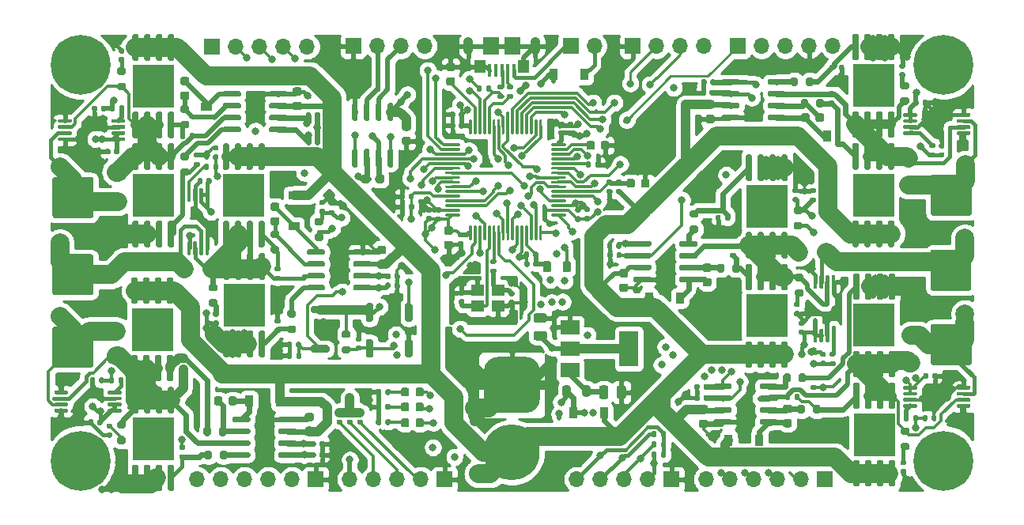
<source format=gbr>
%TF.GenerationSoftware,KiCad,Pcbnew,5.1.8-db9833491~88~ubuntu20.04.1*%
%TF.CreationDate,2020-12-06T21:40:21+00:00*%
%TF.ProjectId,driva-x2,64726976-612d-4783-922e-6b696361645f,rev?*%
%TF.SameCoordinates,Original*%
%TF.FileFunction,Copper,L1,Top*%
%TF.FilePolarity,Positive*%
%FSLAX46Y46*%
G04 Gerber Fmt 4.6, Leading zero omitted, Abs format (unit mm)*
G04 Created by KiCad (PCBNEW 5.1.8-db9833491~88~ubuntu20.04.1) date 2020-12-06 21:40:21*
%MOMM*%
%LPD*%
G01*
G04 APERTURE LIST*
%TA.AperFunction,SMDPad,CuDef*%
%ADD10R,0.900000X1.200000*%
%TD*%
%TA.AperFunction,ComponentPad*%
%ADD11O,1.700000X1.700000*%
%TD*%
%TA.AperFunction,ComponentPad*%
%ADD12R,1.700000X1.700000*%
%TD*%
%TA.AperFunction,ComponentPad*%
%ADD13C,0.800000*%
%TD*%
%TA.AperFunction,ComponentPad*%
%ADD14C,6.400000*%
%TD*%
%TA.AperFunction,ComponentPad*%
%ADD15C,6.000000*%
%TD*%
%TA.AperFunction,SMDPad,CuDef*%
%ADD16R,1.200000X0.900000*%
%TD*%
%TA.AperFunction,SMDPad,CuDef*%
%ADD17R,1.400000X1.200000*%
%TD*%
%TA.AperFunction,SMDPad,CuDef*%
%ADD18R,1.750000X1.900000*%
%TD*%
%TA.AperFunction,SMDPad,CuDef*%
%ADD19R,0.400000X1.400000*%
%TD*%
%TA.AperFunction,ComponentPad*%
%ADD20O,1.050000X1.900000*%
%TD*%
%TA.AperFunction,SMDPad,CuDef*%
%ADD21R,1.150000X1.450000*%
%TD*%
%TA.AperFunction,SMDPad,CuDef*%
%ADD22R,4.450000X4.570000*%
%TD*%
%TA.AperFunction,ComponentPad*%
%ADD23C,0.810000*%
%TD*%
%TA.AperFunction,SMDPad,CuDef*%
%ADD24R,2.000000X3.800000*%
%TD*%
%TA.AperFunction,SMDPad,CuDef*%
%ADD25R,2.000000X1.500000*%
%TD*%
%TA.AperFunction,ViaPad*%
%ADD26C,0.800000*%
%TD*%
%TA.AperFunction,ViaPad*%
%ADD27C,2.000000*%
%TD*%
%TA.AperFunction,Conductor*%
%ADD28C,0.600000*%
%TD*%
%TA.AperFunction,Conductor*%
%ADD29C,2.000000*%
%TD*%
%TA.AperFunction,Conductor*%
%ADD30C,0.400000*%
%TD*%
%TA.AperFunction,Conductor*%
%ADD31C,0.500000*%
%TD*%
%TA.AperFunction,Conductor*%
%ADD32C,0.300000*%
%TD*%
%TA.AperFunction,Conductor*%
%ADD33C,1.000000*%
%TD*%
%TA.AperFunction,Conductor*%
%ADD34C,0.250000*%
%TD*%
%TA.AperFunction,Conductor*%
%ADD35C,0.254000*%
%TD*%
%TA.AperFunction,Conductor*%
%ADD36C,0.100000*%
%TD*%
G04 APERTURE END LIST*
%TO.P,R58,2*%
%TO.N,Net-(D10-Pad1)*%
%TA.AperFunction,SMDPad,CuDef*%
G36*
G01*
X108455000Y-70655000D02*
X108455000Y-70285000D01*
G75*
G02*
X108590000Y-70150000I135000J0D01*
G01*
X108860000Y-70150000D01*
G75*
G02*
X108995000Y-70285000I0J-135000D01*
G01*
X108995000Y-70655000D01*
G75*
G02*
X108860000Y-70790000I-135000J0D01*
G01*
X108590000Y-70790000D01*
G75*
G02*
X108455000Y-70655000I0J135000D01*
G01*
G37*
%TD.AperFunction*%
%TO.P,R58,1*%
%TO.N,GND*%
%TA.AperFunction,SMDPad,CuDef*%
G36*
G01*
X107435000Y-70655000D02*
X107435000Y-70285000D01*
G75*
G02*
X107570000Y-70150000I135000J0D01*
G01*
X107840000Y-70150000D01*
G75*
G02*
X107975000Y-70285000I0J-135000D01*
G01*
X107975000Y-70655000D01*
G75*
G02*
X107840000Y-70790000I-135000J0D01*
G01*
X107570000Y-70790000D01*
G75*
G02*
X107435000Y-70655000I0J135000D01*
G01*
G37*
%TD.AperFunction*%
%TD*%
%TO.P,R57,2*%
%TO.N,Net-(D9-Pad1)*%
%TA.AperFunction,SMDPad,CuDef*%
G36*
G01*
X108459000Y-72281000D02*
X108459000Y-71911000D01*
G75*
G02*
X108594000Y-71776000I135000J0D01*
G01*
X108864000Y-71776000D01*
G75*
G02*
X108999000Y-71911000I0J-135000D01*
G01*
X108999000Y-72281000D01*
G75*
G02*
X108864000Y-72416000I-135000J0D01*
G01*
X108594000Y-72416000D01*
G75*
G02*
X108459000Y-72281000I0J135000D01*
G01*
G37*
%TD.AperFunction*%
%TO.P,R57,1*%
%TO.N,GND*%
%TA.AperFunction,SMDPad,CuDef*%
G36*
G01*
X107439000Y-72281000D02*
X107439000Y-71911000D01*
G75*
G02*
X107574000Y-71776000I135000J0D01*
G01*
X107844000Y-71776000D01*
G75*
G02*
X107979000Y-71911000I0J-135000D01*
G01*
X107979000Y-72281000D01*
G75*
G02*
X107844000Y-72416000I-135000J0D01*
G01*
X107574000Y-72416000D01*
G75*
G02*
X107439000Y-72281000I0J135000D01*
G01*
G37*
%TD.AperFunction*%
%TD*%
%TO.P,R56,2*%
%TO.N,Net-(D8-Pad1)*%
%TA.AperFunction,SMDPad,CuDef*%
G36*
G01*
X108455000Y-69055000D02*
X108455000Y-68685000D01*
G75*
G02*
X108590000Y-68550000I135000J0D01*
G01*
X108860000Y-68550000D01*
G75*
G02*
X108995000Y-68685000I0J-135000D01*
G01*
X108995000Y-69055000D01*
G75*
G02*
X108860000Y-69190000I-135000J0D01*
G01*
X108590000Y-69190000D01*
G75*
G02*
X108455000Y-69055000I0J135000D01*
G01*
G37*
%TD.AperFunction*%
%TO.P,R56,1*%
%TO.N,GND*%
%TA.AperFunction,SMDPad,CuDef*%
G36*
G01*
X107435000Y-69055000D02*
X107435000Y-68685000D01*
G75*
G02*
X107570000Y-68550000I135000J0D01*
G01*
X107840000Y-68550000D01*
G75*
G02*
X107975000Y-68685000I0J-135000D01*
G01*
X107975000Y-69055000D01*
G75*
G02*
X107840000Y-69190000I-135000J0D01*
G01*
X107570000Y-69190000D01*
G75*
G02*
X107435000Y-69055000I0J135000D01*
G01*
G37*
%TD.AperFunction*%
%TD*%
%TO.P,C47,2*%
%TO.N,+3V3*%
%TA.AperFunction,SMDPad,CuDef*%
G36*
G01*
X107425000Y-46300000D02*
X107425000Y-45800000D01*
G75*
G02*
X107650000Y-45575000I225000J0D01*
G01*
X108100000Y-45575000D01*
G75*
G02*
X108325000Y-45800000I0J-225000D01*
G01*
X108325000Y-46300000D01*
G75*
G02*
X108100000Y-46525000I-225000J0D01*
G01*
X107650000Y-46525000D01*
G75*
G02*
X107425000Y-46300000I0J225000D01*
G01*
G37*
%TD.AperFunction*%
%TO.P,C47,1*%
%TO.N,GND*%
%TA.AperFunction,SMDPad,CuDef*%
G36*
G01*
X105875000Y-46300000D02*
X105875000Y-45800000D01*
G75*
G02*
X106100000Y-45575000I225000J0D01*
G01*
X106550000Y-45575000D01*
G75*
G02*
X106775000Y-45800000I0J-225000D01*
G01*
X106775000Y-46300000D01*
G75*
G02*
X106550000Y-46525000I-225000J0D01*
G01*
X106100000Y-46525000D01*
G75*
G02*
X105875000Y-46300000I0J225000D01*
G01*
G37*
%TD.AperFunction*%
%TD*%
%TO.P,C42,2*%
%TO.N,+3V3*%
%TA.AperFunction,SMDPad,CuDef*%
G36*
G01*
X124555000Y-62340000D02*
X125505000Y-62340000D01*
G75*
G02*
X125755000Y-62590000I0J-250000D01*
G01*
X125755000Y-63090000D01*
G75*
G02*
X125505000Y-63340000I-250000J0D01*
G01*
X124555000Y-63340000D01*
G75*
G02*
X124305000Y-63090000I0J250000D01*
G01*
X124305000Y-62590000D01*
G75*
G02*
X124555000Y-62340000I250000J0D01*
G01*
G37*
%TD.AperFunction*%
%TO.P,C42,1*%
%TO.N,GND*%
%TA.AperFunction,SMDPad,CuDef*%
G36*
G01*
X124555000Y-60440000D02*
X125505000Y-60440000D01*
G75*
G02*
X125755000Y-60690000I0J-250000D01*
G01*
X125755000Y-61190000D01*
G75*
G02*
X125505000Y-61440000I-250000J0D01*
G01*
X124555000Y-61440000D01*
G75*
G02*
X124305000Y-61190000I0J250000D01*
G01*
X124305000Y-60690000D01*
G75*
G02*
X124555000Y-60440000I250000J0D01*
G01*
G37*
%TD.AperFunction*%
%TD*%
%TO.P,C30,1*%
%TO.N,Net-(C30-Pad1)*%
%TA.AperFunction,SMDPad,CuDef*%
G36*
G01*
X78730000Y-72230000D02*
X79070000Y-72230000D01*
G75*
G02*
X79210000Y-72370000I0J-140000D01*
G01*
X79210000Y-72650000D01*
G75*
G02*
X79070000Y-72790000I-140000J0D01*
G01*
X78730000Y-72790000D01*
G75*
G02*
X78590000Y-72650000I0J140000D01*
G01*
X78590000Y-72370000D01*
G75*
G02*
X78730000Y-72230000I140000J0D01*
G01*
G37*
%TD.AperFunction*%
%TO.P,C30,2*%
%TO.N,GND*%
%TA.AperFunction,SMDPad,CuDef*%
G36*
G01*
X78730000Y-73190000D02*
X79070000Y-73190000D01*
G75*
G02*
X79210000Y-73330000I0J-140000D01*
G01*
X79210000Y-73610000D01*
G75*
G02*
X79070000Y-73750000I-140000J0D01*
G01*
X78730000Y-73750000D01*
G75*
G02*
X78590000Y-73610000I0J140000D01*
G01*
X78590000Y-73330000D01*
G75*
G02*
X78730000Y-73190000I140000J0D01*
G01*
G37*
%TD.AperFunction*%
%TD*%
D10*
%TO.P,D11,2*%
%TO.N,ALT_POWER*%
X129750000Y-34885000D03*
%TO.P,D11,1*%
%TO.N,Net-(D11-Pad1)*%
X126450000Y-34885000D03*
%TD*%
D11*
%TO.P,J9,5*%
%TO.N,+3V3*%
X128940000Y-78210000D03*
%TO.P,J9,4*%
%TO.N,/mcu/HALL_W_2*%
X131480000Y-78210000D03*
%TO.P,J9,3*%
%TO.N,/mcu/HALL_V_I2C_2_SDA*%
X134020000Y-78210000D03*
%TO.P,J9,2*%
%TO.N,/mcu/HALL_U_I2C_2_SCL*%
X136560000Y-78210000D03*
D12*
%TO.P,J9,1*%
%TO.N,GND*%
X139100000Y-78210000D03*
%TD*%
D11*
%TO.P,J5,2*%
%TO.N,ALT_POWER*%
X130825000Y-31820000D03*
D12*
%TO.P,J5,1*%
%TO.N,Net-(J3-Pad1)*%
X128285000Y-31820000D03*
%TD*%
%TO.P,TH2,2*%
%TO.N,+3V3*%
%TA.AperFunction,SMDPad,CuDef*%
G36*
G01*
X152375000Y-50660000D02*
X152925000Y-50660000D01*
G75*
G02*
X153125000Y-50860000I0J-200000D01*
G01*
X153125000Y-51260000D01*
G75*
G02*
X152925000Y-51460000I-200000J0D01*
G01*
X152375000Y-51460000D01*
G75*
G02*
X152175000Y-51260000I0J200000D01*
G01*
X152175000Y-50860000D01*
G75*
G02*
X152375000Y-50660000I200000J0D01*
G01*
G37*
%TD.AperFunction*%
%TO.P,TH2,1*%
%TO.N,TEMP_2*%
%TA.AperFunction,SMDPad,CuDef*%
G36*
G01*
X152375000Y-49010000D02*
X152925000Y-49010000D01*
G75*
G02*
X153125000Y-49210000I0J-200000D01*
G01*
X153125000Y-49610000D01*
G75*
G02*
X152925000Y-49810000I-200000J0D01*
G01*
X152375000Y-49810000D01*
G75*
G02*
X152175000Y-49610000I0J200000D01*
G01*
X152175000Y-49210000D01*
G75*
G02*
X152375000Y-49010000I200000J0D01*
G01*
G37*
%TD.AperFunction*%
%TD*%
%TO.P,TH1,2*%
%TO.N,+3V3*%
%TA.AperFunction,SMDPad,CuDef*%
G36*
G01*
X101050000Y-51885000D02*
X101600000Y-51885000D01*
G75*
G02*
X101800000Y-52085000I0J-200000D01*
G01*
X101800000Y-52485000D01*
G75*
G02*
X101600000Y-52685000I-200000J0D01*
G01*
X101050000Y-52685000D01*
G75*
G02*
X100850000Y-52485000I0J200000D01*
G01*
X100850000Y-52085000D01*
G75*
G02*
X101050000Y-51885000I200000J0D01*
G01*
G37*
%TD.AperFunction*%
%TO.P,TH1,1*%
%TO.N,TEMP_1*%
%TA.AperFunction,SMDPad,CuDef*%
G36*
G01*
X101050000Y-50235000D02*
X101600000Y-50235000D01*
G75*
G02*
X101800000Y-50435000I0J-200000D01*
G01*
X101800000Y-50835000D01*
G75*
G02*
X101600000Y-51035000I-200000J0D01*
G01*
X101050000Y-51035000D01*
G75*
G02*
X100850000Y-50835000I0J200000D01*
G01*
X100850000Y-50435000D01*
G75*
G02*
X101050000Y-50235000I200000J0D01*
G01*
G37*
%TD.AperFunction*%
%TD*%
%TO.P,C33,2*%
%TO.N,+3V3*%
%TA.AperFunction,SMDPad,CuDef*%
G36*
G01*
X129240000Y-49650000D02*
X128900000Y-49650000D01*
G75*
G02*
X128760000Y-49510000I0J140000D01*
G01*
X128760000Y-49230000D01*
G75*
G02*
X128900000Y-49090000I140000J0D01*
G01*
X129240000Y-49090000D01*
G75*
G02*
X129380000Y-49230000I0J-140000D01*
G01*
X129380000Y-49510000D01*
G75*
G02*
X129240000Y-49650000I-140000J0D01*
G01*
G37*
%TD.AperFunction*%
%TO.P,C33,1*%
%TO.N,GND*%
%TA.AperFunction,SMDPad,CuDef*%
G36*
G01*
X129240000Y-50610000D02*
X128900000Y-50610000D01*
G75*
G02*
X128760000Y-50470000I0J140000D01*
G01*
X128760000Y-50190000D01*
G75*
G02*
X128900000Y-50050000I140000J0D01*
G01*
X129240000Y-50050000D01*
G75*
G02*
X129380000Y-50190000I0J-140000D01*
G01*
X129380000Y-50470000D01*
G75*
G02*
X129240000Y-50610000I-140000J0D01*
G01*
G37*
%TD.AperFunction*%
%TD*%
%TO.P,U15,1*%
%TO.N,+3V3*%
%TA.AperFunction,SMDPad,CuDef*%
G36*
G01*
X117650000Y-52600000D02*
X117500000Y-52600000D01*
G75*
G02*
X117425000Y-52525000I0J75000D01*
G01*
X117425000Y-51125000D01*
G75*
G02*
X117500000Y-51050000I75000J0D01*
G01*
X117650000Y-51050000D01*
G75*
G02*
X117725000Y-51125000I0J-75000D01*
G01*
X117725000Y-52525000D01*
G75*
G02*
X117650000Y-52600000I-75000J0D01*
G01*
G37*
%TD.AperFunction*%
%TO.P,U15,2*%
%TO.N,/mcu/SPI3_SS1*%
%TA.AperFunction,SMDPad,CuDef*%
G36*
G01*
X118150000Y-52600000D02*
X118000000Y-52600000D01*
G75*
G02*
X117925000Y-52525000I0J75000D01*
G01*
X117925000Y-51125000D01*
G75*
G02*
X118000000Y-51050000I75000J0D01*
G01*
X118150000Y-51050000D01*
G75*
G02*
X118225000Y-51125000I0J-75000D01*
G01*
X118225000Y-52525000D01*
G75*
G02*
X118150000Y-52600000I-75000J0D01*
G01*
G37*
%TD.AperFunction*%
%TO.P,U15,3*%
%TO.N,/mcu/SPI3_SS2*%
%TA.AperFunction,SMDPad,CuDef*%
G36*
G01*
X118650000Y-52600000D02*
X118500000Y-52600000D01*
G75*
G02*
X118425000Y-52525000I0J75000D01*
G01*
X118425000Y-51125000D01*
G75*
G02*
X118500000Y-51050000I75000J0D01*
G01*
X118650000Y-51050000D01*
G75*
G02*
X118725000Y-51125000I0J-75000D01*
G01*
X118725000Y-52525000D01*
G75*
G02*
X118650000Y-52600000I-75000J0D01*
G01*
G37*
%TD.AperFunction*%
%TO.P,U15,4*%
%TO.N,/mcu/SERVO*%
%TA.AperFunction,SMDPad,CuDef*%
G36*
G01*
X119150000Y-52600000D02*
X119000000Y-52600000D01*
G75*
G02*
X118925000Y-52525000I0J75000D01*
G01*
X118925000Y-51125000D01*
G75*
G02*
X119000000Y-51050000I75000J0D01*
G01*
X119150000Y-51050000D01*
G75*
G02*
X119225000Y-51125000I0J-75000D01*
G01*
X119225000Y-52525000D01*
G75*
G02*
X119150000Y-52600000I-75000J0D01*
G01*
G37*
%TD.AperFunction*%
%TO.P,U15,5*%
%TO.N,HSE_IN*%
%TA.AperFunction,SMDPad,CuDef*%
G36*
G01*
X119650000Y-52600000D02*
X119500000Y-52600000D01*
G75*
G02*
X119425000Y-52525000I0J75000D01*
G01*
X119425000Y-51125000D01*
G75*
G02*
X119500000Y-51050000I75000J0D01*
G01*
X119650000Y-51050000D01*
G75*
G02*
X119725000Y-51125000I0J-75000D01*
G01*
X119725000Y-52525000D01*
G75*
G02*
X119650000Y-52600000I-75000J0D01*
G01*
G37*
%TD.AperFunction*%
%TO.P,U15,6*%
%TO.N,HSE_OUT*%
%TA.AperFunction,SMDPad,CuDef*%
G36*
G01*
X120150000Y-52600000D02*
X120000000Y-52600000D01*
G75*
G02*
X119925000Y-52525000I0J75000D01*
G01*
X119925000Y-51125000D01*
G75*
G02*
X120000000Y-51050000I75000J0D01*
G01*
X120150000Y-51050000D01*
G75*
G02*
X120225000Y-51125000I0J-75000D01*
G01*
X120225000Y-52525000D01*
G75*
G02*
X120150000Y-52600000I-75000J0D01*
G01*
G37*
%TD.AperFunction*%
%TO.P,U15,7*%
%TO.N,NRST*%
%TA.AperFunction,SMDPad,CuDef*%
G36*
G01*
X120650000Y-52600000D02*
X120500000Y-52600000D01*
G75*
G02*
X120425000Y-52525000I0J75000D01*
G01*
X120425000Y-51125000D01*
G75*
G02*
X120500000Y-51050000I75000J0D01*
G01*
X120650000Y-51050000D01*
G75*
G02*
X120725000Y-51125000I0J-75000D01*
G01*
X120725000Y-52525000D01*
G75*
G02*
X120650000Y-52600000I-75000J0D01*
G01*
G37*
%TD.AperFunction*%
%TO.P,U15,8*%
%TO.N,/driver_2/SENSE_U*%
%TA.AperFunction,SMDPad,CuDef*%
G36*
G01*
X121150000Y-52600000D02*
X121000000Y-52600000D01*
G75*
G02*
X120925000Y-52525000I0J75000D01*
G01*
X120925000Y-51125000D01*
G75*
G02*
X121000000Y-51050000I75000J0D01*
G01*
X121150000Y-51050000D01*
G75*
G02*
X121225000Y-51125000I0J-75000D01*
G01*
X121225000Y-52525000D01*
G75*
G02*
X121150000Y-52600000I-75000J0D01*
G01*
G37*
%TD.AperFunction*%
%TO.P,U15,9*%
%TO.N,/driver_2/SENSE_V*%
%TA.AperFunction,SMDPad,CuDef*%
G36*
G01*
X121650000Y-52600000D02*
X121500000Y-52600000D01*
G75*
G02*
X121425000Y-52525000I0J75000D01*
G01*
X121425000Y-51125000D01*
G75*
G02*
X121500000Y-51050000I75000J0D01*
G01*
X121650000Y-51050000D01*
G75*
G02*
X121725000Y-51125000I0J-75000D01*
G01*
X121725000Y-52525000D01*
G75*
G02*
X121650000Y-52600000I-75000J0D01*
G01*
G37*
%TD.AperFunction*%
%TO.P,U15,10*%
%TO.N,/driver_2/SENSE_W*%
%TA.AperFunction,SMDPad,CuDef*%
G36*
G01*
X122150000Y-52600000D02*
X122000000Y-52600000D01*
G75*
G02*
X121925000Y-52525000I0J75000D01*
G01*
X121925000Y-51125000D01*
G75*
G02*
X122000000Y-51050000I75000J0D01*
G01*
X122150000Y-51050000D01*
G75*
G02*
X122225000Y-51125000I0J-75000D01*
G01*
X122225000Y-52525000D01*
G75*
G02*
X122150000Y-52600000I-75000J0D01*
G01*
G37*
%TD.AperFunction*%
%TO.P,U15,11*%
%TO.N,TEMP_1*%
%TA.AperFunction,SMDPad,CuDef*%
G36*
G01*
X122650000Y-52600000D02*
X122500000Y-52600000D01*
G75*
G02*
X122425000Y-52525000I0J75000D01*
G01*
X122425000Y-51125000D01*
G75*
G02*
X122500000Y-51050000I75000J0D01*
G01*
X122650000Y-51050000D01*
G75*
G02*
X122725000Y-51125000I0J-75000D01*
G01*
X122725000Y-52525000D01*
G75*
G02*
X122650000Y-52600000I-75000J0D01*
G01*
G37*
%TD.AperFunction*%
%TO.P,U15,12*%
%TO.N,GND*%
%TA.AperFunction,SMDPad,CuDef*%
G36*
G01*
X123150000Y-52600000D02*
X123000000Y-52600000D01*
G75*
G02*
X122925000Y-52525000I0J75000D01*
G01*
X122925000Y-51125000D01*
G75*
G02*
X123000000Y-51050000I75000J0D01*
G01*
X123150000Y-51050000D01*
G75*
G02*
X123225000Y-51125000I0J-75000D01*
G01*
X123225000Y-52525000D01*
G75*
G02*
X123150000Y-52600000I-75000J0D01*
G01*
G37*
%TD.AperFunction*%
%TO.P,U15,13*%
%TO.N,+3.3VA*%
%TA.AperFunction,SMDPad,CuDef*%
G36*
G01*
X123650000Y-52600000D02*
X123500000Y-52600000D01*
G75*
G02*
X123425000Y-52525000I0J75000D01*
G01*
X123425000Y-51125000D01*
G75*
G02*
X123500000Y-51050000I75000J0D01*
G01*
X123650000Y-51050000D01*
G75*
G02*
X123725000Y-51125000I0J-75000D01*
G01*
X123725000Y-52525000D01*
G75*
G02*
X123650000Y-52600000I-75000J0D01*
G01*
G37*
%TD.AperFunction*%
%TO.P,U15,14*%
%TO.N,/driver_1/SENSE_U*%
%TA.AperFunction,SMDPad,CuDef*%
G36*
G01*
X124150000Y-52600000D02*
X124000000Y-52600000D01*
G75*
G02*
X123925000Y-52525000I0J75000D01*
G01*
X123925000Y-51125000D01*
G75*
G02*
X124000000Y-51050000I75000J0D01*
G01*
X124150000Y-51050000D01*
G75*
G02*
X124225000Y-51125000I0J-75000D01*
G01*
X124225000Y-52525000D01*
G75*
G02*
X124150000Y-52600000I-75000J0D01*
G01*
G37*
%TD.AperFunction*%
%TO.P,U15,15*%
%TO.N,/driver_1/SENSE_V*%
%TA.AperFunction,SMDPad,CuDef*%
G36*
G01*
X124650000Y-52600000D02*
X124500000Y-52600000D01*
G75*
G02*
X124425000Y-52525000I0J75000D01*
G01*
X124425000Y-51125000D01*
G75*
G02*
X124500000Y-51050000I75000J0D01*
G01*
X124650000Y-51050000D01*
G75*
G02*
X124725000Y-51125000I0J-75000D01*
G01*
X124725000Y-52525000D01*
G75*
G02*
X124650000Y-52600000I-75000J0D01*
G01*
G37*
%TD.AperFunction*%
%TO.P,U15,16*%
%TO.N,/mcu/HALL_U_1*%
%TA.AperFunction,SMDPad,CuDef*%
G36*
G01*
X125150000Y-52600000D02*
X125000000Y-52600000D01*
G75*
G02*
X124925000Y-52525000I0J75000D01*
G01*
X124925000Y-51125000D01*
G75*
G02*
X125000000Y-51050000I75000J0D01*
G01*
X125150000Y-51050000D01*
G75*
G02*
X125225000Y-51125000I0J-75000D01*
G01*
X125225000Y-52525000D01*
G75*
G02*
X125150000Y-52600000I-75000J0D01*
G01*
G37*
%TD.AperFunction*%
%TO.P,U15,17*%
%TO.N,/mcu/HALL_V_1*%
%TA.AperFunction,SMDPad,CuDef*%
G36*
G01*
X127700000Y-50050000D02*
X126300000Y-50050000D01*
G75*
G02*
X126225000Y-49975000I0J75000D01*
G01*
X126225000Y-49825000D01*
G75*
G02*
X126300000Y-49750000I75000J0D01*
G01*
X127700000Y-49750000D01*
G75*
G02*
X127775000Y-49825000I0J-75000D01*
G01*
X127775000Y-49975000D01*
G75*
G02*
X127700000Y-50050000I-75000J0D01*
G01*
G37*
%TD.AperFunction*%
%TO.P,U15,18*%
%TO.N,GND*%
%TA.AperFunction,SMDPad,CuDef*%
G36*
G01*
X127700000Y-49550000D02*
X126300000Y-49550000D01*
G75*
G02*
X126225000Y-49475000I0J75000D01*
G01*
X126225000Y-49325000D01*
G75*
G02*
X126300000Y-49250000I75000J0D01*
G01*
X127700000Y-49250000D01*
G75*
G02*
X127775000Y-49325000I0J-75000D01*
G01*
X127775000Y-49475000D01*
G75*
G02*
X127700000Y-49550000I-75000J0D01*
G01*
G37*
%TD.AperFunction*%
%TO.P,U15,19*%
%TO.N,+3V3*%
%TA.AperFunction,SMDPad,CuDef*%
G36*
G01*
X127700000Y-49050000D02*
X126300000Y-49050000D01*
G75*
G02*
X126225000Y-48975000I0J75000D01*
G01*
X126225000Y-48825000D01*
G75*
G02*
X126300000Y-48750000I75000J0D01*
G01*
X127700000Y-48750000D01*
G75*
G02*
X127775000Y-48825000I0J-75000D01*
G01*
X127775000Y-48975000D01*
G75*
G02*
X127700000Y-49050000I-75000J0D01*
G01*
G37*
%TD.AperFunction*%
%TO.P,U15,20*%
%TO.N,/driver_1/SENSE_W*%
%TA.AperFunction,SMDPad,CuDef*%
G36*
G01*
X127700000Y-48550000D02*
X126300000Y-48550000D01*
G75*
G02*
X126225000Y-48475000I0J75000D01*
G01*
X126225000Y-48325000D01*
G75*
G02*
X126300000Y-48250000I75000J0D01*
G01*
X127700000Y-48250000D01*
G75*
G02*
X127775000Y-48325000I0J-75000D01*
G01*
X127775000Y-48475000D01*
G75*
G02*
X127700000Y-48550000I-75000J0D01*
G01*
G37*
%TD.AperFunction*%
%TO.P,U15,21*%
%TO.N,/mcu/LIN_U_2*%
%TA.AperFunction,SMDPad,CuDef*%
G36*
G01*
X127700000Y-48050000D02*
X126300000Y-48050000D01*
G75*
G02*
X126225000Y-47975000I0J75000D01*
G01*
X126225000Y-47825000D01*
G75*
G02*
X126300000Y-47750000I75000J0D01*
G01*
X127700000Y-47750000D01*
G75*
G02*
X127775000Y-47825000I0J-75000D01*
G01*
X127775000Y-47975000D01*
G75*
G02*
X127700000Y-48050000I-75000J0D01*
G01*
G37*
%TD.AperFunction*%
%TO.P,U15,22*%
%TO.N,BATTERY*%
%TA.AperFunction,SMDPad,CuDef*%
G36*
G01*
X127700000Y-47550000D02*
X126300000Y-47550000D01*
G75*
G02*
X126225000Y-47475000I0J75000D01*
G01*
X126225000Y-47325000D01*
G75*
G02*
X126300000Y-47250000I75000J0D01*
G01*
X127700000Y-47250000D01*
G75*
G02*
X127775000Y-47325000I0J-75000D01*
G01*
X127775000Y-47475000D01*
G75*
G02*
X127700000Y-47550000I-75000J0D01*
G01*
G37*
%TD.AperFunction*%
%TO.P,U15,23*%
%TO.N,/driver_1/LIN_U*%
%TA.AperFunction,SMDPad,CuDef*%
G36*
G01*
X127700000Y-47050000D02*
X126300000Y-47050000D01*
G75*
G02*
X126225000Y-46975000I0J75000D01*
G01*
X126225000Y-46825000D01*
G75*
G02*
X126300000Y-46750000I75000J0D01*
G01*
X127700000Y-46750000D01*
G75*
G02*
X127775000Y-46825000I0J-75000D01*
G01*
X127775000Y-46975000D01*
G75*
G02*
X127700000Y-47050000I-75000J0D01*
G01*
G37*
%TD.AperFunction*%
%TO.P,U15,24*%
%TO.N,TEMP_2*%
%TA.AperFunction,SMDPad,CuDef*%
G36*
G01*
X127700000Y-46550000D02*
X126300000Y-46550000D01*
G75*
G02*
X126225000Y-46475000I0J75000D01*
G01*
X126225000Y-46325000D01*
G75*
G02*
X126300000Y-46250000I75000J0D01*
G01*
X127700000Y-46250000D01*
G75*
G02*
X127775000Y-46325000I0J-75000D01*
G01*
X127775000Y-46475000D01*
G75*
G02*
X127700000Y-46550000I-75000J0D01*
G01*
G37*
%TD.AperFunction*%
%TO.P,U15,25*%
%TO.N,/mcu/HALL_W_1*%
%TA.AperFunction,SMDPad,CuDef*%
G36*
G01*
X127700000Y-46050000D02*
X126300000Y-46050000D01*
G75*
G02*
X126225000Y-45975000I0J75000D01*
G01*
X126225000Y-45825000D01*
G75*
G02*
X126300000Y-45750000I75000J0D01*
G01*
X127700000Y-45750000D01*
G75*
G02*
X127775000Y-45825000I0J-75000D01*
G01*
X127775000Y-45975000D01*
G75*
G02*
X127700000Y-46050000I-75000J0D01*
G01*
G37*
%TD.AperFunction*%
%TO.P,U15,26*%
%TO.N,/driver_1/LIN_V*%
%TA.AperFunction,SMDPad,CuDef*%
G36*
G01*
X127700000Y-45550000D02*
X126300000Y-45550000D01*
G75*
G02*
X126225000Y-45475000I0J75000D01*
G01*
X126225000Y-45325000D01*
G75*
G02*
X126300000Y-45250000I75000J0D01*
G01*
X127700000Y-45250000D01*
G75*
G02*
X127775000Y-45325000I0J-75000D01*
G01*
X127775000Y-45475000D01*
G75*
G02*
X127700000Y-45550000I-75000J0D01*
G01*
G37*
%TD.AperFunction*%
%TO.P,U15,27*%
%TO.N,/driver_1/LIN_W*%
%TA.AperFunction,SMDPad,CuDef*%
G36*
G01*
X127700000Y-45050000D02*
X126300000Y-45050000D01*
G75*
G02*
X126225000Y-44975000I0J75000D01*
G01*
X126225000Y-44825000D01*
G75*
G02*
X126300000Y-44750000I75000J0D01*
G01*
X127700000Y-44750000D01*
G75*
G02*
X127775000Y-44825000I0J-75000D01*
G01*
X127775000Y-44975000D01*
G75*
G02*
X127700000Y-45050000I-75000J0D01*
G01*
G37*
%TD.AperFunction*%
%TO.P,U15,28*%
%TO.N,BOOT1*%
%TA.AperFunction,SMDPad,CuDef*%
G36*
G01*
X127700000Y-44550000D02*
X126300000Y-44550000D01*
G75*
G02*
X126225000Y-44475000I0J75000D01*
G01*
X126225000Y-44325000D01*
G75*
G02*
X126300000Y-44250000I75000J0D01*
G01*
X127700000Y-44250000D01*
G75*
G02*
X127775000Y-44325000I0J-75000D01*
G01*
X127775000Y-44475000D01*
G75*
G02*
X127700000Y-44550000I-75000J0D01*
G01*
G37*
%TD.AperFunction*%
%TO.P,U15,29*%
%TO.N,/mcu/HALL_U_I2C_2_SCL*%
%TA.AperFunction,SMDPad,CuDef*%
G36*
G01*
X127700000Y-44050000D02*
X126300000Y-44050000D01*
G75*
G02*
X126225000Y-43975000I0J75000D01*
G01*
X126225000Y-43825000D01*
G75*
G02*
X126300000Y-43750000I75000J0D01*
G01*
X127700000Y-43750000D01*
G75*
G02*
X127775000Y-43825000I0J-75000D01*
G01*
X127775000Y-43975000D01*
G75*
G02*
X127700000Y-44050000I-75000J0D01*
G01*
G37*
%TD.AperFunction*%
%TO.P,U15,30*%
%TO.N,/mcu/HALL_V_I2C_2_SDA*%
%TA.AperFunction,SMDPad,CuDef*%
G36*
G01*
X127700000Y-43550000D02*
X126300000Y-43550000D01*
G75*
G02*
X126225000Y-43475000I0J75000D01*
G01*
X126225000Y-43325000D01*
G75*
G02*
X126300000Y-43250000I75000J0D01*
G01*
X127700000Y-43250000D01*
G75*
G02*
X127775000Y-43325000I0J-75000D01*
G01*
X127775000Y-43475000D01*
G75*
G02*
X127700000Y-43550000I-75000J0D01*
G01*
G37*
%TD.AperFunction*%
%TO.P,U15,31*%
%TO.N,Net-(C51-Pad1)*%
%TA.AperFunction,SMDPad,CuDef*%
G36*
G01*
X127700000Y-43050000D02*
X126300000Y-43050000D01*
G75*
G02*
X126225000Y-42975000I0J75000D01*
G01*
X126225000Y-42825000D01*
G75*
G02*
X126300000Y-42750000I75000J0D01*
G01*
X127700000Y-42750000D01*
G75*
G02*
X127775000Y-42825000I0J-75000D01*
G01*
X127775000Y-42975000D01*
G75*
G02*
X127700000Y-43050000I-75000J0D01*
G01*
G37*
%TD.AperFunction*%
%TO.P,U15,32*%
%TO.N,+3V3*%
%TA.AperFunction,SMDPad,CuDef*%
G36*
G01*
X127700000Y-42550000D02*
X126300000Y-42550000D01*
G75*
G02*
X126225000Y-42475000I0J75000D01*
G01*
X126225000Y-42325000D01*
G75*
G02*
X126300000Y-42250000I75000J0D01*
G01*
X127700000Y-42250000D01*
G75*
G02*
X127775000Y-42325000I0J-75000D01*
G01*
X127775000Y-42475000D01*
G75*
G02*
X127700000Y-42550000I-75000J0D01*
G01*
G37*
%TD.AperFunction*%
%TO.P,U15,33*%
%TO.N,CAN2_RX*%
%TA.AperFunction,SMDPad,CuDef*%
G36*
G01*
X125150000Y-41250000D02*
X125000000Y-41250000D01*
G75*
G02*
X124925000Y-41175000I0J75000D01*
G01*
X124925000Y-39775000D01*
G75*
G02*
X125000000Y-39700000I75000J0D01*
G01*
X125150000Y-39700000D01*
G75*
G02*
X125225000Y-39775000I0J-75000D01*
G01*
X125225000Y-41175000D01*
G75*
G02*
X125150000Y-41250000I-75000J0D01*
G01*
G37*
%TD.AperFunction*%
%TO.P,U15,34*%
%TO.N,CAN2_TX*%
%TA.AperFunction,SMDPad,CuDef*%
G36*
G01*
X124650000Y-41250000D02*
X124500000Y-41250000D01*
G75*
G02*
X124425000Y-41175000I0J75000D01*
G01*
X124425000Y-39775000D01*
G75*
G02*
X124500000Y-39700000I75000J0D01*
G01*
X124650000Y-39700000D01*
G75*
G02*
X124725000Y-39775000I0J-75000D01*
G01*
X124725000Y-41175000D01*
G75*
G02*
X124650000Y-41250000I-75000J0D01*
G01*
G37*
%TD.AperFunction*%
%TO.P,U15,35*%
%TO.N,/driver_2/LIN_U*%
%TA.AperFunction,SMDPad,CuDef*%
G36*
G01*
X124150000Y-41250000D02*
X124000000Y-41250000D01*
G75*
G02*
X123925000Y-41175000I0J75000D01*
G01*
X123925000Y-39775000D01*
G75*
G02*
X124000000Y-39700000I75000J0D01*
G01*
X124150000Y-39700000D01*
G75*
G02*
X124225000Y-39775000I0J-75000D01*
G01*
X124225000Y-41175000D01*
G75*
G02*
X124150000Y-41250000I-75000J0D01*
G01*
G37*
%TD.AperFunction*%
%TO.P,U15,36*%
%TO.N,/driver_2/LIN_W*%
%TA.AperFunction,SMDPad,CuDef*%
G36*
G01*
X123650000Y-41250000D02*
X123500000Y-41250000D01*
G75*
G02*
X123425000Y-41175000I0J75000D01*
G01*
X123425000Y-39775000D01*
G75*
G02*
X123500000Y-39700000I75000J0D01*
G01*
X123650000Y-39700000D01*
G75*
G02*
X123725000Y-39775000I0J-75000D01*
G01*
X123725000Y-41175000D01*
G75*
G02*
X123650000Y-41250000I-75000J0D01*
G01*
G37*
%TD.AperFunction*%
%TO.P,U15,37*%
%TO.N,/mcu/HIN_U_2*%
%TA.AperFunction,SMDPad,CuDef*%
G36*
G01*
X123150000Y-41250000D02*
X123000000Y-41250000D01*
G75*
G02*
X122925000Y-41175000I0J75000D01*
G01*
X122925000Y-39775000D01*
G75*
G02*
X123000000Y-39700000I75000J0D01*
G01*
X123150000Y-39700000D01*
G75*
G02*
X123225000Y-39775000I0J-75000D01*
G01*
X123225000Y-41175000D01*
G75*
G02*
X123150000Y-41250000I-75000J0D01*
G01*
G37*
%TD.AperFunction*%
%TO.P,U15,38*%
%TO.N,/driver_2/HIN_U*%
%TA.AperFunction,SMDPad,CuDef*%
G36*
G01*
X122650000Y-41250000D02*
X122500000Y-41250000D01*
G75*
G02*
X122425000Y-41175000I0J75000D01*
G01*
X122425000Y-39775000D01*
G75*
G02*
X122500000Y-39700000I75000J0D01*
G01*
X122650000Y-39700000D01*
G75*
G02*
X122725000Y-39775000I0J-75000D01*
G01*
X122725000Y-41175000D01*
G75*
G02*
X122650000Y-41250000I-75000J0D01*
G01*
G37*
%TD.AperFunction*%
%TO.P,U15,39*%
%TO.N,/driver_2/HIN_W*%
%TA.AperFunction,SMDPad,CuDef*%
G36*
G01*
X122150000Y-41250000D02*
X122000000Y-41250000D01*
G75*
G02*
X121925000Y-41175000I0J75000D01*
G01*
X121925000Y-39775000D01*
G75*
G02*
X122000000Y-39700000I75000J0D01*
G01*
X122150000Y-39700000D01*
G75*
G02*
X122225000Y-39775000I0J-75000D01*
G01*
X122225000Y-41175000D01*
G75*
G02*
X122150000Y-41250000I-75000J0D01*
G01*
G37*
%TD.AperFunction*%
%TO.P,U15,40*%
%TO.N,/mcu/HALL_W_2*%
%TA.AperFunction,SMDPad,CuDef*%
G36*
G01*
X121650000Y-41250000D02*
X121500000Y-41250000D01*
G75*
G02*
X121425000Y-41175000I0J75000D01*
G01*
X121425000Y-39775000D01*
G75*
G02*
X121500000Y-39700000I75000J0D01*
G01*
X121650000Y-39700000D01*
G75*
G02*
X121725000Y-39775000I0J-75000D01*
G01*
X121725000Y-41175000D01*
G75*
G02*
X121650000Y-41250000I-75000J0D01*
G01*
G37*
%TD.AperFunction*%
%TO.P,U15,41*%
%TO.N,/driver_1/HIN_U*%
%TA.AperFunction,SMDPad,CuDef*%
G36*
G01*
X121150000Y-41250000D02*
X121000000Y-41250000D01*
G75*
G02*
X120925000Y-41175000I0J75000D01*
G01*
X120925000Y-39775000D01*
G75*
G02*
X121000000Y-39700000I75000J0D01*
G01*
X121150000Y-39700000D01*
G75*
G02*
X121225000Y-39775000I0J-75000D01*
G01*
X121225000Y-41175000D01*
G75*
G02*
X121150000Y-41250000I-75000J0D01*
G01*
G37*
%TD.AperFunction*%
%TO.P,U15,42*%
%TO.N,/driver_1/HIN_V*%
%TA.AperFunction,SMDPad,CuDef*%
G36*
G01*
X120650000Y-41250000D02*
X120500000Y-41250000D01*
G75*
G02*
X120425000Y-41175000I0J75000D01*
G01*
X120425000Y-39775000D01*
G75*
G02*
X120500000Y-39700000I75000J0D01*
G01*
X120650000Y-39700000D01*
G75*
G02*
X120725000Y-39775000I0J-75000D01*
G01*
X120725000Y-41175000D01*
G75*
G02*
X120650000Y-41250000I-75000J0D01*
G01*
G37*
%TD.AperFunction*%
%TO.P,U15,43*%
%TO.N,/driver_1/HIN_W*%
%TA.AperFunction,SMDPad,CuDef*%
G36*
G01*
X120150000Y-41250000D02*
X120000000Y-41250000D01*
G75*
G02*
X119925000Y-41175000I0J75000D01*
G01*
X119925000Y-39775000D01*
G75*
G02*
X120000000Y-39700000I75000J0D01*
G01*
X120150000Y-39700000D01*
G75*
G02*
X120225000Y-39775000I0J-75000D01*
G01*
X120225000Y-41175000D01*
G75*
G02*
X120150000Y-41250000I-75000J0D01*
G01*
G37*
%TD.AperFunction*%
%TO.P,U15,44*%
%TO.N,/mcu/USB_OTG_FS_DM*%
%TA.AperFunction,SMDPad,CuDef*%
G36*
G01*
X119650000Y-41250000D02*
X119500000Y-41250000D01*
G75*
G02*
X119425000Y-41175000I0J75000D01*
G01*
X119425000Y-39775000D01*
G75*
G02*
X119500000Y-39700000I75000J0D01*
G01*
X119650000Y-39700000D01*
G75*
G02*
X119725000Y-39775000I0J-75000D01*
G01*
X119725000Y-41175000D01*
G75*
G02*
X119650000Y-41250000I-75000J0D01*
G01*
G37*
%TD.AperFunction*%
%TO.P,U15,45*%
%TO.N,/mcu/USB_OTG_FS_DL*%
%TA.AperFunction,SMDPad,CuDef*%
G36*
G01*
X119150000Y-41250000D02*
X119000000Y-41250000D01*
G75*
G02*
X118925000Y-41175000I0J75000D01*
G01*
X118925000Y-39775000D01*
G75*
G02*
X119000000Y-39700000I75000J0D01*
G01*
X119150000Y-39700000D01*
G75*
G02*
X119225000Y-39775000I0J-75000D01*
G01*
X119225000Y-41175000D01*
G75*
G02*
X119150000Y-41250000I-75000J0D01*
G01*
G37*
%TD.AperFunction*%
%TO.P,U15,46*%
%TO.N,/mcu/SWDIO*%
%TA.AperFunction,SMDPad,CuDef*%
G36*
G01*
X118650000Y-41250000D02*
X118500000Y-41250000D01*
G75*
G02*
X118425000Y-41175000I0J75000D01*
G01*
X118425000Y-39775000D01*
G75*
G02*
X118500000Y-39700000I75000J0D01*
G01*
X118650000Y-39700000D01*
G75*
G02*
X118725000Y-39775000I0J-75000D01*
G01*
X118725000Y-41175000D01*
G75*
G02*
X118650000Y-41250000I-75000J0D01*
G01*
G37*
%TD.AperFunction*%
%TO.P,U15,47*%
%TO.N,Net-(C52-Pad1)*%
%TA.AperFunction,SMDPad,CuDef*%
G36*
G01*
X118150000Y-41250000D02*
X118000000Y-41250000D01*
G75*
G02*
X117925000Y-41175000I0J75000D01*
G01*
X117925000Y-39775000D01*
G75*
G02*
X118000000Y-39700000I75000J0D01*
G01*
X118150000Y-39700000D01*
G75*
G02*
X118225000Y-39775000I0J-75000D01*
G01*
X118225000Y-41175000D01*
G75*
G02*
X118150000Y-41250000I-75000J0D01*
G01*
G37*
%TD.AperFunction*%
%TO.P,U15,48*%
%TO.N,+3V3*%
%TA.AperFunction,SMDPad,CuDef*%
G36*
G01*
X117650000Y-41250000D02*
X117500000Y-41250000D01*
G75*
G02*
X117425000Y-41175000I0J75000D01*
G01*
X117425000Y-39775000D01*
G75*
G02*
X117500000Y-39700000I75000J0D01*
G01*
X117650000Y-39700000D01*
G75*
G02*
X117725000Y-39775000I0J-75000D01*
G01*
X117725000Y-41175000D01*
G75*
G02*
X117650000Y-41250000I-75000J0D01*
G01*
G37*
%TD.AperFunction*%
%TO.P,U15,49*%
%TO.N,/mcu/SWCLK*%
%TA.AperFunction,SMDPad,CuDef*%
G36*
G01*
X116350000Y-42550000D02*
X114950000Y-42550000D01*
G75*
G02*
X114875000Y-42475000I0J75000D01*
G01*
X114875000Y-42325000D01*
G75*
G02*
X114950000Y-42250000I75000J0D01*
G01*
X116350000Y-42250000D01*
G75*
G02*
X116425000Y-42325000I0J-75000D01*
G01*
X116425000Y-42475000D01*
G75*
G02*
X116350000Y-42550000I-75000J0D01*
G01*
G37*
%TD.AperFunction*%
%TO.P,U15,50*%
%TO.N,/mcu/JTAG_DI*%
%TA.AperFunction,SMDPad,CuDef*%
G36*
G01*
X116350000Y-43050000D02*
X114950000Y-43050000D01*
G75*
G02*
X114875000Y-42975000I0J75000D01*
G01*
X114875000Y-42825000D01*
G75*
G02*
X114950000Y-42750000I75000J0D01*
G01*
X116350000Y-42750000D01*
G75*
G02*
X116425000Y-42825000I0J-75000D01*
G01*
X116425000Y-42975000D01*
G75*
G02*
X116350000Y-43050000I-75000J0D01*
G01*
G37*
%TD.AperFunction*%
%TO.P,U15,51*%
%TO.N,/mcu/SPI3_SCLK*%
%TA.AperFunction,SMDPad,CuDef*%
G36*
G01*
X116350000Y-43550000D02*
X114950000Y-43550000D01*
G75*
G02*
X114875000Y-43475000I0J75000D01*
G01*
X114875000Y-43325000D01*
G75*
G02*
X114950000Y-43250000I75000J0D01*
G01*
X116350000Y-43250000D01*
G75*
G02*
X116425000Y-43325000I0J-75000D01*
G01*
X116425000Y-43475000D01*
G75*
G02*
X116350000Y-43550000I-75000J0D01*
G01*
G37*
%TD.AperFunction*%
%TO.P,U15,52*%
%TO.N,/mcu/SPI3_MISO*%
%TA.AperFunction,SMDPad,CuDef*%
G36*
G01*
X116350000Y-44050000D02*
X114950000Y-44050000D01*
G75*
G02*
X114875000Y-43975000I0J75000D01*
G01*
X114875000Y-43825000D01*
G75*
G02*
X114950000Y-43750000I75000J0D01*
G01*
X116350000Y-43750000D01*
G75*
G02*
X116425000Y-43825000I0J-75000D01*
G01*
X116425000Y-43975000D01*
G75*
G02*
X116350000Y-44050000I-75000J0D01*
G01*
G37*
%TD.AperFunction*%
%TO.P,U15,53*%
%TO.N,/mcu/SPI3_MOSI*%
%TA.AperFunction,SMDPad,CuDef*%
G36*
G01*
X116350000Y-44550000D02*
X114950000Y-44550000D01*
G75*
G02*
X114875000Y-44475000I0J75000D01*
G01*
X114875000Y-44325000D01*
G75*
G02*
X114950000Y-44250000I75000J0D01*
G01*
X116350000Y-44250000D01*
G75*
G02*
X116425000Y-44325000I0J-75000D01*
G01*
X116425000Y-44475000D01*
G75*
G02*
X116350000Y-44550000I-75000J0D01*
G01*
G37*
%TD.AperFunction*%
%TO.P,U15,54*%
%TO.N,USER_BUTTON*%
%TA.AperFunction,SMDPad,CuDef*%
G36*
G01*
X116350000Y-45050000D02*
X114950000Y-45050000D01*
G75*
G02*
X114875000Y-44975000I0J75000D01*
G01*
X114875000Y-44825000D01*
G75*
G02*
X114950000Y-44750000I75000J0D01*
G01*
X116350000Y-44750000D01*
G75*
G02*
X116425000Y-44825000I0J-75000D01*
G01*
X116425000Y-44975000D01*
G75*
G02*
X116350000Y-45050000I-75000J0D01*
G01*
G37*
%TD.AperFunction*%
%TO.P,U15,55*%
%TO.N,/mcu/JTAG_DO*%
%TA.AperFunction,SMDPad,CuDef*%
G36*
G01*
X116350000Y-45550000D02*
X114950000Y-45550000D01*
G75*
G02*
X114875000Y-45475000I0J75000D01*
G01*
X114875000Y-45325000D01*
G75*
G02*
X114950000Y-45250000I75000J0D01*
G01*
X116350000Y-45250000D01*
G75*
G02*
X116425000Y-45325000I0J-75000D01*
G01*
X116425000Y-45475000D01*
G75*
G02*
X116350000Y-45550000I-75000J0D01*
G01*
G37*
%TD.AperFunction*%
%TO.P,U15,56*%
%TO.N,LED_BLUE*%
%TA.AperFunction,SMDPad,CuDef*%
G36*
G01*
X116350000Y-46050000D02*
X114950000Y-46050000D01*
G75*
G02*
X114875000Y-45975000I0J75000D01*
G01*
X114875000Y-45825000D01*
G75*
G02*
X114950000Y-45750000I75000J0D01*
G01*
X116350000Y-45750000D01*
G75*
G02*
X116425000Y-45825000I0J-75000D01*
G01*
X116425000Y-45975000D01*
G75*
G02*
X116350000Y-46050000I-75000J0D01*
G01*
G37*
%TD.AperFunction*%
%TO.P,U15,57*%
%TO.N,LED_GREEN*%
%TA.AperFunction,SMDPad,CuDef*%
G36*
G01*
X116350000Y-46550000D02*
X114950000Y-46550000D01*
G75*
G02*
X114875000Y-46475000I0J75000D01*
G01*
X114875000Y-46325000D01*
G75*
G02*
X114950000Y-46250000I75000J0D01*
G01*
X116350000Y-46250000D01*
G75*
G02*
X116425000Y-46325000I0J-75000D01*
G01*
X116425000Y-46475000D01*
G75*
G02*
X116350000Y-46550000I-75000J0D01*
G01*
G37*
%TD.AperFunction*%
%TO.P,U15,58*%
%TO.N,/mcu/USART1_TX*%
%TA.AperFunction,SMDPad,CuDef*%
G36*
G01*
X116350000Y-47050000D02*
X114950000Y-47050000D01*
G75*
G02*
X114875000Y-46975000I0J75000D01*
G01*
X114875000Y-46825000D01*
G75*
G02*
X114950000Y-46750000I75000J0D01*
G01*
X116350000Y-46750000D01*
G75*
G02*
X116425000Y-46825000I0J-75000D01*
G01*
X116425000Y-46975000D01*
G75*
G02*
X116350000Y-47050000I-75000J0D01*
G01*
G37*
%TD.AperFunction*%
%TO.P,U15,59*%
%TO.N,/mcu/USART1_RX*%
%TA.AperFunction,SMDPad,CuDef*%
G36*
G01*
X116350000Y-47550000D02*
X114950000Y-47550000D01*
G75*
G02*
X114875000Y-47475000I0J75000D01*
G01*
X114875000Y-47325000D01*
G75*
G02*
X114950000Y-47250000I75000J0D01*
G01*
X116350000Y-47250000D01*
G75*
G02*
X116425000Y-47325000I0J-75000D01*
G01*
X116425000Y-47475000D01*
G75*
G02*
X116350000Y-47550000I-75000J0D01*
G01*
G37*
%TD.AperFunction*%
%TO.P,U15,60*%
%TO.N,BOOT0*%
%TA.AperFunction,SMDPad,CuDef*%
G36*
G01*
X116350000Y-48050000D02*
X114950000Y-48050000D01*
G75*
G02*
X114875000Y-47975000I0J75000D01*
G01*
X114875000Y-47825000D01*
G75*
G02*
X114950000Y-47750000I75000J0D01*
G01*
X116350000Y-47750000D01*
G75*
G02*
X116425000Y-47825000I0J-75000D01*
G01*
X116425000Y-47975000D01*
G75*
G02*
X116350000Y-48050000I-75000J0D01*
G01*
G37*
%TD.AperFunction*%
%TO.P,U15,61*%
%TO.N,/mcu/I2C_1_SCL*%
%TA.AperFunction,SMDPad,CuDef*%
G36*
G01*
X116350000Y-48550000D02*
X114950000Y-48550000D01*
G75*
G02*
X114875000Y-48475000I0J75000D01*
G01*
X114875000Y-48325000D01*
G75*
G02*
X114950000Y-48250000I75000J0D01*
G01*
X116350000Y-48250000D01*
G75*
G02*
X116425000Y-48325000I0J-75000D01*
G01*
X116425000Y-48475000D01*
G75*
G02*
X116350000Y-48550000I-75000J0D01*
G01*
G37*
%TD.AperFunction*%
%TO.P,U15,62*%
%TO.N,/mcu/I2C_1_SDA*%
%TA.AperFunction,SMDPad,CuDef*%
G36*
G01*
X116350000Y-49050000D02*
X114950000Y-49050000D01*
G75*
G02*
X114875000Y-48975000I0J75000D01*
G01*
X114875000Y-48825000D01*
G75*
G02*
X114950000Y-48750000I75000J0D01*
G01*
X116350000Y-48750000D01*
G75*
G02*
X116425000Y-48825000I0J-75000D01*
G01*
X116425000Y-48975000D01*
G75*
G02*
X116350000Y-49050000I-75000J0D01*
G01*
G37*
%TD.AperFunction*%
%TO.P,U15,63*%
%TO.N,GND*%
%TA.AperFunction,SMDPad,CuDef*%
G36*
G01*
X116350000Y-49550000D02*
X114950000Y-49550000D01*
G75*
G02*
X114875000Y-49475000I0J75000D01*
G01*
X114875000Y-49325000D01*
G75*
G02*
X114950000Y-49250000I75000J0D01*
G01*
X116350000Y-49250000D01*
G75*
G02*
X116425000Y-49325000I0J-75000D01*
G01*
X116425000Y-49475000D01*
G75*
G02*
X116350000Y-49550000I-75000J0D01*
G01*
G37*
%TD.AperFunction*%
%TO.P,U15,64*%
%TO.N,+3V3*%
%TA.AperFunction,SMDPad,CuDef*%
G36*
G01*
X116350000Y-50050000D02*
X114950000Y-50050000D01*
G75*
G02*
X114875000Y-49975000I0J75000D01*
G01*
X114875000Y-49825000D01*
G75*
G02*
X114950000Y-49750000I75000J0D01*
G01*
X116350000Y-49750000D01*
G75*
G02*
X116425000Y-49825000I0J-75000D01*
G01*
X116425000Y-49975000D01*
G75*
G02*
X116350000Y-50050000I-75000J0D01*
G01*
G37*
%TD.AperFunction*%
%TD*%
D13*
%TO.P,H3,1*%
%TO.N,N/C*%
X77522056Y-32112944D03*
X75825000Y-31410000D03*
X74127944Y-32112944D03*
X73425000Y-33810000D03*
X74127944Y-35507056D03*
X75825000Y-36210000D03*
X77522056Y-35507056D03*
X78225000Y-33810000D03*
D14*
X75825000Y-33810000D03*
%TD*%
%TO.P,U7,1*%
%TO.N,GND*%
%TA.AperFunction,SMDPad,CuDef*%
G36*
G01*
X73400000Y-39935000D02*
X73400000Y-39735000D01*
G75*
G02*
X73500000Y-39635000I100000J0D01*
G01*
X74775000Y-39635000D01*
G75*
G02*
X74875000Y-39735000I0J-100000D01*
G01*
X74875000Y-39935000D01*
G75*
G02*
X74775000Y-40035000I-100000J0D01*
G01*
X73500000Y-40035000D01*
G75*
G02*
X73400000Y-39935000I0J100000D01*
G01*
G37*
%TD.AperFunction*%
%TO.P,U7,2*%
%TO.N,Net-(Q7-Pad1)*%
%TA.AperFunction,SMDPad,CuDef*%
G36*
G01*
X73400000Y-40585000D02*
X73400000Y-40385000D01*
G75*
G02*
X73500000Y-40285000I100000J0D01*
G01*
X74775000Y-40285000D01*
G75*
G02*
X74875000Y-40385000I0J-100000D01*
G01*
X74875000Y-40585000D01*
G75*
G02*
X74775000Y-40685000I-100000J0D01*
G01*
X73500000Y-40685000D01*
G75*
G02*
X73400000Y-40585000I0J100000D01*
G01*
G37*
%TD.AperFunction*%
%TO.P,U7,3*%
%TO.N,/driver_1/OUT_U*%
%TA.AperFunction,SMDPad,CuDef*%
G36*
G01*
X73400000Y-41235000D02*
X73400000Y-41035000D01*
G75*
G02*
X73500000Y-40935000I100000J0D01*
G01*
X74775000Y-40935000D01*
G75*
G02*
X74875000Y-41035000I0J-100000D01*
G01*
X74875000Y-41235000D01*
G75*
G02*
X74775000Y-41335000I-100000J0D01*
G01*
X73500000Y-41335000D01*
G75*
G02*
X73400000Y-41235000I0J100000D01*
G01*
G37*
%TD.AperFunction*%
%TO.P,U7,4*%
%TO.N,GND*%
%TA.AperFunction,SMDPad,CuDef*%
G36*
G01*
X73400000Y-41885000D02*
X73400000Y-41685000D01*
G75*
G02*
X73500000Y-41585000I100000J0D01*
G01*
X74775000Y-41585000D01*
G75*
G02*
X74875000Y-41685000I0J-100000D01*
G01*
X74875000Y-41885000D01*
G75*
G02*
X74775000Y-41985000I-100000J0D01*
G01*
X73500000Y-41985000D01*
G75*
G02*
X73400000Y-41885000I0J100000D01*
G01*
G37*
%TD.AperFunction*%
%TO.P,U7,5*%
%TO.N,+3V3*%
%TA.AperFunction,SMDPad,CuDef*%
G36*
G01*
X79125000Y-41885000D02*
X79125000Y-41685000D01*
G75*
G02*
X79225000Y-41585000I100000J0D01*
G01*
X80500000Y-41585000D01*
G75*
G02*
X80600000Y-41685000I0J-100000D01*
G01*
X80600000Y-41885000D01*
G75*
G02*
X80500000Y-41985000I-100000J0D01*
G01*
X79225000Y-41985000D01*
G75*
G02*
X79125000Y-41885000I0J100000D01*
G01*
G37*
%TD.AperFunction*%
%TO.P,U7,6*%
%TA.AperFunction,SMDPad,CuDef*%
G36*
G01*
X79125000Y-41235000D02*
X79125000Y-41035000D01*
G75*
G02*
X79225000Y-40935000I100000J0D01*
G01*
X80500000Y-40935000D01*
G75*
G02*
X80600000Y-41035000I0J-100000D01*
G01*
X80600000Y-41235000D01*
G75*
G02*
X80500000Y-41335000I-100000J0D01*
G01*
X79225000Y-41335000D01*
G75*
G02*
X79125000Y-41235000I0J100000D01*
G01*
G37*
%TD.AperFunction*%
%TO.P,U7,7*%
%TO.N,GND*%
%TA.AperFunction,SMDPad,CuDef*%
G36*
G01*
X79125000Y-40585000D02*
X79125000Y-40385000D01*
G75*
G02*
X79225000Y-40285000I100000J0D01*
G01*
X80500000Y-40285000D01*
G75*
G02*
X80600000Y-40385000I0J-100000D01*
G01*
X80600000Y-40585000D01*
G75*
G02*
X80500000Y-40685000I-100000J0D01*
G01*
X79225000Y-40685000D01*
G75*
G02*
X79125000Y-40585000I0J100000D01*
G01*
G37*
%TD.AperFunction*%
%TO.P,U7,8*%
%TO.N,Net-(R62-Pad2)*%
%TA.AperFunction,SMDPad,CuDef*%
G36*
G01*
X79125000Y-39935000D02*
X79125000Y-39735000D01*
G75*
G02*
X79225000Y-39635000I100000J0D01*
G01*
X80500000Y-39635000D01*
G75*
G02*
X80600000Y-39735000I0J-100000D01*
G01*
X80600000Y-39935000D01*
G75*
G02*
X80500000Y-40035000I-100000J0D01*
G01*
X79225000Y-40035000D01*
G75*
G02*
X79125000Y-39935000I0J100000D01*
G01*
G37*
%TD.AperFunction*%
%TD*%
%TO.P,R64,2*%
%TO.N,Net-(R64-Pad2)*%
%TA.AperFunction,SMDPad,CuDef*%
G36*
G01*
X79860000Y-67787000D02*
X79860000Y-67417000D01*
G75*
G02*
X79995000Y-67282000I135000J0D01*
G01*
X80265000Y-67282000D01*
G75*
G02*
X80400000Y-67417000I0J-135000D01*
G01*
X80400000Y-67787000D01*
G75*
G02*
X80265000Y-67922000I-135000J0D01*
G01*
X79995000Y-67922000D01*
G75*
G02*
X79860000Y-67787000I0J135000D01*
G01*
G37*
%TD.AperFunction*%
%TO.P,R64,1*%
%TO.N,/driver_1/SENSE_W*%
%TA.AperFunction,SMDPad,CuDef*%
G36*
G01*
X78840000Y-67787000D02*
X78840000Y-67417000D01*
G75*
G02*
X78975000Y-67282000I135000J0D01*
G01*
X79245000Y-67282000D01*
G75*
G02*
X79380000Y-67417000I0J-135000D01*
G01*
X79380000Y-67787000D01*
G75*
G02*
X79245000Y-67922000I-135000J0D01*
G01*
X78975000Y-67922000D01*
G75*
G02*
X78840000Y-67787000I0J135000D01*
G01*
G37*
%TD.AperFunction*%
%TD*%
%TO.P,R63,2*%
%TO.N,Net-(R63-Pad2)*%
%TA.AperFunction,SMDPad,CuDef*%
G36*
G01*
X89540000Y-44557000D02*
X89540000Y-44927000D01*
G75*
G02*
X89405000Y-45062000I-135000J0D01*
G01*
X89135000Y-45062000D01*
G75*
G02*
X89000000Y-44927000I0J135000D01*
G01*
X89000000Y-44557000D01*
G75*
G02*
X89135000Y-44422000I135000J0D01*
G01*
X89405000Y-44422000D01*
G75*
G02*
X89540000Y-44557000I0J-135000D01*
G01*
G37*
%TD.AperFunction*%
%TO.P,R63,1*%
%TO.N,/driver_1/SENSE_V*%
%TA.AperFunction,SMDPad,CuDef*%
G36*
G01*
X90560000Y-44557000D02*
X90560000Y-44927000D01*
G75*
G02*
X90425000Y-45062000I-135000J0D01*
G01*
X90155000Y-45062000D01*
G75*
G02*
X90020000Y-44927000I0J135000D01*
G01*
X90020000Y-44557000D01*
G75*
G02*
X90155000Y-44422000I135000J0D01*
G01*
X90425000Y-44422000D01*
G75*
G02*
X90560000Y-44557000I0J-135000D01*
G01*
G37*
%TD.AperFunction*%
%TD*%
%TO.P,R62,2*%
%TO.N,Net-(R62-Pad2)*%
%TA.AperFunction,SMDPad,CuDef*%
G36*
G01*
X79950000Y-38695000D02*
X79950000Y-38325000D01*
G75*
G02*
X80085000Y-38190000I135000J0D01*
G01*
X80355000Y-38190000D01*
G75*
G02*
X80490000Y-38325000I0J-135000D01*
G01*
X80490000Y-38695000D01*
G75*
G02*
X80355000Y-38830000I-135000J0D01*
G01*
X80085000Y-38830000D01*
G75*
G02*
X79950000Y-38695000I0J135000D01*
G01*
G37*
%TD.AperFunction*%
%TO.P,R62,1*%
%TO.N,/driver_1/SENSE_U*%
%TA.AperFunction,SMDPad,CuDef*%
G36*
G01*
X78930000Y-38695000D02*
X78930000Y-38325000D01*
G75*
G02*
X79065000Y-38190000I135000J0D01*
G01*
X79335000Y-38190000D01*
G75*
G02*
X79470000Y-38325000I0J-135000D01*
G01*
X79470000Y-38695000D01*
G75*
G02*
X79335000Y-38830000I-135000J0D01*
G01*
X79065000Y-38830000D01*
G75*
G02*
X78930000Y-38695000I0J135000D01*
G01*
G37*
%TD.AperFunction*%
%TD*%
%TO.P,R61,2*%
%TO.N,Net-(R61-Pad2)*%
%TA.AperFunction,SMDPad,CuDef*%
G36*
G01*
X164470000Y-71481000D02*
X164470000Y-71851000D01*
G75*
G02*
X164335000Y-71986000I-135000J0D01*
G01*
X164065000Y-71986000D01*
G75*
G02*
X163930000Y-71851000I0J135000D01*
G01*
X163930000Y-71481000D01*
G75*
G02*
X164065000Y-71346000I135000J0D01*
G01*
X164335000Y-71346000D01*
G75*
G02*
X164470000Y-71481000I0J-135000D01*
G01*
G37*
%TD.AperFunction*%
%TO.P,R61,1*%
%TO.N,/driver_2/SENSE_W*%
%TA.AperFunction,SMDPad,CuDef*%
G36*
G01*
X165490000Y-71481000D02*
X165490000Y-71851000D01*
G75*
G02*
X165355000Y-71986000I-135000J0D01*
G01*
X165085000Y-71986000D01*
G75*
G02*
X164950000Y-71851000I0J135000D01*
G01*
X164950000Y-71481000D01*
G75*
G02*
X165085000Y-71346000I135000J0D01*
G01*
X165355000Y-71346000D01*
G75*
G02*
X165490000Y-71481000I0J-135000D01*
G01*
G37*
%TD.AperFunction*%
%TD*%
%TO.P,R60,2*%
%TO.N,Net-(R60-Pad2)*%
%TA.AperFunction,SMDPad,CuDef*%
G36*
G01*
X156513000Y-65074000D02*
X156143000Y-65074000D01*
G75*
G02*
X156008000Y-64939000I0J135000D01*
G01*
X156008000Y-64669000D01*
G75*
G02*
X156143000Y-64534000I135000J0D01*
G01*
X156513000Y-64534000D01*
G75*
G02*
X156648000Y-64669000I0J-135000D01*
G01*
X156648000Y-64939000D01*
G75*
G02*
X156513000Y-65074000I-135000J0D01*
G01*
G37*
%TD.AperFunction*%
%TO.P,R60,1*%
%TO.N,/driver_2/SENSE_V*%
%TA.AperFunction,SMDPad,CuDef*%
G36*
G01*
X156513000Y-66094000D02*
X156143000Y-66094000D01*
G75*
G02*
X156008000Y-65959000I0J135000D01*
G01*
X156008000Y-65689000D01*
G75*
G02*
X156143000Y-65554000I135000J0D01*
G01*
X156513000Y-65554000D01*
G75*
G02*
X156648000Y-65689000I0J-135000D01*
G01*
X156648000Y-65959000D01*
G75*
G02*
X156513000Y-66094000I-135000J0D01*
G01*
G37*
%TD.AperFunction*%
%TD*%
%TO.P,R59,2*%
%TO.N,Net-(R59-Pad2)*%
%TA.AperFunction,SMDPad,CuDef*%
G36*
G01*
X167181000Y-42726000D02*
X166811000Y-42726000D01*
G75*
G02*
X166676000Y-42591000I0J135000D01*
G01*
X166676000Y-42321000D01*
G75*
G02*
X166811000Y-42186000I135000J0D01*
G01*
X167181000Y-42186000D01*
G75*
G02*
X167316000Y-42321000I0J-135000D01*
G01*
X167316000Y-42591000D01*
G75*
G02*
X167181000Y-42726000I-135000J0D01*
G01*
G37*
%TD.AperFunction*%
%TO.P,R59,1*%
%TO.N,/driver_2/SENSE_U*%
%TA.AperFunction,SMDPad,CuDef*%
G36*
G01*
X167181000Y-43746000D02*
X166811000Y-43746000D01*
G75*
G02*
X166676000Y-43611000I0J135000D01*
G01*
X166676000Y-43341000D01*
G75*
G02*
X166811000Y-43206000I135000J0D01*
G01*
X167181000Y-43206000D01*
G75*
G02*
X167316000Y-43341000I0J-135000D01*
G01*
X167316000Y-43611000D01*
G75*
G02*
X167181000Y-43746000I-135000J0D01*
G01*
G37*
%TD.AperFunction*%
%TD*%
%TO.P,C68,2*%
%TO.N,GND*%
%TA.AperFunction,SMDPad,CuDef*%
G36*
G01*
X77200000Y-71940000D02*
X77200000Y-72280000D01*
G75*
G02*
X77060000Y-72420000I-140000J0D01*
G01*
X76780000Y-72420000D01*
G75*
G02*
X76640000Y-72280000I0J140000D01*
G01*
X76640000Y-71940000D01*
G75*
G02*
X76780000Y-71800000I140000J0D01*
G01*
X77060000Y-71800000D01*
G75*
G02*
X77200000Y-71940000I0J-140000D01*
G01*
G37*
%TD.AperFunction*%
%TO.P,C68,1*%
%TO.N,+3V3*%
%TA.AperFunction,SMDPad,CuDef*%
G36*
G01*
X78160000Y-71940000D02*
X78160000Y-72280000D01*
G75*
G02*
X78020000Y-72420000I-140000J0D01*
G01*
X77740000Y-72420000D01*
G75*
G02*
X77600000Y-72280000I0J140000D01*
G01*
X77600000Y-71940000D01*
G75*
G02*
X77740000Y-71800000I140000J0D01*
G01*
X78020000Y-71800000D01*
G75*
G02*
X78160000Y-71940000I0J-140000D01*
G01*
G37*
%TD.AperFunction*%
%TD*%
%TO.P,C67,2*%
%TO.N,GND*%
%TA.AperFunction,SMDPad,CuDef*%
G36*
G01*
X77388000Y-67432000D02*
X77388000Y-67772000D01*
G75*
G02*
X77248000Y-67912000I-140000J0D01*
G01*
X76968000Y-67912000D01*
G75*
G02*
X76828000Y-67772000I0J140000D01*
G01*
X76828000Y-67432000D01*
G75*
G02*
X76968000Y-67292000I140000J0D01*
G01*
X77248000Y-67292000D01*
G75*
G02*
X77388000Y-67432000I0J-140000D01*
G01*
G37*
%TD.AperFunction*%
%TO.P,C67,1*%
%TO.N,/driver_1/SENSE_W*%
%TA.AperFunction,SMDPad,CuDef*%
G36*
G01*
X78348000Y-67432000D02*
X78348000Y-67772000D01*
G75*
G02*
X78208000Y-67912000I-140000J0D01*
G01*
X77928000Y-67912000D01*
G75*
G02*
X77788000Y-67772000I0J140000D01*
G01*
X77788000Y-67432000D01*
G75*
G02*
X77928000Y-67292000I140000J0D01*
G01*
X78208000Y-67292000D01*
G75*
G02*
X78348000Y-67432000I0J-140000D01*
G01*
G37*
%TD.AperFunction*%
%TD*%
%TO.P,C66,2*%
%TO.N,GND*%
%TA.AperFunction,SMDPad,CuDef*%
G36*
G01*
X79000000Y-42940000D02*
X79000000Y-43280000D01*
G75*
G02*
X78860000Y-43420000I-140000J0D01*
G01*
X78580000Y-43420000D01*
G75*
G02*
X78440000Y-43280000I0J140000D01*
G01*
X78440000Y-42940000D01*
G75*
G02*
X78580000Y-42800000I140000J0D01*
G01*
X78860000Y-42800000D01*
G75*
G02*
X79000000Y-42940000I0J-140000D01*
G01*
G37*
%TD.AperFunction*%
%TO.P,C66,1*%
%TO.N,+3V3*%
%TA.AperFunction,SMDPad,CuDef*%
G36*
G01*
X79960000Y-42940000D02*
X79960000Y-43280000D01*
G75*
G02*
X79820000Y-43420000I-140000J0D01*
G01*
X79540000Y-43420000D01*
G75*
G02*
X79400000Y-43280000I0J140000D01*
G01*
X79400000Y-42940000D01*
G75*
G02*
X79540000Y-42800000I140000J0D01*
G01*
X79820000Y-42800000D01*
G75*
G02*
X79960000Y-42940000I0J-140000D01*
G01*
G37*
%TD.AperFunction*%
%TD*%
%TO.P,C65,2*%
%TO.N,GND*%
%TA.AperFunction,SMDPad,CuDef*%
G36*
G01*
X90458000Y-43018000D02*
X90118000Y-43018000D01*
G75*
G02*
X89978000Y-42878000I0J140000D01*
G01*
X89978000Y-42598000D01*
G75*
G02*
X90118000Y-42458000I140000J0D01*
G01*
X90458000Y-42458000D01*
G75*
G02*
X90598000Y-42598000I0J-140000D01*
G01*
X90598000Y-42878000D01*
G75*
G02*
X90458000Y-43018000I-140000J0D01*
G01*
G37*
%TD.AperFunction*%
%TO.P,C65,1*%
%TO.N,/driver_1/SENSE_V*%
%TA.AperFunction,SMDPad,CuDef*%
G36*
G01*
X90458000Y-43978000D02*
X90118000Y-43978000D01*
G75*
G02*
X89978000Y-43838000I0J140000D01*
G01*
X89978000Y-43558000D01*
G75*
G02*
X90118000Y-43418000I140000J0D01*
G01*
X90458000Y-43418000D01*
G75*
G02*
X90598000Y-43558000I0J-140000D01*
G01*
X90598000Y-43838000D01*
G75*
G02*
X90458000Y-43978000I-140000J0D01*
G01*
G37*
%TD.AperFunction*%
%TD*%
%TO.P,C64,2*%
%TO.N,GND*%
%TA.AperFunction,SMDPad,CuDef*%
G36*
G01*
X88900000Y-46096000D02*
X88900000Y-46436000D01*
G75*
G02*
X88760000Y-46576000I-140000J0D01*
G01*
X88480000Y-46576000D01*
G75*
G02*
X88340000Y-46436000I0J140000D01*
G01*
X88340000Y-46096000D01*
G75*
G02*
X88480000Y-45956000I140000J0D01*
G01*
X88760000Y-45956000D01*
G75*
G02*
X88900000Y-46096000I0J-140000D01*
G01*
G37*
%TD.AperFunction*%
%TO.P,C64,1*%
%TO.N,+3V3*%
%TA.AperFunction,SMDPad,CuDef*%
G36*
G01*
X89860000Y-46096000D02*
X89860000Y-46436000D01*
G75*
G02*
X89720000Y-46576000I-140000J0D01*
G01*
X89440000Y-46576000D01*
G75*
G02*
X89300000Y-46436000I0J140000D01*
G01*
X89300000Y-46096000D01*
G75*
G02*
X89440000Y-45956000I140000J0D01*
G01*
X89720000Y-45956000D01*
G75*
G02*
X89860000Y-46096000I0J-140000D01*
G01*
G37*
%TD.AperFunction*%
%TD*%
%TO.P,C63,2*%
%TO.N,GND*%
%TA.AperFunction,SMDPad,CuDef*%
G36*
G01*
X77600000Y-38340000D02*
X77600000Y-38680000D01*
G75*
G02*
X77460000Y-38820000I-140000J0D01*
G01*
X77180000Y-38820000D01*
G75*
G02*
X77040000Y-38680000I0J140000D01*
G01*
X77040000Y-38340000D01*
G75*
G02*
X77180000Y-38200000I140000J0D01*
G01*
X77460000Y-38200000D01*
G75*
G02*
X77600000Y-38340000I0J-140000D01*
G01*
G37*
%TD.AperFunction*%
%TO.P,C63,1*%
%TO.N,/driver_1/SENSE_U*%
%TA.AperFunction,SMDPad,CuDef*%
G36*
G01*
X78560000Y-38340000D02*
X78560000Y-38680000D01*
G75*
G02*
X78420000Y-38820000I-140000J0D01*
G01*
X78140000Y-38820000D01*
G75*
G02*
X78000000Y-38680000I0J140000D01*
G01*
X78000000Y-38340000D01*
G75*
G02*
X78140000Y-38200000I140000J0D01*
G01*
X78420000Y-38200000D01*
G75*
G02*
X78560000Y-38340000I0J-140000D01*
G01*
G37*
%TD.AperFunction*%
%TD*%
%TO.P,C62,2*%
%TO.N,GND*%
%TA.AperFunction,SMDPad,CuDef*%
G36*
G01*
X167000000Y-67300000D02*
X167000000Y-66960000D01*
G75*
G02*
X167140000Y-66820000I140000J0D01*
G01*
X167420000Y-66820000D01*
G75*
G02*
X167560000Y-66960000I0J-140000D01*
G01*
X167560000Y-67300000D01*
G75*
G02*
X167420000Y-67440000I-140000J0D01*
G01*
X167140000Y-67440000D01*
G75*
G02*
X167000000Y-67300000I0J140000D01*
G01*
G37*
%TD.AperFunction*%
%TO.P,C62,1*%
%TO.N,+3V3*%
%TA.AperFunction,SMDPad,CuDef*%
G36*
G01*
X166040000Y-67300000D02*
X166040000Y-66960000D01*
G75*
G02*
X166180000Y-66820000I140000J0D01*
G01*
X166460000Y-66820000D01*
G75*
G02*
X166600000Y-66960000I0J-140000D01*
G01*
X166600000Y-67300000D01*
G75*
G02*
X166460000Y-67440000I-140000J0D01*
G01*
X166180000Y-67440000D01*
G75*
G02*
X166040000Y-67300000I0J140000D01*
G01*
G37*
%TD.AperFunction*%
%TD*%
%TO.P,C61,2*%
%TO.N,GND*%
%TA.AperFunction,SMDPad,CuDef*%
G36*
G01*
X166914000Y-71836000D02*
X166914000Y-71496000D01*
G75*
G02*
X167054000Y-71356000I140000J0D01*
G01*
X167334000Y-71356000D01*
G75*
G02*
X167474000Y-71496000I0J-140000D01*
G01*
X167474000Y-71836000D01*
G75*
G02*
X167334000Y-71976000I-140000J0D01*
G01*
X167054000Y-71976000D01*
G75*
G02*
X166914000Y-71836000I0J140000D01*
G01*
G37*
%TD.AperFunction*%
%TO.P,C61,1*%
%TO.N,/driver_2/SENSE_W*%
%TA.AperFunction,SMDPad,CuDef*%
G36*
G01*
X165954000Y-71836000D02*
X165954000Y-71496000D01*
G75*
G02*
X166094000Y-71356000I140000J0D01*
G01*
X166374000Y-71356000D01*
G75*
G02*
X166514000Y-71496000I0J-140000D01*
G01*
X166514000Y-71836000D01*
G75*
G02*
X166374000Y-71976000I-140000J0D01*
G01*
X166094000Y-71976000D01*
G75*
G02*
X165954000Y-71836000I0J140000D01*
G01*
G37*
%TD.AperFunction*%
%TD*%
%TO.P,C60,2*%
%TO.N,GND*%
%TA.AperFunction,SMDPad,CuDef*%
G36*
G01*
X153196000Y-61786000D02*
X152856000Y-61786000D01*
G75*
G02*
X152716000Y-61646000I0J140000D01*
G01*
X152716000Y-61366000D01*
G75*
G02*
X152856000Y-61226000I140000J0D01*
G01*
X153196000Y-61226000D01*
G75*
G02*
X153336000Y-61366000I0J-140000D01*
G01*
X153336000Y-61646000D01*
G75*
G02*
X153196000Y-61786000I-140000J0D01*
G01*
G37*
%TD.AperFunction*%
%TO.P,C60,1*%
%TO.N,+3V3*%
%TA.AperFunction,SMDPad,CuDef*%
G36*
G01*
X153196000Y-62746000D02*
X152856000Y-62746000D01*
G75*
G02*
X152716000Y-62606000I0J140000D01*
G01*
X152716000Y-62326000D01*
G75*
G02*
X152856000Y-62186000I140000J0D01*
G01*
X153196000Y-62186000D01*
G75*
G02*
X153336000Y-62326000I0J-140000D01*
G01*
X153336000Y-62606000D01*
G75*
G02*
X153196000Y-62746000I-140000J0D01*
G01*
G37*
%TD.AperFunction*%
%TD*%
%TO.P,C59,2*%
%TO.N,GND*%
%TA.AperFunction,SMDPad,CuDef*%
G36*
G01*
X155482000Y-65116000D02*
X155142000Y-65116000D01*
G75*
G02*
X155002000Y-64976000I0J140000D01*
G01*
X155002000Y-64696000D01*
G75*
G02*
X155142000Y-64556000I140000J0D01*
G01*
X155482000Y-64556000D01*
G75*
G02*
X155622000Y-64696000I0J-140000D01*
G01*
X155622000Y-64976000D01*
G75*
G02*
X155482000Y-65116000I-140000J0D01*
G01*
G37*
%TD.AperFunction*%
%TO.P,C59,1*%
%TO.N,/driver_2/SENSE_V*%
%TA.AperFunction,SMDPad,CuDef*%
G36*
G01*
X155482000Y-66076000D02*
X155142000Y-66076000D01*
G75*
G02*
X155002000Y-65936000I0J140000D01*
G01*
X155002000Y-65656000D01*
G75*
G02*
X155142000Y-65516000I140000J0D01*
G01*
X155482000Y-65516000D01*
G75*
G02*
X155622000Y-65656000I0J-140000D01*
G01*
X155622000Y-65936000D01*
G75*
G02*
X155482000Y-66076000I-140000J0D01*
G01*
G37*
%TD.AperFunction*%
%TD*%
%TO.P,C58,2*%
%TO.N,GND*%
%TA.AperFunction,SMDPad,CuDef*%
G36*
G01*
X165954000Y-38054000D02*
X165954000Y-37714000D01*
G75*
G02*
X166094000Y-37574000I140000J0D01*
G01*
X166374000Y-37574000D01*
G75*
G02*
X166514000Y-37714000I0J-140000D01*
G01*
X166514000Y-38054000D01*
G75*
G02*
X166374000Y-38194000I-140000J0D01*
G01*
X166094000Y-38194000D01*
G75*
G02*
X165954000Y-38054000I0J140000D01*
G01*
G37*
%TD.AperFunction*%
%TO.P,C58,1*%
%TO.N,+3V3*%
%TA.AperFunction,SMDPad,CuDef*%
G36*
G01*
X164994000Y-38054000D02*
X164994000Y-37714000D01*
G75*
G02*
X165134000Y-37574000I140000J0D01*
G01*
X165414000Y-37574000D01*
G75*
G02*
X165554000Y-37714000I0J-140000D01*
G01*
X165554000Y-38054000D01*
G75*
G02*
X165414000Y-38194000I-140000J0D01*
G01*
X165134000Y-38194000D01*
G75*
G02*
X164994000Y-38054000I0J140000D01*
G01*
G37*
%TD.AperFunction*%
%TD*%
%TO.P,C57,2*%
%TO.N,GND*%
%TA.AperFunction,SMDPad,CuDef*%
G36*
G01*
X168182000Y-42792000D02*
X167842000Y-42792000D01*
G75*
G02*
X167702000Y-42652000I0J140000D01*
G01*
X167702000Y-42372000D01*
G75*
G02*
X167842000Y-42232000I140000J0D01*
G01*
X168182000Y-42232000D01*
G75*
G02*
X168322000Y-42372000I0J-140000D01*
G01*
X168322000Y-42652000D01*
G75*
G02*
X168182000Y-42792000I-140000J0D01*
G01*
G37*
%TD.AperFunction*%
%TO.P,C57,1*%
%TO.N,/driver_2/SENSE_U*%
%TA.AperFunction,SMDPad,CuDef*%
G36*
G01*
X168182000Y-43752000D02*
X167842000Y-43752000D01*
G75*
G02*
X167702000Y-43612000I0J140000D01*
G01*
X167702000Y-43332000D01*
G75*
G02*
X167842000Y-43192000I140000J0D01*
G01*
X168182000Y-43192000D01*
G75*
G02*
X168322000Y-43332000I0J-140000D01*
G01*
X168322000Y-43612000D01*
G75*
G02*
X168182000Y-43752000I-140000J0D01*
G01*
G37*
%TD.AperFunction*%
%TD*%
D13*
%TO.P,H4,1*%
%TO.N,N/C*%
X77497056Y-74512944D03*
X75800000Y-73810000D03*
X74102944Y-74512944D03*
X73400000Y-76210000D03*
X74102944Y-77907056D03*
X75800000Y-78610000D03*
X77497056Y-77907056D03*
X78200000Y-76210000D03*
D14*
X75800000Y-76210000D03*
%TD*%
D11*
%TO.P,J6,5*%
%TO.N,+3V3*%
X100050000Y-31880000D03*
%TO.P,J6,4*%
%TO.N,/mcu/SERVO*%
X97510000Y-31880000D03*
%TO.P,J6,3*%
%TO.N,/mcu/USART1_RX*%
X94970000Y-31880000D03*
%TO.P,J6,2*%
%TO.N,/mcu/USART1_TX*%
X92430000Y-31880000D03*
D12*
%TO.P,J6,1*%
%TO.N,GND*%
X89890000Y-31880000D03*
%TD*%
%TO.P,U2,8*%
%TO.N,Net-(R13-Pad2)*%
%TA.AperFunction,SMDPad,CuDef*%
G36*
G01*
X149370000Y-35820000D02*
X149370000Y-35520000D01*
G75*
G02*
X149520000Y-35370000I150000J0D01*
G01*
X151170000Y-35370000D01*
G75*
G02*
X151320000Y-35520000I0J-150000D01*
G01*
X151320000Y-35820000D01*
G75*
G02*
X151170000Y-35970000I-150000J0D01*
G01*
X149520000Y-35970000D01*
G75*
G02*
X149370000Y-35820000I0J150000D01*
G01*
G37*
%TD.AperFunction*%
%TO.P,U2,7*%
%TO.N,Net-(Q1-Pad1)*%
%TA.AperFunction,SMDPad,CuDef*%
G36*
G01*
X149370000Y-37090000D02*
X149370000Y-36790000D01*
G75*
G02*
X149520000Y-36640000I150000J0D01*
G01*
X151170000Y-36640000D01*
G75*
G02*
X151320000Y-36790000I0J-150000D01*
G01*
X151320000Y-37090000D01*
G75*
G02*
X151170000Y-37240000I-150000J0D01*
G01*
X149520000Y-37240000D01*
G75*
G02*
X149370000Y-37090000I0J150000D01*
G01*
G37*
%TD.AperFunction*%
%TO.P,U2,6*%
%TO.N,Net-(C1-Pad1)*%
%TA.AperFunction,SMDPad,CuDef*%
G36*
G01*
X149370000Y-38360000D02*
X149370000Y-38060000D01*
G75*
G02*
X149520000Y-37910000I150000J0D01*
G01*
X151170000Y-37910000D01*
G75*
G02*
X151320000Y-38060000I0J-150000D01*
G01*
X151320000Y-38360000D01*
G75*
G02*
X151170000Y-38510000I-150000J0D01*
G01*
X149520000Y-38510000D01*
G75*
G02*
X149370000Y-38360000I0J150000D01*
G01*
G37*
%TD.AperFunction*%
%TO.P,U2,5*%
%TO.N,Net-(C1-Pad2)*%
%TA.AperFunction,SMDPad,CuDef*%
G36*
G01*
X149370000Y-39630000D02*
X149370000Y-39330000D01*
G75*
G02*
X149520000Y-39180000I150000J0D01*
G01*
X151170000Y-39180000D01*
G75*
G02*
X151320000Y-39330000I0J-150000D01*
G01*
X151320000Y-39630000D01*
G75*
G02*
X151170000Y-39780000I-150000J0D01*
G01*
X149520000Y-39780000D01*
G75*
G02*
X149370000Y-39630000I0J150000D01*
G01*
G37*
%TD.AperFunction*%
%TO.P,U2,4*%
%TO.N,GND*%
%TA.AperFunction,SMDPad,CuDef*%
G36*
G01*
X144420000Y-39630000D02*
X144420000Y-39330000D01*
G75*
G02*
X144570000Y-39180000I150000J0D01*
G01*
X146220000Y-39180000D01*
G75*
G02*
X146370000Y-39330000I0J-150000D01*
G01*
X146370000Y-39630000D01*
G75*
G02*
X146220000Y-39780000I-150000J0D01*
G01*
X144570000Y-39780000D01*
G75*
G02*
X144420000Y-39630000I0J150000D01*
G01*
G37*
%TD.AperFunction*%
%TO.P,U2,3*%
%TO.N,VCC*%
%TA.AperFunction,SMDPad,CuDef*%
G36*
G01*
X144420000Y-38360000D02*
X144420000Y-38060000D01*
G75*
G02*
X144570000Y-37910000I150000J0D01*
G01*
X146220000Y-37910000D01*
G75*
G02*
X146370000Y-38060000I0J-150000D01*
G01*
X146370000Y-38360000D01*
G75*
G02*
X146220000Y-38510000I-150000J0D01*
G01*
X144570000Y-38510000D01*
G75*
G02*
X144420000Y-38360000I0J150000D01*
G01*
G37*
%TD.AperFunction*%
%TO.P,U2,2*%
%TO.N,/driver_2/HIN_U*%
%TA.AperFunction,SMDPad,CuDef*%
G36*
G01*
X144420000Y-37090000D02*
X144420000Y-36790000D01*
G75*
G02*
X144570000Y-36640000I150000J0D01*
G01*
X146220000Y-36640000D01*
G75*
G02*
X146370000Y-36790000I0J-150000D01*
G01*
X146370000Y-37090000D01*
G75*
G02*
X146220000Y-37240000I-150000J0D01*
G01*
X144570000Y-37240000D01*
G75*
G02*
X144420000Y-37090000I0J150000D01*
G01*
G37*
%TD.AperFunction*%
%TO.P,U2,1*%
%TO.N,/driver_2/LIN_U*%
%TA.AperFunction,SMDPad,CuDef*%
G36*
G01*
X144420000Y-35820000D02*
X144420000Y-35520000D01*
G75*
G02*
X144570000Y-35370000I150000J0D01*
G01*
X146220000Y-35370000D01*
G75*
G02*
X146370000Y-35520000I0J-150000D01*
G01*
X146370000Y-35820000D01*
G75*
G02*
X146220000Y-35970000I-150000J0D01*
G01*
X144570000Y-35970000D01*
G75*
G02*
X144420000Y-35820000I0J150000D01*
G01*
G37*
%TD.AperFunction*%
%TD*%
%TO.P,J12,1*%
%TO.N,GND*%
%TA.AperFunction,ComponentPad*%
G36*
G01*
X120500000Y-65110000D02*
X123500000Y-65110000D01*
G75*
G02*
X125000000Y-66610000I0J-1500000D01*
G01*
X125000000Y-69610000D01*
G75*
G02*
X123500000Y-71110000I-1500000J0D01*
G01*
X120500000Y-71110000D01*
G75*
G02*
X119000000Y-69610000I0J1500000D01*
G01*
X119000000Y-66610000D01*
G75*
G02*
X120500000Y-65110000I1500000J0D01*
G01*
G37*
%TD.AperFunction*%
D15*
%TO.P,J12,2*%
%TO.N,VCC*%
X122000000Y-75310000D03*
%TD*%
%TO.P,H10,1*%
%TO.N,/driver_2/OUT_W*%
%TA.AperFunction,ComponentPad*%
G36*
G01*
X166828000Y-65742001D02*
X166828000Y-61841999D01*
G75*
G02*
X167077999Y-61592000I249999J0D01*
G01*
X170978001Y-61592000D01*
G75*
G02*
X171228000Y-61841999I0J-249999D01*
G01*
X171228000Y-65742001D01*
G75*
G02*
X170978001Y-65992000I-249999J0D01*
G01*
X167077999Y-65992000D01*
G75*
G02*
X166828000Y-65742001I0J249999D01*
G01*
G37*
%TD.AperFunction*%
%TD*%
%TO.P,H9,1*%
%TO.N,/driver_2/OUT_V*%
%TA.AperFunction,ComponentPad*%
G36*
G01*
X166800000Y-57760001D02*
X166800000Y-53859999D01*
G75*
G02*
X167049999Y-53610000I249999J0D01*
G01*
X170950001Y-53610000D01*
G75*
G02*
X171200000Y-53859999I0J-249999D01*
G01*
X171200000Y-57760001D01*
G75*
G02*
X170950001Y-58010000I-249999J0D01*
G01*
X167049999Y-58010000D01*
G75*
G02*
X166800000Y-57760001I0J249999D01*
G01*
G37*
%TD.AperFunction*%
%TD*%
%TO.P,H8,1*%
%TO.N,/driver_2/OUT_U*%
%TA.AperFunction,ComponentPad*%
G36*
G01*
X166828000Y-49740001D02*
X166828000Y-45839999D01*
G75*
G02*
X167077999Y-45590000I249999J0D01*
G01*
X170978001Y-45590000D01*
G75*
G02*
X171228000Y-45839999I0J-249999D01*
G01*
X171228000Y-49740001D01*
G75*
G02*
X170978001Y-49990000I-249999J0D01*
G01*
X167077999Y-49990000D01*
G75*
G02*
X166828000Y-49740001I0J249999D01*
G01*
G37*
%TD.AperFunction*%
%TD*%
%TO.P,H7,1*%
%TO.N,/driver_1/OUT_U*%
%TA.AperFunction,ComponentPad*%
G36*
G01*
X72800000Y-49994001D02*
X72800000Y-46093999D01*
G75*
G02*
X73049999Y-45844000I249999J0D01*
G01*
X76950001Y-45844000D01*
G75*
G02*
X77200000Y-46093999I0J-249999D01*
G01*
X77200000Y-49994001D01*
G75*
G02*
X76950001Y-50244000I-249999J0D01*
G01*
X73049999Y-50244000D01*
G75*
G02*
X72800000Y-49994001I0J249999D01*
G01*
G37*
%TD.AperFunction*%
%TD*%
%TO.P,H6,1*%
%TO.N,/driver_1/OUT_V*%
%TA.AperFunction,ComponentPad*%
G36*
G01*
X72800000Y-58260001D02*
X72800000Y-54359999D01*
G75*
G02*
X73049999Y-54110000I249999J0D01*
G01*
X76950001Y-54110000D01*
G75*
G02*
X77200000Y-54359999I0J-249999D01*
G01*
X77200000Y-58260001D01*
G75*
G02*
X76950001Y-58510000I-249999J0D01*
G01*
X73049999Y-58510000D01*
G75*
G02*
X72800000Y-58260001I0J249999D01*
G01*
G37*
%TD.AperFunction*%
%TD*%
%TO.P,H5,1*%
%TO.N,/driver_1/OUT_W*%
%TA.AperFunction,ComponentPad*%
G36*
G01*
X72800000Y-65996001D02*
X72800000Y-62095999D01*
G75*
G02*
X73049999Y-61846000I249999J0D01*
G01*
X76950001Y-61846000D01*
G75*
G02*
X77200000Y-62095999I0J-249999D01*
G01*
X77200000Y-65996001D01*
G75*
G02*
X76950001Y-66246000I-249999J0D01*
G01*
X73049999Y-66246000D01*
G75*
G02*
X72800000Y-65996001I0J249999D01*
G01*
G37*
%TD.AperFunction*%
%TD*%
D11*
%TO.P,J10,6*%
%TO.N,+3V3*%
X142800000Y-78210000D03*
%TO.P,J10,5*%
%TO.N,/mcu/SPI3_SCLK*%
X145340000Y-78210000D03*
%TO.P,J10,4*%
%TO.N,/mcu/SPI3_MOSI*%
X147880000Y-78210000D03*
%TO.P,J10,3*%
%TO.N,/mcu/SPI3_MISO*%
X150420000Y-78210000D03*
%TO.P,J10,2*%
%TO.N,/mcu/SPI3_SS2*%
X152960000Y-78210000D03*
D12*
%TO.P,J10,1*%
%TO.N,GND*%
X155500000Y-78210000D03*
%TD*%
D11*
%TO.P,J11,4*%
%TO.N,+3V3*%
X112640000Y-31810000D03*
%TO.P,J11,3*%
%TO.N,/mcu/CAN_L*%
X110100000Y-31810000D03*
%TO.P,J11,2*%
%TO.N,/mcu/CAN_H*%
X107560000Y-31810000D03*
D12*
%TO.P,J11,1*%
%TO.N,GND*%
X105020000Y-31810000D03*
%TD*%
D11*
%TO.P,J8,6*%
%TO.N,+3V3*%
X88300000Y-78210000D03*
%TO.P,J8,5*%
%TO.N,/mcu/SPI3_SCLK*%
X90840000Y-78210000D03*
%TO.P,J8,4*%
%TO.N,/mcu/SPI3_MOSI*%
X93380000Y-78210000D03*
%TO.P,J8,3*%
%TO.N,/mcu/SPI3_MISO*%
X95920000Y-78210000D03*
%TO.P,J8,2*%
%TO.N,/mcu/SPI3_SS1*%
X98460000Y-78210000D03*
D12*
%TO.P,J8,1*%
%TO.N,GND*%
X101000000Y-78210000D03*
%TD*%
D11*
%TO.P,J4,4*%
%TO.N,+3V3*%
X142545000Y-31810000D03*
%TO.P,J4,3*%
%TO.N,/mcu/I2C_1_SDA*%
X140005000Y-31810000D03*
%TO.P,J4,2*%
%TO.N,/mcu/I2C_1_SCL*%
X137465000Y-31810000D03*
D12*
%TO.P,J4,1*%
%TO.N,GND*%
X134925000Y-31810000D03*
%TD*%
D11*
%TO.P,J2,5*%
%TO.N,/mcu/SWDIO*%
X156360000Y-31810000D03*
%TO.P,J2,4*%
%TO.N,GND*%
X153820000Y-31810000D03*
%TO.P,J2,3*%
%TO.N,/mcu/SWCLK*%
X151280000Y-31810000D03*
%TO.P,J2,2*%
%TO.N,/mcu/JTAG_DI*%
X148740000Y-31810000D03*
D12*
%TO.P,J2,1*%
%TO.N,/mcu/JTAG_DO*%
X146200000Y-31810000D03*
%TD*%
D11*
%TO.P,J1,5*%
%TO.N,+3V3*%
X104640000Y-78210000D03*
%TO.P,J1,4*%
%TO.N,/mcu/HALL_W_1*%
X107180000Y-78210000D03*
%TO.P,J1,3*%
%TO.N,/mcu/HALL_V_1*%
X109720000Y-78210000D03*
%TO.P,J1,2*%
%TO.N,/mcu/HALL_U_1*%
X112260000Y-78210000D03*
D12*
%TO.P,J1,1*%
%TO.N,GND*%
X114800000Y-78210000D03*
%TD*%
%TO.P,C44,2*%
%TO.N,+3.3VA*%
%TA.AperFunction,SMDPad,CuDef*%
G36*
G01*
X124255000Y-54320000D02*
X124255000Y-53980000D01*
G75*
G02*
X124395000Y-53840000I140000J0D01*
G01*
X124675000Y-53840000D01*
G75*
G02*
X124815000Y-53980000I0J-140000D01*
G01*
X124815000Y-54320000D01*
G75*
G02*
X124675000Y-54460000I-140000J0D01*
G01*
X124395000Y-54460000D01*
G75*
G02*
X124255000Y-54320000I0J140000D01*
G01*
G37*
%TD.AperFunction*%
%TO.P,C44,1*%
%TO.N,GND*%
%TA.AperFunction,SMDPad,CuDef*%
G36*
G01*
X123295000Y-54320000D02*
X123295000Y-53980000D01*
G75*
G02*
X123435000Y-53840000I140000J0D01*
G01*
X123715000Y-53840000D01*
G75*
G02*
X123855000Y-53980000I0J-140000D01*
G01*
X123855000Y-54320000D01*
G75*
G02*
X123715000Y-54460000I-140000J0D01*
G01*
X123435000Y-54460000D01*
G75*
G02*
X123295000Y-54320000I0J140000D01*
G01*
G37*
%TD.AperFunction*%
%TD*%
%TO.P,C43,2*%
%TO.N,+3.3VA*%
%TA.AperFunction,SMDPad,CuDef*%
G36*
G01*
X124295000Y-55320000D02*
X124295000Y-54980000D01*
G75*
G02*
X124435000Y-54840000I140000J0D01*
G01*
X124715000Y-54840000D01*
G75*
G02*
X124855000Y-54980000I0J-140000D01*
G01*
X124855000Y-55320000D01*
G75*
G02*
X124715000Y-55460000I-140000J0D01*
G01*
X124435000Y-55460000D01*
G75*
G02*
X124295000Y-55320000I0J140000D01*
G01*
G37*
%TD.AperFunction*%
%TO.P,C43,1*%
%TO.N,GND*%
%TA.AperFunction,SMDPad,CuDef*%
G36*
G01*
X123335000Y-55320000D02*
X123335000Y-54980000D01*
G75*
G02*
X123475000Y-54840000I140000J0D01*
G01*
X123755000Y-54840000D01*
G75*
G02*
X123895000Y-54980000I0J-140000D01*
G01*
X123895000Y-55320000D01*
G75*
G02*
X123755000Y-55460000I-140000J0D01*
G01*
X123475000Y-55460000D01*
G75*
G02*
X123335000Y-55320000I0J140000D01*
G01*
G37*
%TD.AperFunction*%
%TD*%
%TO.P,SW3,1*%
%TO.N,+3V3*%
%TA.AperFunction,SMDPad,CuDef*%
G36*
G01*
X100670000Y-59640000D02*
X102270000Y-59640000D01*
G75*
G02*
X102470000Y-59840000I0J-200000D01*
G01*
X102470000Y-60240000D01*
G75*
G02*
X102270000Y-60440000I-200000J0D01*
G01*
X100670000Y-60440000D01*
G75*
G02*
X100470000Y-60240000I0J200000D01*
G01*
X100470000Y-59840000D01*
G75*
G02*
X100670000Y-59640000I200000J0D01*
G01*
G37*
%TD.AperFunction*%
%TO.P,SW3,2*%
%TO.N,USER_BUTTON*%
%TA.AperFunction,SMDPad,CuDef*%
G36*
G01*
X100670000Y-63840000D02*
X102270000Y-63840000D01*
G75*
G02*
X102470000Y-64040000I0J-200000D01*
G01*
X102470000Y-64440000D01*
G75*
G02*
X102270000Y-64640000I-200000J0D01*
G01*
X100670000Y-64640000D01*
G75*
G02*
X100470000Y-64440000I0J200000D01*
G01*
X100470000Y-64040000D01*
G75*
G02*
X100670000Y-63840000I200000J0D01*
G01*
G37*
%TD.AperFunction*%
%TD*%
%TO.P,SW2,1*%
%TO.N,GND*%
%TA.AperFunction,SMDPad,CuDef*%
G36*
G01*
X111350000Y-63400000D02*
X111350000Y-65000000D01*
G75*
G02*
X111150000Y-65200000I-200000J0D01*
G01*
X110750000Y-65200000D01*
G75*
G02*
X110550000Y-65000000I0J200000D01*
G01*
X110550000Y-63400000D01*
G75*
G02*
X110750000Y-63200000I200000J0D01*
G01*
X111150000Y-63200000D01*
G75*
G02*
X111350000Y-63400000I0J-200000D01*
G01*
G37*
%TD.AperFunction*%
%TO.P,SW2,2*%
%TO.N,NRST*%
%TA.AperFunction,SMDPad,CuDef*%
G36*
G01*
X107150000Y-63400000D02*
X107150000Y-65000000D01*
G75*
G02*
X106950000Y-65200000I-200000J0D01*
G01*
X106550000Y-65200000D01*
G75*
G02*
X106350000Y-65000000I0J200000D01*
G01*
X106350000Y-63400000D01*
G75*
G02*
X106550000Y-63200000I200000J0D01*
G01*
X106950000Y-63200000D01*
G75*
G02*
X107150000Y-63400000I0J-200000D01*
G01*
G37*
%TD.AperFunction*%
%TD*%
%TO.P,SW1,1*%
%TO.N,+3V3*%
%TA.AperFunction,SMDPad,CuDef*%
G36*
G01*
X106350000Y-61150000D02*
X106350000Y-59550000D01*
G75*
G02*
X106550000Y-59350000I200000J0D01*
G01*
X106950000Y-59350000D01*
G75*
G02*
X107150000Y-59550000I0J-200000D01*
G01*
X107150000Y-61150000D01*
G75*
G02*
X106950000Y-61350000I-200000J0D01*
G01*
X106550000Y-61350000D01*
G75*
G02*
X106350000Y-61150000I0J200000D01*
G01*
G37*
%TD.AperFunction*%
%TO.P,SW1,2*%
%TO.N,BOOT0*%
%TA.AperFunction,SMDPad,CuDef*%
G36*
G01*
X110550000Y-61150000D02*
X110550000Y-59550000D01*
G75*
G02*
X110750000Y-59350000I200000J0D01*
G01*
X111150000Y-59350000D01*
G75*
G02*
X111350000Y-59550000I0J-200000D01*
G01*
X111350000Y-61150000D01*
G75*
G02*
X111150000Y-61350000I-200000J0D01*
G01*
X110750000Y-61350000D01*
G75*
G02*
X110550000Y-61150000I0J200000D01*
G01*
G37*
%TD.AperFunction*%
%TD*%
D13*
%TO.P,H2,1*%
%TO.N,N/C*%
X169897056Y-74512944D03*
X168200000Y-73810000D03*
X166502944Y-74512944D03*
X165800000Y-76210000D03*
X166502944Y-77907056D03*
X168200000Y-78610000D03*
X169897056Y-77907056D03*
X170600000Y-76210000D03*
D14*
X168200000Y-76210000D03*
%TD*%
D13*
%TO.P,H1,1*%
%TO.N,N/C*%
X169897056Y-32112944D03*
X168200000Y-31410000D03*
X166502944Y-32112944D03*
X165800000Y-33810000D03*
X166502944Y-35507056D03*
X168200000Y-36210000D03*
X169897056Y-35507056D03*
X170600000Y-33810000D03*
D14*
X168200000Y-33810000D03*
%TD*%
%TO.P,C1,1*%
%TO.N,Net-(C1-Pad1)*%
%TA.AperFunction,SMDPad,CuDef*%
G36*
G01*
X155415000Y-39230000D02*
X155415000Y-39730000D01*
G75*
G02*
X155190000Y-39955000I-225000J0D01*
G01*
X154740000Y-39955000D01*
G75*
G02*
X154515000Y-39730000I0J225000D01*
G01*
X154515000Y-39230000D01*
G75*
G02*
X154740000Y-39005000I225000J0D01*
G01*
X155190000Y-39005000D01*
G75*
G02*
X155415000Y-39230000I0J-225000D01*
G01*
G37*
%TD.AperFunction*%
%TO.P,C1,2*%
%TO.N,Net-(C1-Pad2)*%
%TA.AperFunction,SMDPad,CuDef*%
G36*
G01*
X153865000Y-39230000D02*
X153865000Y-39730000D01*
G75*
G02*
X153640000Y-39955000I-225000J0D01*
G01*
X153190000Y-39955000D01*
G75*
G02*
X152965000Y-39730000I0J225000D01*
G01*
X152965000Y-39230000D01*
G75*
G02*
X153190000Y-39005000I225000J0D01*
G01*
X153640000Y-39005000D01*
G75*
G02*
X153865000Y-39230000I0J-225000D01*
G01*
G37*
%TD.AperFunction*%
%TD*%
%TO.P,C2,2*%
%TO.N,GND*%
%TA.AperFunction,SMDPad,CuDef*%
G36*
G01*
X142770000Y-36660000D02*
X142770000Y-37000000D01*
G75*
G02*
X142630000Y-37140000I-140000J0D01*
G01*
X142350000Y-37140000D01*
G75*
G02*
X142210000Y-37000000I0J140000D01*
G01*
X142210000Y-36660000D01*
G75*
G02*
X142350000Y-36520000I140000J0D01*
G01*
X142630000Y-36520000D01*
G75*
G02*
X142770000Y-36660000I0J-140000D01*
G01*
G37*
%TD.AperFunction*%
%TO.P,C2,1*%
%TO.N,/driver_2/HIN_U*%
%TA.AperFunction,SMDPad,CuDef*%
G36*
G01*
X143730000Y-36660000D02*
X143730000Y-37000000D01*
G75*
G02*
X143590000Y-37140000I-140000J0D01*
G01*
X143310000Y-37140000D01*
G75*
G02*
X143170000Y-37000000I0J140000D01*
G01*
X143170000Y-36660000D01*
G75*
G02*
X143310000Y-36520000I140000J0D01*
G01*
X143590000Y-36520000D01*
G75*
G02*
X143730000Y-36660000I0J-140000D01*
G01*
G37*
%TD.AperFunction*%
%TD*%
%TO.P,C3,1*%
%TO.N,/driver_2/LIN_U*%
%TA.AperFunction,SMDPad,CuDef*%
G36*
G01*
X143800000Y-35520000D02*
X143800000Y-35860000D01*
G75*
G02*
X143660000Y-36000000I-140000J0D01*
G01*
X143380000Y-36000000D01*
G75*
G02*
X143240000Y-35860000I0J140000D01*
G01*
X143240000Y-35520000D01*
G75*
G02*
X143380000Y-35380000I140000J0D01*
G01*
X143660000Y-35380000D01*
G75*
G02*
X143800000Y-35520000I0J-140000D01*
G01*
G37*
%TD.AperFunction*%
%TO.P,C3,2*%
%TO.N,GND*%
%TA.AperFunction,SMDPad,CuDef*%
G36*
G01*
X142840000Y-35520000D02*
X142840000Y-35860000D01*
G75*
G02*
X142700000Y-36000000I-140000J0D01*
G01*
X142420000Y-36000000D01*
G75*
G02*
X142280000Y-35860000I0J140000D01*
G01*
X142280000Y-35520000D01*
G75*
G02*
X142420000Y-35380000I140000J0D01*
G01*
X142700000Y-35380000D01*
G75*
G02*
X142840000Y-35520000I0J-140000D01*
G01*
G37*
%TD.AperFunction*%
%TD*%
%TO.P,C4,2*%
%TO.N,GND*%
%TA.AperFunction,SMDPad,CuDef*%
G36*
G01*
X142980000Y-39180000D02*
X143480000Y-39180000D01*
G75*
G02*
X143705000Y-39405000I0J-225000D01*
G01*
X143705000Y-39855000D01*
G75*
G02*
X143480000Y-40080000I-225000J0D01*
G01*
X142980000Y-40080000D01*
G75*
G02*
X142755000Y-39855000I0J225000D01*
G01*
X142755000Y-39405000D01*
G75*
G02*
X142980000Y-39180000I225000J0D01*
G01*
G37*
%TD.AperFunction*%
%TO.P,C4,1*%
%TO.N,VCC*%
%TA.AperFunction,SMDPad,CuDef*%
G36*
G01*
X142980000Y-37630000D02*
X143480000Y-37630000D01*
G75*
G02*
X143705000Y-37855000I0J-225000D01*
G01*
X143705000Y-38305000D01*
G75*
G02*
X143480000Y-38530000I-225000J0D01*
G01*
X142980000Y-38530000D01*
G75*
G02*
X142755000Y-38305000I0J225000D01*
G01*
X142755000Y-37855000D01*
G75*
G02*
X142980000Y-37630000I225000J0D01*
G01*
G37*
%TD.AperFunction*%
%TD*%
%TO.P,C5,2*%
%TO.N,GND*%
%TA.AperFunction,SMDPad,CuDef*%
G36*
G01*
X163970000Y-34230000D02*
X163630000Y-34230000D01*
G75*
G02*
X163490000Y-34090000I0J140000D01*
G01*
X163490000Y-33810000D01*
G75*
G02*
X163630000Y-33670000I140000J0D01*
G01*
X163970000Y-33670000D01*
G75*
G02*
X164110000Y-33810000I0J-140000D01*
G01*
X164110000Y-34090000D01*
G75*
G02*
X163970000Y-34230000I-140000J0D01*
G01*
G37*
%TD.AperFunction*%
%TO.P,C5,1*%
%TO.N,Net-(C5-Pad1)*%
%TA.AperFunction,SMDPad,CuDef*%
G36*
G01*
X163970000Y-35190000D02*
X163630000Y-35190000D01*
G75*
G02*
X163490000Y-35050000I0J140000D01*
G01*
X163490000Y-34770000D01*
G75*
G02*
X163630000Y-34630000I140000J0D01*
G01*
X163970000Y-34630000D01*
G75*
G02*
X164110000Y-34770000I0J-140000D01*
G01*
X164110000Y-35050000D01*
G75*
G02*
X163970000Y-35190000I-140000J0D01*
G01*
G37*
%TD.AperFunction*%
%TD*%
%TO.P,C6,2*%
%TO.N,Net-(C6-Pad2)*%
%TA.AperFunction,SMDPad,CuDef*%
G36*
G01*
X142650000Y-56660000D02*
X143150000Y-56660000D01*
G75*
G02*
X143375000Y-56885000I0J-225000D01*
G01*
X143375000Y-57335000D01*
G75*
G02*
X143150000Y-57560000I-225000J0D01*
G01*
X142650000Y-57560000D01*
G75*
G02*
X142425000Y-57335000I0J225000D01*
G01*
X142425000Y-56885000D01*
G75*
G02*
X142650000Y-56660000I225000J0D01*
G01*
G37*
%TD.AperFunction*%
%TO.P,C6,1*%
%TO.N,Net-(C6-Pad1)*%
%TA.AperFunction,SMDPad,CuDef*%
G36*
G01*
X142650000Y-55110000D02*
X143150000Y-55110000D01*
G75*
G02*
X143375000Y-55335000I0J-225000D01*
G01*
X143375000Y-55785000D01*
G75*
G02*
X143150000Y-56010000I-225000J0D01*
G01*
X142650000Y-56010000D01*
G75*
G02*
X142425000Y-55785000I0J225000D01*
G01*
X142425000Y-55335000D01*
G75*
G02*
X142650000Y-55110000I225000J0D01*
G01*
G37*
%TD.AperFunction*%
%TD*%
%TO.P,C7,2*%
%TO.N,GND*%
%TA.AperFunction,SMDPad,CuDef*%
G36*
G01*
X132788000Y-54040000D02*
X132788000Y-54380000D01*
G75*
G02*
X132648000Y-54520000I-140000J0D01*
G01*
X132368000Y-54520000D01*
G75*
G02*
X132228000Y-54380000I0J140000D01*
G01*
X132228000Y-54040000D01*
G75*
G02*
X132368000Y-53900000I140000J0D01*
G01*
X132648000Y-53900000D01*
G75*
G02*
X132788000Y-54040000I0J-140000D01*
G01*
G37*
%TD.AperFunction*%
%TO.P,C7,1*%
%TO.N,/mcu/HIN_U_2*%
%TA.AperFunction,SMDPad,CuDef*%
G36*
G01*
X133748000Y-54040000D02*
X133748000Y-54380000D01*
G75*
G02*
X133608000Y-54520000I-140000J0D01*
G01*
X133328000Y-54520000D01*
G75*
G02*
X133188000Y-54380000I0J140000D01*
G01*
X133188000Y-54040000D01*
G75*
G02*
X133328000Y-53900000I140000J0D01*
G01*
X133608000Y-53900000D01*
G75*
G02*
X133748000Y-54040000I0J-140000D01*
G01*
G37*
%TD.AperFunction*%
%TD*%
%TO.P,C8,1*%
%TO.N,/mcu/LIN_U_2*%
%TA.AperFunction,SMDPad,CuDef*%
G36*
G01*
X133720000Y-53065000D02*
X133720000Y-53405000D01*
G75*
G02*
X133580000Y-53545000I-140000J0D01*
G01*
X133300000Y-53545000D01*
G75*
G02*
X133160000Y-53405000I0J140000D01*
G01*
X133160000Y-53065000D01*
G75*
G02*
X133300000Y-52925000I140000J0D01*
G01*
X133580000Y-52925000D01*
G75*
G02*
X133720000Y-53065000I0J-140000D01*
G01*
G37*
%TD.AperFunction*%
%TO.P,C8,2*%
%TO.N,GND*%
%TA.AperFunction,SMDPad,CuDef*%
G36*
G01*
X132760000Y-53065000D02*
X132760000Y-53405000D01*
G75*
G02*
X132620000Y-53545000I-140000J0D01*
G01*
X132340000Y-53545000D01*
G75*
G02*
X132200000Y-53405000I0J140000D01*
G01*
X132200000Y-53065000D01*
G75*
G02*
X132340000Y-52925000I140000J0D01*
G01*
X132620000Y-52925000D01*
G75*
G02*
X132760000Y-53065000I0J-140000D01*
G01*
G37*
%TD.AperFunction*%
%TD*%
%TO.P,C9,1*%
%TO.N,VCC*%
%TA.AperFunction,SMDPad,CuDef*%
G36*
G01*
X133726000Y-55696000D02*
X134226000Y-55696000D01*
G75*
G02*
X134451000Y-55921000I0J-225000D01*
G01*
X134451000Y-56371000D01*
G75*
G02*
X134226000Y-56596000I-225000J0D01*
G01*
X133726000Y-56596000D01*
G75*
G02*
X133501000Y-56371000I0J225000D01*
G01*
X133501000Y-55921000D01*
G75*
G02*
X133726000Y-55696000I225000J0D01*
G01*
G37*
%TD.AperFunction*%
%TO.P,C9,2*%
%TO.N,GND*%
%TA.AperFunction,SMDPad,CuDef*%
G36*
G01*
X133726000Y-57246000D02*
X134226000Y-57246000D01*
G75*
G02*
X134451000Y-57471000I0J-225000D01*
G01*
X134451000Y-57921000D01*
G75*
G02*
X134226000Y-58146000I-225000J0D01*
G01*
X133726000Y-58146000D01*
G75*
G02*
X133501000Y-57921000I0J225000D01*
G01*
X133501000Y-57471000D01*
G75*
G02*
X133726000Y-57246000I225000J0D01*
G01*
G37*
%TD.AperFunction*%
%TD*%
%TO.P,C10,1*%
%TO.N,Net-(C10-Pad1)*%
%TA.AperFunction,SMDPad,CuDef*%
G36*
G01*
X152348000Y-59222000D02*
X152688000Y-59222000D01*
G75*
G02*
X152828000Y-59362000I0J-140000D01*
G01*
X152828000Y-59642000D01*
G75*
G02*
X152688000Y-59782000I-140000J0D01*
G01*
X152348000Y-59782000D01*
G75*
G02*
X152208000Y-59642000I0J140000D01*
G01*
X152208000Y-59362000D01*
G75*
G02*
X152348000Y-59222000I140000J0D01*
G01*
G37*
%TD.AperFunction*%
%TO.P,C10,2*%
%TO.N,GND*%
%TA.AperFunction,SMDPad,CuDef*%
G36*
G01*
X152348000Y-60182000D02*
X152688000Y-60182000D01*
G75*
G02*
X152828000Y-60322000I0J-140000D01*
G01*
X152828000Y-60602000D01*
G75*
G02*
X152688000Y-60742000I-140000J0D01*
G01*
X152348000Y-60742000D01*
G75*
G02*
X152208000Y-60602000I0J140000D01*
G01*
X152208000Y-60322000D01*
G75*
G02*
X152348000Y-60182000I140000J0D01*
G01*
G37*
%TD.AperFunction*%
%TD*%
%TO.P,C11,1*%
%TO.N,Net-(C11-Pad1)*%
%TA.AperFunction,SMDPad,CuDef*%
G36*
G01*
X151250000Y-70210000D02*
X151750000Y-70210000D01*
G75*
G02*
X151975000Y-70435000I0J-225000D01*
G01*
X151975000Y-70885000D01*
G75*
G02*
X151750000Y-71110000I-225000J0D01*
G01*
X151250000Y-71110000D01*
G75*
G02*
X151025000Y-70885000I0J225000D01*
G01*
X151025000Y-70435000D01*
G75*
G02*
X151250000Y-70210000I225000J0D01*
G01*
G37*
%TD.AperFunction*%
%TO.P,C11,2*%
%TO.N,Net-(C11-Pad2)*%
%TA.AperFunction,SMDPad,CuDef*%
G36*
G01*
X151250000Y-71760000D02*
X151750000Y-71760000D01*
G75*
G02*
X151975000Y-71985000I0J-225000D01*
G01*
X151975000Y-72435000D01*
G75*
G02*
X151750000Y-72660000I-225000J0D01*
G01*
X151250000Y-72660000D01*
G75*
G02*
X151025000Y-72435000I0J225000D01*
G01*
X151025000Y-71985000D01*
G75*
G02*
X151250000Y-71760000I225000J0D01*
G01*
G37*
%TD.AperFunction*%
%TD*%
%TO.P,C12,1*%
%TO.N,/driver_2/HIN_W*%
%TA.AperFunction,SMDPad,CuDef*%
G36*
G01*
X143060000Y-69340000D02*
X143060000Y-69680000D01*
G75*
G02*
X142920000Y-69820000I-140000J0D01*
G01*
X142640000Y-69820000D01*
G75*
G02*
X142500000Y-69680000I0J140000D01*
G01*
X142500000Y-69340000D01*
G75*
G02*
X142640000Y-69200000I140000J0D01*
G01*
X142920000Y-69200000D01*
G75*
G02*
X143060000Y-69340000I0J-140000D01*
G01*
G37*
%TD.AperFunction*%
%TO.P,C12,2*%
%TO.N,GND*%
%TA.AperFunction,SMDPad,CuDef*%
G36*
G01*
X142100000Y-69340000D02*
X142100000Y-69680000D01*
G75*
G02*
X141960000Y-69820000I-140000J0D01*
G01*
X141680000Y-69820000D01*
G75*
G02*
X141540000Y-69680000I0J140000D01*
G01*
X141540000Y-69340000D01*
G75*
G02*
X141680000Y-69200000I140000J0D01*
G01*
X141960000Y-69200000D01*
G75*
G02*
X142100000Y-69340000I0J-140000D01*
G01*
G37*
%TD.AperFunction*%
%TD*%
%TO.P,C13,2*%
%TO.N,GND*%
%TA.AperFunction,SMDPad,CuDef*%
G36*
G01*
X142100000Y-68140000D02*
X142100000Y-68480000D01*
G75*
G02*
X141960000Y-68620000I-140000J0D01*
G01*
X141680000Y-68620000D01*
G75*
G02*
X141540000Y-68480000I0J140000D01*
G01*
X141540000Y-68140000D01*
G75*
G02*
X141680000Y-68000000I140000J0D01*
G01*
X141960000Y-68000000D01*
G75*
G02*
X142100000Y-68140000I0J-140000D01*
G01*
G37*
%TD.AperFunction*%
%TO.P,C13,1*%
%TO.N,/driver_2/LIN_W*%
%TA.AperFunction,SMDPad,CuDef*%
G36*
G01*
X143060000Y-68140000D02*
X143060000Y-68480000D01*
G75*
G02*
X142920000Y-68620000I-140000J0D01*
G01*
X142640000Y-68620000D01*
G75*
G02*
X142500000Y-68480000I0J140000D01*
G01*
X142500000Y-68140000D01*
G75*
G02*
X142640000Y-68000000I140000J0D01*
G01*
X142920000Y-68000000D01*
G75*
G02*
X143060000Y-68140000I0J-140000D01*
G01*
G37*
%TD.AperFunction*%
%TD*%
%TO.P,C14,2*%
%TO.N,GND*%
%TA.AperFunction,SMDPad,CuDef*%
G36*
G01*
X142250000Y-71810000D02*
X142750000Y-71810000D01*
G75*
G02*
X142975000Y-72035000I0J-225000D01*
G01*
X142975000Y-72485000D01*
G75*
G02*
X142750000Y-72710000I-225000J0D01*
G01*
X142250000Y-72710000D01*
G75*
G02*
X142025000Y-72485000I0J225000D01*
G01*
X142025000Y-72035000D01*
G75*
G02*
X142250000Y-71810000I225000J0D01*
G01*
G37*
%TD.AperFunction*%
%TO.P,C14,1*%
%TO.N,VCC*%
%TA.AperFunction,SMDPad,CuDef*%
G36*
G01*
X142250000Y-70260000D02*
X142750000Y-70260000D01*
G75*
G02*
X142975000Y-70485000I0J-225000D01*
G01*
X142975000Y-70935000D01*
G75*
G02*
X142750000Y-71160000I-225000J0D01*
G01*
X142250000Y-71160000D01*
G75*
G02*
X142025000Y-70935000I0J225000D01*
G01*
X142025000Y-70485000D01*
G75*
G02*
X142250000Y-70260000I225000J0D01*
G01*
G37*
%TD.AperFunction*%
%TD*%
%TO.P,C15,2*%
%TO.N,GND*%
%TA.AperFunction,SMDPad,CuDef*%
G36*
G01*
X163730000Y-77110000D02*
X164070000Y-77110000D01*
G75*
G02*
X164210000Y-77250000I0J-140000D01*
G01*
X164210000Y-77530000D01*
G75*
G02*
X164070000Y-77670000I-140000J0D01*
G01*
X163730000Y-77670000D01*
G75*
G02*
X163590000Y-77530000I0J140000D01*
G01*
X163590000Y-77250000D01*
G75*
G02*
X163730000Y-77110000I140000J0D01*
G01*
G37*
%TD.AperFunction*%
%TO.P,C15,1*%
%TO.N,Net-(C15-Pad1)*%
%TA.AperFunction,SMDPad,CuDef*%
G36*
G01*
X163730000Y-76150000D02*
X164070000Y-76150000D01*
G75*
G02*
X164210000Y-76290000I0J-140000D01*
G01*
X164210000Y-76570000D01*
G75*
G02*
X164070000Y-76710000I-140000J0D01*
G01*
X163730000Y-76710000D01*
G75*
G02*
X163590000Y-76570000I0J140000D01*
G01*
X163590000Y-76290000D01*
G75*
G02*
X163730000Y-76150000I140000J0D01*
G01*
G37*
%TD.AperFunction*%
%TD*%
%TO.P,C16,2*%
%TO.N,Net-(C16-Pad2)*%
%TA.AperFunction,SMDPad,CuDef*%
G36*
G01*
X87230000Y-36035000D02*
X86730000Y-36035000D01*
G75*
G02*
X86505000Y-35810000I0J225000D01*
G01*
X86505000Y-35360000D01*
G75*
G02*
X86730000Y-35135000I225000J0D01*
G01*
X87230000Y-35135000D01*
G75*
G02*
X87455000Y-35360000I0J-225000D01*
G01*
X87455000Y-35810000D01*
G75*
G02*
X87230000Y-36035000I-225000J0D01*
G01*
G37*
%TD.AperFunction*%
%TO.P,C16,1*%
%TO.N,Net-(C16-Pad1)*%
%TA.AperFunction,SMDPad,CuDef*%
G36*
G01*
X87230000Y-37585000D02*
X86730000Y-37585000D01*
G75*
G02*
X86505000Y-37360000I0J225000D01*
G01*
X86505000Y-36910000D01*
G75*
G02*
X86730000Y-36685000I225000J0D01*
G01*
X87230000Y-36685000D01*
G75*
G02*
X87455000Y-36910000I0J-225000D01*
G01*
X87455000Y-37360000D01*
G75*
G02*
X87230000Y-37585000I-225000J0D01*
G01*
G37*
%TD.AperFunction*%
%TD*%
%TO.P,C17,2*%
%TO.N,GND*%
%TA.AperFunction,SMDPad,CuDef*%
G36*
G01*
X100900000Y-39380000D02*
X100900000Y-39040000D01*
G75*
G02*
X101040000Y-38900000I140000J0D01*
G01*
X101320000Y-38900000D01*
G75*
G02*
X101460000Y-39040000I0J-140000D01*
G01*
X101460000Y-39380000D01*
G75*
G02*
X101320000Y-39520000I-140000J0D01*
G01*
X101040000Y-39520000D01*
G75*
G02*
X100900000Y-39380000I0J140000D01*
G01*
G37*
%TD.AperFunction*%
%TO.P,C17,1*%
%TO.N,/driver_1/HIN_U*%
%TA.AperFunction,SMDPad,CuDef*%
G36*
G01*
X99940000Y-39380000D02*
X99940000Y-39040000D01*
G75*
G02*
X100080000Y-38900000I140000J0D01*
G01*
X100360000Y-38900000D01*
G75*
G02*
X100500000Y-39040000I0J-140000D01*
G01*
X100500000Y-39380000D01*
G75*
G02*
X100360000Y-39520000I-140000J0D01*
G01*
X100080000Y-39520000D01*
G75*
G02*
X99940000Y-39380000I0J140000D01*
G01*
G37*
%TD.AperFunction*%
%TD*%
%TO.P,C18,1*%
%TO.N,/driver_1/LIN_U*%
%TA.AperFunction,SMDPad,CuDef*%
G36*
G01*
X99940000Y-42280000D02*
X99940000Y-41940000D01*
G75*
G02*
X100080000Y-41800000I140000J0D01*
G01*
X100360000Y-41800000D01*
G75*
G02*
X100500000Y-41940000I0J-140000D01*
G01*
X100500000Y-42280000D01*
G75*
G02*
X100360000Y-42420000I-140000J0D01*
G01*
X100080000Y-42420000D01*
G75*
G02*
X99940000Y-42280000I0J140000D01*
G01*
G37*
%TD.AperFunction*%
%TO.P,C18,2*%
%TO.N,GND*%
%TA.AperFunction,SMDPad,CuDef*%
G36*
G01*
X100900000Y-42280000D02*
X100900000Y-41940000D01*
G75*
G02*
X101040000Y-41800000I140000J0D01*
G01*
X101320000Y-41800000D01*
G75*
G02*
X101460000Y-41940000I0J-140000D01*
G01*
X101460000Y-42280000D01*
G75*
G02*
X101320000Y-42420000I-140000J0D01*
G01*
X101040000Y-42420000D01*
G75*
G02*
X100900000Y-42280000I0J140000D01*
G01*
G37*
%TD.AperFunction*%
%TD*%
%TO.P,C19,1*%
%TO.N,VCC*%
%TA.AperFunction,SMDPad,CuDef*%
G36*
G01*
X99250000Y-38690000D02*
X98750000Y-38690000D01*
G75*
G02*
X98525000Y-38465000I0J225000D01*
G01*
X98525000Y-38015000D01*
G75*
G02*
X98750000Y-37790000I225000J0D01*
G01*
X99250000Y-37790000D01*
G75*
G02*
X99475000Y-38015000I0J-225000D01*
G01*
X99475000Y-38465000D01*
G75*
G02*
X99250000Y-38690000I-225000J0D01*
G01*
G37*
%TD.AperFunction*%
%TO.P,C19,2*%
%TO.N,GND*%
%TA.AperFunction,SMDPad,CuDef*%
G36*
G01*
X99250000Y-37140000D02*
X98750000Y-37140000D01*
G75*
G02*
X98525000Y-36915000I0J225000D01*
G01*
X98525000Y-36465000D01*
G75*
G02*
X98750000Y-36240000I225000J0D01*
G01*
X99250000Y-36240000D01*
G75*
G02*
X99475000Y-36465000I0J-225000D01*
G01*
X99475000Y-36915000D01*
G75*
G02*
X99250000Y-37140000I-225000J0D01*
G01*
G37*
%TD.AperFunction*%
%TD*%
%TO.P,C20,2*%
%TO.N,GND*%
%TA.AperFunction,SMDPad,CuDef*%
G36*
G01*
X80370000Y-32610000D02*
X80030000Y-32610000D01*
G75*
G02*
X79890000Y-32470000I0J140000D01*
G01*
X79890000Y-32190000D01*
G75*
G02*
X80030000Y-32050000I140000J0D01*
G01*
X80370000Y-32050000D01*
G75*
G02*
X80510000Y-32190000I0J-140000D01*
G01*
X80510000Y-32470000D01*
G75*
G02*
X80370000Y-32610000I-140000J0D01*
G01*
G37*
%TD.AperFunction*%
%TO.P,C20,1*%
%TO.N,Net-(C20-Pad1)*%
%TA.AperFunction,SMDPad,CuDef*%
G36*
G01*
X80370000Y-33570000D02*
X80030000Y-33570000D01*
G75*
G02*
X79890000Y-33430000I0J140000D01*
G01*
X79890000Y-33150000D01*
G75*
G02*
X80030000Y-33010000I140000J0D01*
G01*
X80370000Y-33010000D01*
G75*
G02*
X80510000Y-33150000I0J-140000D01*
G01*
X80510000Y-33430000D01*
G75*
G02*
X80370000Y-33570000I-140000J0D01*
G01*
G37*
%TD.AperFunction*%
%TD*%
%TO.P,C21,1*%
%TO.N,Net-(C21-Pad1)*%
%TA.AperFunction,SMDPad,CuDef*%
G36*
G01*
X96888000Y-51034000D02*
X96388000Y-51034000D01*
G75*
G02*
X96163000Y-50809000I0J225000D01*
G01*
X96163000Y-50359000D01*
G75*
G02*
X96388000Y-50134000I225000J0D01*
G01*
X96888000Y-50134000D01*
G75*
G02*
X97113000Y-50359000I0J-225000D01*
G01*
X97113000Y-50809000D01*
G75*
G02*
X96888000Y-51034000I-225000J0D01*
G01*
G37*
%TD.AperFunction*%
%TO.P,C21,2*%
%TO.N,Net-(C21-Pad2)*%
%TA.AperFunction,SMDPad,CuDef*%
G36*
G01*
X96888000Y-49484000D02*
X96388000Y-49484000D01*
G75*
G02*
X96163000Y-49259000I0J225000D01*
G01*
X96163000Y-48809000D01*
G75*
G02*
X96388000Y-48584000I225000J0D01*
G01*
X96888000Y-48584000D01*
G75*
G02*
X97113000Y-48809000I0J-225000D01*
G01*
X97113000Y-49259000D01*
G75*
G02*
X96888000Y-49484000I-225000J0D01*
G01*
G37*
%TD.AperFunction*%
%TD*%
%TO.P,C22,1*%
%TO.N,/driver_1/HIN_V*%
%TA.AperFunction,SMDPad,CuDef*%
G36*
G01*
X108440000Y-56630000D02*
X108440000Y-56290000D01*
G75*
G02*
X108580000Y-56150000I140000J0D01*
G01*
X108860000Y-56150000D01*
G75*
G02*
X109000000Y-56290000I0J-140000D01*
G01*
X109000000Y-56630000D01*
G75*
G02*
X108860000Y-56770000I-140000J0D01*
G01*
X108580000Y-56770000D01*
G75*
G02*
X108440000Y-56630000I0J140000D01*
G01*
G37*
%TD.AperFunction*%
%TO.P,C22,2*%
%TO.N,GND*%
%TA.AperFunction,SMDPad,CuDef*%
G36*
G01*
X109400000Y-56630000D02*
X109400000Y-56290000D01*
G75*
G02*
X109540000Y-56150000I140000J0D01*
G01*
X109820000Y-56150000D01*
G75*
G02*
X109960000Y-56290000I0J-140000D01*
G01*
X109960000Y-56630000D01*
G75*
G02*
X109820000Y-56770000I-140000J0D01*
G01*
X109540000Y-56770000D01*
G75*
G02*
X109400000Y-56630000I0J140000D01*
G01*
G37*
%TD.AperFunction*%
%TD*%
%TO.P,C23,2*%
%TO.N,GND*%
%TA.AperFunction,SMDPad,CuDef*%
G36*
G01*
X109400000Y-57630000D02*
X109400000Y-57290000D01*
G75*
G02*
X109540000Y-57150000I140000J0D01*
G01*
X109820000Y-57150000D01*
G75*
G02*
X109960000Y-57290000I0J-140000D01*
G01*
X109960000Y-57630000D01*
G75*
G02*
X109820000Y-57770000I-140000J0D01*
G01*
X109540000Y-57770000D01*
G75*
G02*
X109400000Y-57630000I0J140000D01*
G01*
G37*
%TD.AperFunction*%
%TO.P,C23,1*%
%TO.N,/driver_1/LIN_V*%
%TA.AperFunction,SMDPad,CuDef*%
G36*
G01*
X108440000Y-57630000D02*
X108440000Y-57290000D01*
G75*
G02*
X108580000Y-57150000I140000J0D01*
G01*
X108860000Y-57150000D01*
G75*
G02*
X109000000Y-57290000I0J-140000D01*
G01*
X109000000Y-57630000D01*
G75*
G02*
X108860000Y-57770000I-140000J0D01*
G01*
X108580000Y-57770000D01*
G75*
G02*
X108440000Y-57630000I0J140000D01*
G01*
G37*
%TD.AperFunction*%
%TD*%
%TO.P,C24,2*%
%TO.N,GND*%
%TA.AperFunction,SMDPad,CuDef*%
G36*
G01*
X108318000Y-54110000D02*
X107818000Y-54110000D01*
G75*
G02*
X107593000Y-53885000I0J225000D01*
G01*
X107593000Y-53435000D01*
G75*
G02*
X107818000Y-53210000I225000J0D01*
G01*
X108318000Y-53210000D01*
G75*
G02*
X108543000Y-53435000I0J-225000D01*
G01*
X108543000Y-53885000D01*
G75*
G02*
X108318000Y-54110000I-225000J0D01*
G01*
G37*
%TD.AperFunction*%
%TO.P,C24,1*%
%TO.N,VCC*%
%TA.AperFunction,SMDPad,CuDef*%
G36*
G01*
X108318000Y-55660000D02*
X107818000Y-55660000D01*
G75*
G02*
X107593000Y-55435000I0J225000D01*
G01*
X107593000Y-54985000D01*
G75*
G02*
X107818000Y-54760000I225000J0D01*
G01*
X108318000Y-54760000D01*
G75*
G02*
X108543000Y-54985000I0J-225000D01*
G01*
X108543000Y-55435000D01*
G75*
G02*
X108318000Y-55660000I-225000J0D01*
G01*
G37*
%TD.AperFunction*%
%TD*%
%TO.P,C25,1*%
%TO.N,Net-(C25-Pad1)*%
%TA.AperFunction,SMDPad,CuDef*%
G36*
G01*
X90130000Y-60250000D02*
X90470000Y-60250000D01*
G75*
G02*
X90610000Y-60390000I0J-140000D01*
G01*
X90610000Y-60670000D01*
G75*
G02*
X90470000Y-60810000I-140000J0D01*
G01*
X90130000Y-60810000D01*
G75*
G02*
X89990000Y-60670000I0J140000D01*
G01*
X89990000Y-60390000D01*
G75*
G02*
X90130000Y-60250000I140000J0D01*
G01*
G37*
%TD.AperFunction*%
%TO.P,C25,2*%
%TO.N,GND*%
%TA.AperFunction,SMDPad,CuDef*%
G36*
G01*
X90130000Y-61210000D02*
X90470000Y-61210000D01*
G75*
G02*
X90610000Y-61350000I0J-140000D01*
G01*
X90610000Y-61630000D01*
G75*
G02*
X90470000Y-61770000I-140000J0D01*
G01*
X90130000Y-61770000D01*
G75*
G02*
X89990000Y-61630000I0J140000D01*
G01*
X89990000Y-61350000D01*
G75*
G02*
X90130000Y-61210000I140000J0D01*
G01*
G37*
%TD.AperFunction*%
%TD*%
%TO.P,C26,2*%
%TO.N,Net-(C26-Pad2)*%
%TA.AperFunction,SMDPad,CuDef*%
G36*
G01*
X91650000Y-70060000D02*
X91650000Y-69560000D01*
G75*
G02*
X91875000Y-69335000I225000J0D01*
G01*
X92325000Y-69335000D01*
G75*
G02*
X92550000Y-69560000I0J-225000D01*
G01*
X92550000Y-70060000D01*
G75*
G02*
X92325000Y-70285000I-225000J0D01*
G01*
X91875000Y-70285000D01*
G75*
G02*
X91650000Y-70060000I0J225000D01*
G01*
G37*
%TD.AperFunction*%
%TO.P,C26,1*%
%TO.N,Net-(C26-Pad1)*%
%TA.AperFunction,SMDPad,CuDef*%
G36*
G01*
X90100000Y-70060000D02*
X90100000Y-69560000D01*
G75*
G02*
X90325000Y-69335000I225000J0D01*
G01*
X90775000Y-69335000D01*
G75*
G02*
X91000000Y-69560000I0J-225000D01*
G01*
X91000000Y-70060000D01*
G75*
G02*
X90775000Y-70285000I-225000J0D01*
G01*
X90325000Y-70285000D01*
G75*
G02*
X90100000Y-70060000I0J225000D01*
G01*
G37*
%TD.AperFunction*%
%TD*%
%TO.P,C27,1*%
%TO.N,/driver_1/HIN_W*%
%TA.AperFunction,SMDPad,CuDef*%
G36*
G01*
X100420000Y-74580000D02*
X100420000Y-74240000D01*
G75*
G02*
X100560000Y-74100000I140000J0D01*
G01*
X100840000Y-74100000D01*
G75*
G02*
X100980000Y-74240000I0J-140000D01*
G01*
X100980000Y-74580000D01*
G75*
G02*
X100840000Y-74720000I-140000J0D01*
G01*
X100560000Y-74720000D01*
G75*
G02*
X100420000Y-74580000I0J140000D01*
G01*
G37*
%TD.AperFunction*%
%TO.P,C27,2*%
%TO.N,GND*%
%TA.AperFunction,SMDPad,CuDef*%
G36*
G01*
X101380000Y-74580000D02*
X101380000Y-74240000D01*
G75*
G02*
X101520000Y-74100000I140000J0D01*
G01*
X101800000Y-74100000D01*
G75*
G02*
X101940000Y-74240000I0J-140000D01*
G01*
X101940000Y-74580000D01*
G75*
G02*
X101800000Y-74720000I-140000J0D01*
G01*
X101520000Y-74720000D01*
G75*
G02*
X101380000Y-74580000I0J140000D01*
G01*
G37*
%TD.AperFunction*%
%TD*%
%TO.P,C28,1*%
%TO.N,/driver_1/LIN_W*%
%TA.AperFunction,SMDPad,CuDef*%
G36*
G01*
X100440000Y-75780000D02*
X100440000Y-75440000D01*
G75*
G02*
X100580000Y-75300000I140000J0D01*
G01*
X100860000Y-75300000D01*
G75*
G02*
X101000000Y-75440000I0J-140000D01*
G01*
X101000000Y-75780000D01*
G75*
G02*
X100860000Y-75920000I-140000J0D01*
G01*
X100580000Y-75920000D01*
G75*
G02*
X100440000Y-75780000I0J140000D01*
G01*
G37*
%TD.AperFunction*%
%TO.P,C28,2*%
%TO.N,GND*%
%TA.AperFunction,SMDPad,CuDef*%
G36*
G01*
X101400000Y-75780000D02*
X101400000Y-75440000D01*
G75*
G02*
X101540000Y-75300000I140000J0D01*
G01*
X101820000Y-75300000D01*
G75*
G02*
X101960000Y-75440000I0J-140000D01*
G01*
X101960000Y-75780000D01*
G75*
G02*
X101820000Y-75920000I-140000J0D01*
G01*
X101540000Y-75920000D01*
G75*
G02*
X101400000Y-75780000I0J140000D01*
G01*
G37*
%TD.AperFunction*%
%TD*%
%TO.P,C29,1*%
%TO.N,VCC*%
%TA.AperFunction,SMDPad,CuDef*%
G36*
G01*
X100550000Y-73560000D02*
X100050000Y-73560000D01*
G75*
G02*
X99825000Y-73335000I0J225000D01*
G01*
X99825000Y-72885000D01*
G75*
G02*
X100050000Y-72660000I225000J0D01*
G01*
X100550000Y-72660000D01*
G75*
G02*
X100775000Y-72885000I0J-225000D01*
G01*
X100775000Y-73335000D01*
G75*
G02*
X100550000Y-73560000I-225000J0D01*
G01*
G37*
%TD.AperFunction*%
%TO.P,C29,2*%
%TO.N,GND*%
%TA.AperFunction,SMDPad,CuDef*%
G36*
G01*
X100550000Y-72010000D02*
X100050000Y-72010000D01*
G75*
G02*
X99825000Y-71785000I0J225000D01*
G01*
X99825000Y-71335000D01*
G75*
G02*
X100050000Y-71110000I225000J0D01*
G01*
X100550000Y-71110000D01*
G75*
G02*
X100775000Y-71335000I0J-225000D01*
G01*
X100775000Y-71785000D01*
G75*
G02*
X100550000Y-72010000I-225000J0D01*
G01*
G37*
%TD.AperFunction*%
%TD*%
%TO.P,C31,1*%
%TO.N,GND*%
%TA.AperFunction,SMDPad,CuDef*%
G36*
G01*
X115470000Y-53575000D02*
X114970000Y-53575000D01*
G75*
G02*
X114745000Y-53350000I0J225000D01*
G01*
X114745000Y-52900000D01*
G75*
G02*
X114970000Y-52675000I225000J0D01*
G01*
X115470000Y-52675000D01*
G75*
G02*
X115695000Y-52900000I0J-225000D01*
G01*
X115695000Y-53350000D01*
G75*
G02*
X115470000Y-53575000I-225000J0D01*
G01*
G37*
%TD.AperFunction*%
%TO.P,C31,2*%
%TO.N,+3V3*%
%TA.AperFunction,SMDPad,CuDef*%
G36*
G01*
X115470000Y-52025000D02*
X114970000Y-52025000D01*
G75*
G02*
X114745000Y-51800000I0J225000D01*
G01*
X114745000Y-51350000D01*
G75*
G02*
X114970000Y-51125000I225000J0D01*
G01*
X115470000Y-51125000D01*
G75*
G02*
X115695000Y-51350000I0J-225000D01*
G01*
X115695000Y-51800000D01*
G75*
G02*
X115470000Y-52025000I-225000J0D01*
G01*
G37*
%TD.AperFunction*%
%TD*%
%TO.P,C32,1*%
%TO.N,GND*%
%TA.AperFunction,SMDPad,CuDef*%
G36*
G01*
X130225000Y-50560000D02*
X129885000Y-50560000D01*
G75*
G02*
X129745000Y-50420000I0J140000D01*
G01*
X129745000Y-50140000D01*
G75*
G02*
X129885000Y-50000000I140000J0D01*
G01*
X130225000Y-50000000D01*
G75*
G02*
X130365000Y-50140000I0J-140000D01*
G01*
X130365000Y-50420000D01*
G75*
G02*
X130225000Y-50560000I-140000J0D01*
G01*
G37*
%TD.AperFunction*%
%TO.P,C32,2*%
%TO.N,+3V3*%
%TA.AperFunction,SMDPad,CuDef*%
G36*
G01*
X130225000Y-49600000D02*
X129885000Y-49600000D01*
G75*
G02*
X129745000Y-49460000I0J140000D01*
G01*
X129745000Y-49180000D01*
G75*
G02*
X129885000Y-49040000I140000J0D01*
G01*
X130225000Y-49040000D01*
G75*
G02*
X130365000Y-49180000I0J-140000D01*
G01*
X130365000Y-49460000D01*
G75*
G02*
X130225000Y-49600000I-140000J0D01*
G01*
G37*
%TD.AperFunction*%
%TD*%
%TO.P,C34,2*%
%TO.N,+3V3*%
%TA.AperFunction,SMDPad,CuDef*%
G36*
G01*
X127130000Y-40860000D02*
X127470000Y-40860000D01*
G75*
G02*
X127610000Y-41000000I0J-140000D01*
G01*
X127610000Y-41280000D01*
G75*
G02*
X127470000Y-41420000I-140000J0D01*
G01*
X127130000Y-41420000D01*
G75*
G02*
X126990000Y-41280000I0J140000D01*
G01*
X126990000Y-41000000D01*
G75*
G02*
X127130000Y-40860000I140000J0D01*
G01*
G37*
%TD.AperFunction*%
%TO.P,C34,1*%
%TO.N,GND*%
%TA.AperFunction,SMDPad,CuDef*%
G36*
G01*
X127130000Y-39900000D02*
X127470000Y-39900000D01*
G75*
G02*
X127610000Y-40040000I0J-140000D01*
G01*
X127610000Y-40320000D01*
G75*
G02*
X127470000Y-40460000I-140000J0D01*
G01*
X127130000Y-40460000D01*
G75*
G02*
X126990000Y-40320000I0J140000D01*
G01*
X126990000Y-40040000D01*
G75*
G02*
X127130000Y-39900000I140000J0D01*
G01*
G37*
%TD.AperFunction*%
%TD*%
%TO.P,C35,1*%
%TO.N,GND*%
%TA.AperFunction,SMDPad,CuDef*%
G36*
G01*
X128105000Y-39900000D02*
X128445000Y-39900000D01*
G75*
G02*
X128585000Y-40040000I0J-140000D01*
G01*
X128585000Y-40320000D01*
G75*
G02*
X128445000Y-40460000I-140000J0D01*
G01*
X128105000Y-40460000D01*
G75*
G02*
X127965000Y-40320000I0J140000D01*
G01*
X127965000Y-40040000D01*
G75*
G02*
X128105000Y-39900000I140000J0D01*
G01*
G37*
%TD.AperFunction*%
%TO.P,C35,2*%
%TO.N,+3V3*%
%TA.AperFunction,SMDPad,CuDef*%
G36*
G01*
X128105000Y-40860000D02*
X128445000Y-40860000D01*
G75*
G02*
X128585000Y-41000000I0J-140000D01*
G01*
X128585000Y-41280000D01*
G75*
G02*
X128445000Y-41420000I-140000J0D01*
G01*
X128105000Y-41420000D01*
G75*
G02*
X127965000Y-41280000I0J140000D01*
G01*
X127965000Y-41000000D01*
G75*
G02*
X128105000Y-40860000I140000J0D01*
G01*
G37*
%TD.AperFunction*%
%TD*%
%TO.P,C36,2*%
%TO.N,+3V3*%
%TA.AperFunction,SMDPad,CuDef*%
G36*
G01*
X116325000Y-40520000D02*
X116325000Y-40180000D01*
G75*
G02*
X116465000Y-40040000I140000J0D01*
G01*
X116745000Y-40040000D01*
G75*
G02*
X116885000Y-40180000I0J-140000D01*
G01*
X116885000Y-40520000D01*
G75*
G02*
X116745000Y-40660000I-140000J0D01*
G01*
X116465000Y-40660000D01*
G75*
G02*
X116325000Y-40520000I0J140000D01*
G01*
G37*
%TD.AperFunction*%
%TO.P,C36,1*%
%TO.N,GND*%
%TA.AperFunction,SMDPad,CuDef*%
G36*
G01*
X115365000Y-40520000D02*
X115365000Y-40180000D01*
G75*
G02*
X115505000Y-40040000I140000J0D01*
G01*
X115785000Y-40040000D01*
G75*
G02*
X115925000Y-40180000I0J-140000D01*
G01*
X115925000Y-40520000D01*
G75*
G02*
X115785000Y-40660000I-140000J0D01*
G01*
X115505000Y-40660000D01*
G75*
G02*
X115365000Y-40520000I0J140000D01*
G01*
G37*
%TD.AperFunction*%
%TD*%
%TO.P,C37,1*%
%TO.N,GND*%
%TA.AperFunction,SMDPad,CuDef*%
G36*
G01*
X115365000Y-39320000D02*
X115365000Y-38980000D01*
G75*
G02*
X115505000Y-38840000I140000J0D01*
G01*
X115785000Y-38840000D01*
G75*
G02*
X115925000Y-38980000I0J-140000D01*
G01*
X115925000Y-39320000D01*
G75*
G02*
X115785000Y-39460000I-140000J0D01*
G01*
X115505000Y-39460000D01*
G75*
G02*
X115365000Y-39320000I0J140000D01*
G01*
G37*
%TD.AperFunction*%
%TO.P,C37,2*%
%TO.N,+3V3*%
%TA.AperFunction,SMDPad,CuDef*%
G36*
G01*
X116325000Y-39320000D02*
X116325000Y-38980000D01*
G75*
G02*
X116465000Y-38840000I140000J0D01*
G01*
X116745000Y-38840000D01*
G75*
G02*
X116885000Y-38980000I0J-140000D01*
G01*
X116885000Y-39320000D01*
G75*
G02*
X116745000Y-39460000I-140000J0D01*
G01*
X116465000Y-39460000D01*
G75*
G02*
X116325000Y-39320000I0J140000D01*
G01*
G37*
%TD.AperFunction*%
%TD*%
%TO.P,C38,2*%
%TO.N,+3V3*%
%TA.AperFunction,SMDPad,CuDef*%
G36*
G01*
X113955000Y-50050000D02*
X114295000Y-50050000D01*
G75*
G02*
X114435000Y-50190000I0J-140000D01*
G01*
X114435000Y-50470000D01*
G75*
G02*
X114295000Y-50610000I-140000J0D01*
G01*
X113955000Y-50610000D01*
G75*
G02*
X113815000Y-50470000I0J140000D01*
G01*
X113815000Y-50190000D01*
G75*
G02*
X113955000Y-50050000I140000J0D01*
G01*
G37*
%TD.AperFunction*%
%TO.P,C38,1*%
%TO.N,GND*%
%TA.AperFunction,SMDPad,CuDef*%
G36*
G01*
X113955000Y-49090000D02*
X114295000Y-49090000D01*
G75*
G02*
X114435000Y-49230000I0J-140000D01*
G01*
X114435000Y-49510000D01*
G75*
G02*
X114295000Y-49650000I-140000J0D01*
G01*
X113955000Y-49650000D01*
G75*
G02*
X113815000Y-49510000I0J140000D01*
G01*
X113815000Y-49230000D01*
G75*
G02*
X113955000Y-49090000I140000J0D01*
G01*
G37*
%TD.AperFunction*%
%TD*%
%TO.P,C39,1*%
%TO.N,GND*%
%TA.AperFunction,SMDPad,CuDef*%
G36*
G01*
X112955000Y-49070000D02*
X113295000Y-49070000D01*
G75*
G02*
X113435000Y-49210000I0J-140000D01*
G01*
X113435000Y-49490000D01*
G75*
G02*
X113295000Y-49630000I-140000J0D01*
G01*
X112955000Y-49630000D01*
G75*
G02*
X112815000Y-49490000I0J140000D01*
G01*
X112815000Y-49210000D01*
G75*
G02*
X112955000Y-49070000I140000J0D01*
G01*
G37*
%TD.AperFunction*%
%TO.P,C39,2*%
%TO.N,+3V3*%
%TA.AperFunction,SMDPad,CuDef*%
G36*
G01*
X112955000Y-50030000D02*
X113295000Y-50030000D01*
G75*
G02*
X113435000Y-50170000I0J-140000D01*
G01*
X113435000Y-50450000D01*
G75*
G02*
X113295000Y-50590000I-140000J0D01*
G01*
X112955000Y-50590000D01*
G75*
G02*
X112815000Y-50450000I0J140000D01*
G01*
X112815000Y-50170000D01*
G75*
G02*
X112955000Y-50030000I140000J0D01*
G01*
G37*
%TD.AperFunction*%
%TD*%
%TO.P,C40,2*%
%TO.N,+3V3*%
%TA.AperFunction,SMDPad,CuDef*%
G36*
G01*
X116695000Y-52330000D02*
X116355000Y-52330000D01*
G75*
G02*
X116215000Y-52190000I0J140000D01*
G01*
X116215000Y-51910000D01*
G75*
G02*
X116355000Y-51770000I140000J0D01*
G01*
X116695000Y-51770000D01*
G75*
G02*
X116835000Y-51910000I0J-140000D01*
G01*
X116835000Y-52190000D01*
G75*
G02*
X116695000Y-52330000I-140000J0D01*
G01*
G37*
%TD.AperFunction*%
%TO.P,C40,1*%
%TO.N,GND*%
%TA.AperFunction,SMDPad,CuDef*%
G36*
G01*
X116695000Y-53290000D02*
X116355000Y-53290000D01*
G75*
G02*
X116215000Y-53150000I0J140000D01*
G01*
X116215000Y-52870000D01*
G75*
G02*
X116355000Y-52730000I140000J0D01*
G01*
X116695000Y-52730000D01*
G75*
G02*
X116835000Y-52870000I0J-140000D01*
G01*
X116835000Y-53150000D01*
G75*
G02*
X116695000Y-53290000I-140000J0D01*
G01*
G37*
%TD.AperFunction*%
%TD*%
%TO.P,C41,1*%
%TO.N,GND*%
%TA.AperFunction,SMDPad,CuDef*%
G36*
G01*
X134230000Y-68415000D02*
X134230000Y-69365000D01*
G75*
G02*
X133980000Y-69615000I-250000J0D01*
G01*
X133480000Y-69615000D01*
G75*
G02*
X133230000Y-69365000I0J250000D01*
G01*
X133230000Y-68415000D01*
G75*
G02*
X133480000Y-68165000I250000J0D01*
G01*
X133980000Y-68165000D01*
G75*
G02*
X134230000Y-68415000I0J-250000D01*
G01*
G37*
%TD.AperFunction*%
%TO.P,C41,2*%
%TO.N,Net-(C41-Pad2)*%
%TA.AperFunction,SMDPad,CuDef*%
G36*
G01*
X132330000Y-68415000D02*
X132330000Y-69365000D01*
G75*
G02*
X132080000Y-69615000I-250000J0D01*
G01*
X131580000Y-69615000D01*
G75*
G02*
X131330000Y-69365000I0J250000D01*
G01*
X131330000Y-68415000D01*
G75*
G02*
X131580000Y-68165000I250000J0D01*
G01*
X132080000Y-68165000D01*
G75*
G02*
X132330000Y-68415000I0J-250000D01*
G01*
G37*
%TD.AperFunction*%
%TD*%
%TO.P,C45,2*%
%TO.N,GND*%
%TA.AperFunction,SMDPad,CuDef*%
G36*
G01*
X116770000Y-58530000D02*
X116430000Y-58530000D01*
G75*
G02*
X116290000Y-58390000I0J140000D01*
G01*
X116290000Y-58110000D01*
G75*
G02*
X116430000Y-57970000I140000J0D01*
G01*
X116770000Y-57970000D01*
G75*
G02*
X116910000Y-58110000I0J-140000D01*
G01*
X116910000Y-58390000D01*
G75*
G02*
X116770000Y-58530000I-140000J0D01*
G01*
G37*
%TD.AperFunction*%
%TO.P,C45,1*%
%TO.N,HSE_IN*%
%TA.AperFunction,SMDPad,CuDef*%
G36*
G01*
X116770000Y-59490000D02*
X116430000Y-59490000D01*
G75*
G02*
X116290000Y-59350000I0J140000D01*
G01*
X116290000Y-59070000D01*
G75*
G02*
X116430000Y-58930000I140000J0D01*
G01*
X116770000Y-58930000D01*
G75*
G02*
X116910000Y-59070000I0J-140000D01*
G01*
X116910000Y-59350000D01*
G75*
G02*
X116770000Y-59490000I-140000J0D01*
G01*
G37*
%TD.AperFunction*%
%TD*%
%TO.P,C46,1*%
%TO.N,Net-(C46-Pad1)*%
%TA.AperFunction,SMDPad,CuDef*%
G36*
G01*
X121805000Y-58060000D02*
X122145000Y-58060000D01*
G75*
G02*
X122285000Y-58200000I0J-140000D01*
G01*
X122285000Y-58480000D01*
G75*
G02*
X122145000Y-58620000I-140000J0D01*
G01*
X121805000Y-58620000D01*
G75*
G02*
X121665000Y-58480000I0J140000D01*
G01*
X121665000Y-58200000D01*
G75*
G02*
X121805000Y-58060000I140000J0D01*
G01*
G37*
%TD.AperFunction*%
%TO.P,C46,2*%
%TO.N,GND*%
%TA.AperFunction,SMDPad,CuDef*%
G36*
G01*
X121805000Y-59020000D02*
X122145000Y-59020000D01*
G75*
G02*
X122285000Y-59160000I0J-140000D01*
G01*
X122285000Y-59440000D01*
G75*
G02*
X122145000Y-59580000I-140000J0D01*
G01*
X121805000Y-59580000D01*
G75*
G02*
X121665000Y-59440000I0J140000D01*
G01*
X121665000Y-59160000D01*
G75*
G02*
X121805000Y-59020000I140000J0D01*
G01*
G37*
%TD.AperFunction*%
%TD*%
%TO.P,C48,2*%
%TO.N,GND*%
%TA.AperFunction,SMDPad,CuDef*%
G36*
G01*
X110540000Y-47750000D02*
X110540000Y-48090000D01*
G75*
G02*
X110400000Y-48230000I-140000J0D01*
G01*
X110120000Y-48230000D01*
G75*
G02*
X109980000Y-48090000I0J140000D01*
G01*
X109980000Y-47750000D01*
G75*
G02*
X110120000Y-47610000I140000J0D01*
G01*
X110400000Y-47610000D01*
G75*
G02*
X110540000Y-47750000I0J-140000D01*
G01*
G37*
%TD.AperFunction*%
%TO.P,C48,1*%
%TO.N,BOOT0*%
%TA.AperFunction,SMDPad,CuDef*%
G36*
G01*
X111500000Y-47750000D02*
X111500000Y-48090000D01*
G75*
G02*
X111360000Y-48230000I-140000J0D01*
G01*
X111080000Y-48230000D01*
G75*
G02*
X110940000Y-48090000I0J140000D01*
G01*
X110940000Y-47750000D01*
G75*
G02*
X111080000Y-47610000I140000J0D01*
G01*
X111360000Y-47610000D01*
G75*
G02*
X111500000Y-47750000I0J-140000D01*
G01*
G37*
%TD.AperFunction*%
%TD*%
%TO.P,C49,1*%
%TO.N,NRST*%
%TA.AperFunction,SMDPad,CuDef*%
G36*
G01*
X105770000Y-64440000D02*
X105430000Y-64440000D01*
G75*
G02*
X105290000Y-64300000I0J140000D01*
G01*
X105290000Y-64020000D01*
G75*
G02*
X105430000Y-63880000I140000J0D01*
G01*
X105770000Y-63880000D01*
G75*
G02*
X105910000Y-64020000I0J-140000D01*
G01*
X105910000Y-64300000D01*
G75*
G02*
X105770000Y-64440000I-140000J0D01*
G01*
G37*
%TD.AperFunction*%
%TO.P,C49,2*%
%TO.N,GND*%
%TA.AperFunction,SMDPad,CuDef*%
G36*
G01*
X105770000Y-63480000D02*
X105430000Y-63480000D01*
G75*
G02*
X105290000Y-63340000I0J140000D01*
G01*
X105290000Y-63060000D01*
G75*
G02*
X105430000Y-62920000I140000J0D01*
G01*
X105770000Y-62920000D01*
G75*
G02*
X105910000Y-63060000I0J-140000D01*
G01*
X105910000Y-63340000D01*
G75*
G02*
X105770000Y-63480000I-140000J0D01*
G01*
G37*
%TD.AperFunction*%
%TD*%
%TO.P,C50,2*%
%TO.N,+3V3*%
%TA.AperFunction,SMDPad,CuDef*%
G36*
G01*
X110950000Y-40885000D02*
X110450000Y-40885000D01*
G75*
G02*
X110225000Y-40660000I0J225000D01*
G01*
X110225000Y-40210000D01*
G75*
G02*
X110450000Y-39985000I225000J0D01*
G01*
X110950000Y-39985000D01*
G75*
G02*
X111175000Y-40210000I0J-225000D01*
G01*
X111175000Y-40660000D01*
G75*
G02*
X110950000Y-40885000I-225000J0D01*
G01*
G37*
%TD.AperFunction*%
%TO.P,C50,1*%
%TO.N,GND*%
%TA.AperFunction,SMDPad,CuDef*%
G36*
G01*
X110950000Y-42435000D02*
X110450000Y-42435000D01*
G75*
G02*
X110225000Y-42210000I0J225000D01*
G01*
X110225000Y-41760000D01*
G75*
G02*
X110450000Y-41535000I225000J0D01*
G01*
X110950000Y-41535000D01*
G75*
G02*
X111175000Y-41760000I0J-225000D01*
G01*
X111175000Y-42210000D01*
G75*
G02*
X110950000Y-42435000I-225000J0D01*
G01*
G37*
%TD.AperFunction*%
%TD*%
%TO.P,C51,2*%
%TO.N,GND*%
%TA.AperFunction,SMDPad,CuDef*%
G36*
G01*
X131525000Y-42710000D02*
X131525000Y-42210000D01*
G75*
G02*
X131750000Y-41985000I225000J0D01*
G01*
X132200000Y-41985000D01*
G75*
G02*
X132425000Y-42210000I0J-225000D01*
G01*
X132425000Y-42710000D01*
G75*
G02*
X132200000Y-42935000I-225000J0D01*
G01*
X131750000Y-42935000D01*
G75*
G02*
X131525000Y-42710000I0J225000D01*
G01*
G37*
%TD.AperFunction*%
%TO.P,C51,1*%
%TO.N,Net-(C51-Pad1)*%
%TA.AperFunction,SMDPad,CuDef*%
G36*
G01*
X129975000Y-42710000D02*
X129975000Y-42210000D01*
G75*
G02*
X130200000Y-41985000I225000J0D01*
G01*
X130650000Y-41985000D01*
G75*
G02*
X130875000Y-42210000I0J-225000D01*
G01*
X130875000Y-42710000D01*
G75*
G02*
X130650000Y-42935000I-225000J0D01*
G01*
X130200000Y-42935000D01*
G75*
G02*
X129975000Y-42710000I0J225000D01*
G01*
G37*
%TD.AperFunction*%
%TD*%
%TO.P,C52,1*%
%TO.N,Net-(C52-Pad1)*%
%TA.AperFunction,SMDPad,CuDef*%
G36*
G01*
X115684000Y-36061000D02*
X115184000Y-36061000D01*
G75*
G02*
X114959000Y-35836000I0J225000D01*
G01*
X114959000Y-35386000D01*
G75*
G02*
X115184000Y-35161000I225000J0D01*
G01*
X115684000Y-35161000D01*
G75*
G02*
X115909000Y-35386000I0J-225000D01*
G01*
X115909000Y-35836000D01*
G75*
G02*
X115684000Y-36061000I-225000J0D01*
G01*
G37*
%TD.AperFunction*%
%TO.P,C52,2*%
%TO.N,GND*%
%TA.AperFunction,SMDPad,CuDef*%
G36*
G01*
X115684000Y-34511000D02*
X115184000Y-34511000D01*
G75*
G02*
X114959000Y-34286000I0J225000D01*
G01*
X114959000Y-33836000D01*
G75*
G02*
X115184000Y-33611000I225000J0D01*
G01*
X115684000Y-33611000D01*
G75*
G02*
X115909000Y-33836000I0J-225000D01*
G01*
X115909000Y-34286000D01*
G75*
G02*
X115684000Y-34511000I-225000J0D01*
G01*
G37*
%TD.AperFunction*%
%TD*%
%TO.P,C53,2*%
%TO.N,GND*%
%TA.AperFunction,SMDPad,CuDef*%
G36*
G01*
X101845000Y-48860000D02*
X101505000Y-48860000D01*
G75*
G02*
X101365000Y-48720000I0J140000D01*
G01*
X101365000Y-48440000D01*
G75*
G02*
X101505000Y-48300000I140000J0D01*
G01*
X101845000Y-48300000D01*
G75*
G02*
X101985000Y-48440000I0J-140000D01*
G01*
X101985000Y-48720000D01*
G75*
G02*
X101845000Y-48860000I-140000J0D01*
G01*
G37*
%TD.AperFunction*%
%TO.P,C53,1*%
%TO.N,TEMP_1*%
%TA.AperFunction,SMDPad,CuDef*%
G36*
G01*
X101845000Y-49820000D02*
X101505000Y-49820000D01*
G75*
G02*
X101365000Y-49680000I0J140000D01*
G01*
X101365000Y-49400000D01*
G75*
G02*
X101505000Y-49260000I140000J0D01*
G01*
X101845000Y-49260000D01*
G75*
G02*
X101985000Y-49400000I0J-140000D01*
G01*
X101985000Y-49680000D01*
G75*
G02*
X101845000Y-49820000I-140000J0D01*
G01*
G37*
%TD.AperFunction*%
%TD*%
%TO.P,C54,1*%
%TO.N,GND*%
%TA.AperFunction,SMDPad,CuDef*%
G36*
G01*
X136725000Y-46270000D02*
X136725000Y-46770000D01*
G75*
G02*
X136500000Y-46995000I-225000J0D01*
G01*
X136050000Y-46995000D01*
G75*
G02*
X135825000Y-46770000I0J225000D01*
G01*
X135825000Y-46270000D01*
G75*
G02*
X136050000Y-46045000I225000J0D01*
G01*
X136500000Y-46045000D01*
G75*
G02*
X136725000Y-46270000I0J-225000D01*
G01*
G37*
%TD.AperFunction*%
%TO.P,C54,2*%
%TO.N,BATTERY*%
%TA.AperFunction,SMDPad,CuDef*%
G36*
G01*
X135175000Y-46270000D02*
X135175000Y-46770000D01*
G75*
G02*
X134950000Y-46995000I-225000J0D01*
G01*
X134500000Y-46995000D01*
G75*
G02*
X134275000Y-46770000I0J225000D01*
G01*
X134275000Y-46270000D01*
G75*
G02*
X134500000Y-46045000I225000J0D01*
G01*
X134950000Y-46045000D01*
G75*
G02*
X135175000Y-46270000I0J-225000D01*
G01*
G37*
%TD.AperFunction*%
%TD*%
%TO.P,C55,1*%
%TO.N,TEMP_2*%
%TA.AperFunction,SMDPad,CuDef*%
G36*
G01*
X152520000Y-48550000D02*
X152180000Y-48550000D01*
G75*
G02*
X152040000Y-48410000I0J140000D01*
G01*
X152040000Y-48130000D01*
G75*
G02*
X152180000Y-47990000I140000J0D01*
G01*
X152520000Y-47990000D01*
G75*
G02*
X152660000Y-48130000I0J-140000D01*
G01*
X152660000Y-48410000D01*
G75*
G02*
X152520000Y-48550000I-140000J0D01*
G01*
G37*
%TD.AperFunction*%
%TO.P,C55,2*%
%TO.N,GND*%
%TA.AperFunction,SMDPad,CuDef*%
G36*
G01*
X152520000Y-47590000D02*
X152180000Y-47590000D01*
G75*
G02*
X152040000Y-47450000I0J140000D01*
G01*
X152040000Y-47170000D01*
G75*
G02*
X152180000Y-47030000I140000J0D01*
G01*
X152520000Y-47030000D01*
G75*
G02*
X152660000Y-47170000I0J-140000D01*
G01*
X152660000Y-47450000D01*
G75*
G02*
X152520000Y-47590000I-140000J0D01*
G01*
G37*
%TD.AperFunction*%
%TD*%
%TO.P,C56,2*%
%TO.N,GND*%
%TA.AperFunction,SMDPad,CuDef*%
G36*
G01*
X98470000Y-63622000D02*
X98470000Y-63962000D01*
G75*
G02*
X98330000Y-64102000I-140000J0D01*
G01*
X98050000Y-64102000D01*
G75*
G02*
X97910000Y-63962000I0J140000D01*
G01*
X97910000Y-63622000D01*
G75*
G02*
X98050000Y-63482000I140000J0D01*
G01*
X98330000Y-63482000D01*
G75*
G02*
X98470000Y-63622000I0J-140000D01*
G01*
G37*
%TD.AperFunction*%
%TO.P,C56,1*%
%TO.N,USER_BUTTON*%
%TA.AperFunction,SMDPad,CuDef*%
G36*
G01*
X99430000Y-63622000D02*
X99430000Y-63962000D01*
G75*
G02*
X99290000Y-64102000I-140000J0D01*
G01*
X99010000Y-64102000D01*
G75*
G02*
X98870000Y-63962000I0J140000D01*
G01*
X98870000Y-63622000D01*
G75*
G02*
X99010000Y-63482000I140000J0D01*
G01*
X99290000Y-63482000D01*
G75*
G02*
X99430000Y-63622000I0J-140000D01*
G01*
G37*
%TD.AperFunction*%
%TD*%
D10*
%TO.P,D1,2*%
%TO.N,VCC*%
X152450000Y-41430000D03*
%TO.P,D1,1*%
%TO.N,Net-(C1-Pad2)*%
X155750000Y-41430000D03*
%TD*%
%TO.P,D2,2*%
%TO.N,VCC*%
X136675000Y-58810000D03*
%TO.P,D2,1*%
%TO.N,Net-(C6-Pad2)*%
X139975000Y-58810000D03*
%TD*%
%TO.P,D3,1*%
%TO.N,Net-(C11-Pad2)*%
X148500000Y-74060000D03*
%TO.P,D3,2*%
%TO.N,VCC*%
X145200000Y-74060000D03*
%TD*%
D16*
%TO.P,D4,1*%
%TO.N,Net-(C16-Pad2)*%
X89260000Y-38340000D03*
%TO.P,D4,2*%
%TO.N,VCC*%
X89260000Y-35040000D03*
%TD*%
%TO.P,D5,2*%
%TO.N,VCC*%
X98670000Y-47792000D03*
%TO.P,D5,1*%
%TO.N,Net-(C21-Pad2)*%
X98670000Y-51092000D03*
%TD*%
D10*
%TO.P,D6,1*%
%TO.N,Net-(C26-Pad2)*%
X93850000Y-69810000D03*
%TO.P,D6,2*%
%TO.N,VCC*%
X97150000Y-69810000D03*
%TD*%
%TO.P,D7,1*%
%TO.N,Net-(D11-Pad1)*%
X128550000Y-71110000D03*
%TO.P,D7,2*%
%TO.N,VCC*%
X131850000Y-71110000D03*
%TD*%
%TO.P,D8,2*%
%TO.N,+3V3*%
%TA.AperFunction,SMDPad,CuDef*%
G36*
G01*
X111690000Y-69126250D02*
X111690000Y-68613750D01*
G75*
G02*
X111908750Y-68395000I218750J0D01*
G01*
X112346250Y-68395000D01*
G75*
G02*
X112565000Y-68613750I0J-218750D01*
G01*
X112565000Y-69126250D01*
G75*
G02*
X112346250Y-69345000I-218750J0D01*
G01*
X111908750Y-69345000D01*
G75*
G02*
X111690000Y-69126250I0J218750D01*
G01*
G37*
%TD.AperFunction*%
%TO.P,D8,1*%
%TO.N,Net-(D8-Pad1)*%
%TA.AperFunction,SMDPad,CuDef*%
G36*
G01*
X110115000Y-69126250D02*
X110115000Y-68613750D01*
G75*
G02*
X110333750Y-68395000I218750J0D01*
G01*
X110771250Y-68395000D01*
G75*
G02*
X110990000Y-68613750I0J-218750D01*
G01*
X110990000Y-69126250D01*
G75*
G02*
X110771250Y-69345000I-218750J0D01*
G01*
X110333750Y-69345000D01*
G75*
G02*
X110115000Y-69126250I0J218750D01*
G01*
G37*
%TD.AperFunction*%
%TD*%
%TO.P,D9,1*%
%TO.N,Net-(D9-Pad1)*%
%TA.AperFunction,SMDPad,CuDef*%
G36*
G01*
X110115000Y-72426250D02*
X110115000Y-71913750D01*
G75*
G02*
X110333750Y-71695000I218750J0D01*
G01*
X110771250Y-71695000D01*
G75*
G02*
X110990000Y-71913750I0J-218750D01*
G01*
X110990000Y-72426250D01*
G75*
G02*
X110771250Y-72645000I-218750J0D01*
G01*
X110333750Y-72645000D01*
G75*
G02*
X110115000Y-72426250I0J218750D01*
G01*
G37*
%TD.AperFunction*%
%TO.P,D9,2*%
%TO.N,LED_GREEN*%
%TA.AperFunction,SMDPad,CuDef*%
G36*
G01*
X111690000Y-72426250D02*
X111690000Y-71913750D01*
G75*
G02*
X111908750Y-71695000I218750J0D01*
G01*
X112346250Y-71695000D01*
G75*
G02*
X112565000Y-71913750I0J-218750D01*
G01*
X112565000Y-72426250D01*
G75*
G02*
X112346250Y-72645000I-218750J0D01*
G01*
X111908750Y-72645000D01*
G75*
G02*
X111690000Y-72426250I0J218750D01*
G01*
G37*
%TD.AperFunction*%
%TD*%
%TO.P,D10,1*%
%TO.N,Net-(D10-Pad1)*%
%TA.AperFunction,SMDPad,CuDef*%
G36*
G01*
X110115000Y-70726250D02*
X110115000Y-70213750D01*
G75*
G02*
X110333750Y-69995000I218750J0D01*
G01*
X110771250Y-69995000D01*
G75*
G02*
X110990000Y-70213750I0J-218750D01*
G01*
X110990000Y-70726250D01*
G75*
G02*
X110771250Y-70945000I-218750J0D01*
G01*
X110333750Y-70945000D01*
G75*
G02*
X110115000Y-70726250I0J218750D01*
G01*
G37*
%TD.AperFunction*%
%TO.P,D10,2*%
%TO.N,LED_BLUE*%
%TA.AperFunction,SMDPad,CuDef*%
G36*
G01*
X111690000Y-70726250D02*
X111690000Y-70213750D01*
G75*
G02*
X111908750Y-69995000I218750J0D01*
G01*
X112346250Y-69995000D01*
G75*
G02*
X112565000Y-70213750I0J-218750D01*
G01*
X112565000Y-70726250D01*
G75*
G02*
X112346250Y-70945000I-218750J0D01*
G01*
X111908750Y-70945000D01*
G75*
G02*
X111690000Y-70726250I0J218750D01*
G01*
G37*
%TD.AperFunction*%
%TD*%
%TO.P,FB1,2*%
%TO.N,Net-(D11-Pad1)*%
%TA.AperFunction,SMDPad,CuDef*%
G36*
G01*
X128285000Y-68378750D02*
X128285000Y-69141250D01*
G75*
G02*
X128066250Y-69360000I-218750J0D01*
G01*
X127628750Y-69360000D01*
G75*
G02*
X127410000Y-69141250I0J218750D01*
G01*
X127410000Y-68378750D01*
G75*
G02*
X127628750Y-68160000I218750J0D01*
G01*
X128066250Y-68160000D01*
G75*
G02*
X128285000Y-68378750I0J-218750D01*
G01*
G37*
%TD.AperFunction*%
%TO.P,FB1,1*%
%TO.N,Net-(C41-Pad2)*%
%TA.AperFunction,SMDPad,CuDef*%
G36*
G01*
X130410000Y-68378750D02*
X130410000Y-69141250D01*
G75*
G02*
X130191250Y-69360000I-218750J0D01*
G01*
X129753750Y-69360000D01*
G75*
G02*
X129535000Y-69141250I0J218750D01*
G01*
X129535000Y-68378750D01*
G75*
G02*
X129753750Y-68160000I218750J0D01*
G01*
X130191250Y-68160000D01*
G75*
G02*
X130410000Y-68378750I0J-218750D01*
G01*
G37*
%TD.AperFunction*%
%TD*%
%TO.P,FB2,1*%
%TO.N,+3.3VA*%
%TA.AperFunction,SMDPad,CuDef*%
G36*
G01*
X125312500Y-55831250D02*
X125312500Y-55068750D01*
G75*
G02*
X125531250Y-54850000I218750J0D01*
G01*
X125968750Y-54850000D01*
G75*
G02*
X126187500Y-55068750I0J-218750D01*
G01*
X126187500Y-55831250D01*
G75*
G02*
X125968750Y-56050000I-218750J0D01*
G01*
X125531250Y-56050000D01*
G75*
G02*
X125312500Y-55831250I0J218750D01*
G01*
G37*
%TD.AperFunction*%
%TO.P,FB2,2*%
%TO.N,+3V3*%
%TA.AperFunction,SMDPad,CuDef*%
G36*
G01*
X127437500Y-55831250D02*
X127437500Y-55068750D01*
G75*
G02*
X127656250Y-54850000I218750J0D01*
G01*
X128093750Y-54850000D01*
G75*
G02*
X128312500Y-55068750I0J-218750D01*
G01*
X128312500Y-55831250D01*
G75*
G02*
X128093750Y-56050000I-218750J0D01*
G01*
X127656250Y-56050000D01*
G75*
G02*
X127437500Y-55831250I0J218750D01*
G01*
G37*
%TD.AperFunction*%
%TD*%
D17*
%TO.P,HSE1,1*%
%TO.N,HSE_IN*%
X118300000Y-59660000D03*
%TO.P,HSE1,2*%
%TO.N,GND*%
X120500000Y-59660000D03*
%TO.P,HSE1,3*%
%TO.N,Net-(C46-Pad1)*%
X120500000Y-57960000D03*
%TO.P,HSE1,4*%
%TO.N,GND*%
X118300000Y-57960000D03*
%TD*%
D18*
%TO.P,J3,6*%
%TO.N,GND*%
X119800000Y-31810000D03*
D19*
%TO.P,J3,2*%
%TO.N,Net-(J3-Pad2)*%
X121575000Y-34460000D03*
%TO.P,J3,1*%
%TO.N,Net-(J3-Pad1)*%
X122225000Y-34460000D03*
%TO.P,J3,5*%
%TO.N,GND*%
X119625000Y-34460000D03*
%TO.P,J3,4*%
%TO.N,Net-(J3-Pad4)*%
X120275000Y-34460000D03*
%TO.P,J3,3*%
%TO.N,Net-(J3-Pad3)*%
X120925000Y-34460000D03*
D18*
%TO.P,J3,6*%
%TO.N,GND*%
X122050000Y-31810000D03*
D20*
X124500000Y-31810000D03*
X117350000Y-31810000D03*
D21*
X118605000Y-34040000D03*
X123245000Y-34040000D03*
%TD*%
%TO.P,Q1,1*%
%TO.N,Net-(Q1-Pad1)*%
%TA.AperFunction,SMDPad,CuDef*%
G36*
G01*
X162440000Y-42205000D02*
X162790000Y-42205000D01*
G75*
G02*
X162965000Y-42380000I0J-175000D01*
G01*
X162965000Y-44880000D01*
G75*
G02*
X162790000Y-45055000I-175000J0D01*
G01*
X162440000Y-45055000D01*
G75*
G02*
X162265000Y-44880000I0J175000D01*
G01*
X162265000Y-42380000D01*
G75*
G02*
X162440000Y-42205000I175000J0D01*
G01*
G37*
%TD.AperFunction*%
%TO.P,Q1,2*%
%TA.AperFunction,SMDPad,CuDef*%
G36*
G01*
X161170000Y-42205000D02*
X161520000Y-42205000D01*
G75*
G02*
X161695000Y-42380000I0J-175000D01*
G01*
X161695000Y-44880000D01*
G75*
G02*
X161520000Y-45055000I-175000J0D01*
G01*
X161170000Y-45055000D01*
G75*
G02*
X160995000Y-44880000I0J175000D01*
G01*
X160995000Y-42380000D01*
G75*
G02*
X161170000Y-42205000I175000J0D01*
G01*
G37*
%TD.AperFunction*%
%TO.P,Q1,3*%
%TA.AperFunction,SMDPad,CuDef*%
G36*
G01*
X159900000Y-42205000D02*
X160250000Y-42205000D01*
G75*
G02*
X160425000Y-42380000I0J-175000D01*
G01*
X160425000Y-44880000D01*
G75*
G02*
X160250000Y-45055000I-175000J0D01*
G01*
X159900000Y-45055000D01*
G75*
G02*
X159725000Y-44880000I0J175000D01*
G01*
X159725000Y-42380000D01*
G75*
G02*
X159900000Y-42205000I175000J0D01*
G01*
G37*
%TD.AperFunction*%
%TO.P,Q1,4*%
%TO.N,Net-(Q1-Pad4)*%
%TA.AperFunction,SMDPad,CuDef*%
G36*
G01*
X158630000Y-42205000D02*
X158980000Y-42205000D01*
G75*
G02*
X159155000Y-42380000I0J-175000D01*
G01*
X159155000Y-44880000D01*
G75*
G02*
X158980000Y-45055000I-175000J0D01*
G01*
X158630000Y-45055000D01*
G75*
G02*
X158455000Y-44880000I0J175000D01*
G01*
X158455000Y-42380000D01*
G75*
G02*
X158630000Y-42205000I175000J0D01*
G01*
G37*
%TD.AperFunction*%
%TO.P,Q1,5*%
%TO.N,VCC*%
%TA.AperFunction,SMDPad,CuDef*%
G36*
G01*
X158630000Y-50505000D02*
X158980000Y-50505000D01*
G75*
G02*
X159155000Y-50680000I0J-175000D01*
G01*
X159155000Y-53180000D01*
G75*
G02*
X158980000Y-53355000I-175000J0D01*
G01*
X158630000Y-53355000D01*
G75*
G02*
X158455000Y-53180000I0J175000D01*
G01*
X158455000Y-50680000D01*
G75*
G02*
X158630000Y-50505000I175000J0D01*
G01*
G37*
%TD.AperFunction*%
%TO.P,Q1,6*%
%TA.AperFunction,SMDPad,CuDef*%
G36*
G01*
X159900000Y-50505000D02*
X160250000Y-50505000D01*
G75*
G02*
X160425000Y-50680000I0J-175000D01*
G01*
X160425000Y-53180000D01*
G75*
G02*
X160250000Y-53355000I-175000J0D01*
G01*
X159900000Y-53355000D01*
G75*
G02*
X159725000Y-53180000I0J175000D01*
G01*
X159725000Y-50680000D01*
G75*
G02*
X159900000Y-50505000I175000J0D01*
G01*
G37*
%TD.AperFunction*%
%TO.P,Q1,7*%
%TA.AperFunction,SMDPad,CuDef*%
G36*
G01*
X161170000Y-50505000D02*
X161520000Y-50505000D01*
G75*
G02*
X161695000Y-50680000I0J-175000D01*
G01*
X161695000Y-53180000D01*
G75*
G02*
X161520000Y-53355000I-175000J0D01*
G01*
X161170000Y-53355000D01*
G75*
G02*
X160995000Y-53180000I0J175000D01*
G01*
X160995000Y-50680000D01*
G75*
G02*
X161170000Y-50505000I175000J0D01*
G01*
G37*
%TD.AperFunction*%
%TO.P,Q1,8*%
%TA.AperFunction,SMDPad,CuDef*%
G36*
G01*
X162440000Y-50505000D02*
X162790000Y-50505000D01*
G75*
G02*
X162965000Y-50680000I0J-175000D01*
G01*
X162965000Y-53180000D01*
G75*
G02*
X162790000Y-53355000I-175000J0D01*
G01*
X162440000Y-53355000D01*
G75*
G02*
X162265000Y-53180000I0J175000D01*
G01*
X162265000Y-50680000D01*
G75*
G02*
X162440000Y-50505000I175000J0D01*
G01*
G37*
%TD.AperFunction*%
D22*
%TO.P,Q1,9*%
%TO.N,N/C*%
X160710000Y-47780000D03*
D23*
X161980000Y-46510000D03*
X161980000Y-49050000D03*
X160710000Y-46510000D03*
X160710000Y-49050000D03*
X159440000Y-46510000D03*
X159440000Y-49050000D03*
%TD*%
%TO.P,Q2,9*%
%TO.N,N/C*%
X159440000Y-37340000D03*
X159440000Y-34800000D03*
X160710000Y-37340000D03*
X160710000Y-34800000D03*
X161980000Y-37340000D03*
X161980000Y-34800000D03*
D22*
X160710000Y-36070000D03*
%TO.P,Q2,8*%
%TO.N,Net-(Q1-Pad1)*%
%TA.AperFunction,SMDPad,CuDef*%
G36*
G01*
X162440000Y-38795000D02*
X162790000Y-38795000D01*
G75*
G02*
X162965000Y-38970000I0J-175000D01*
G01*
X162965000Y-41470000D01*
G75*
G02*
X162790000Y-41645000I-175000J0D01*
G01*
X162440000Y-41645000D01*
G75*
G02*
X162265000Y-41470000I0J175000D01*
G01*
X162265000Y-38970000D01*
G75*
G02*
X162440000Y-38795000I175000J0D01*
G01*
G37*
%TD.AperFunction*%
%TO.P,Q2,7*%
%TA.AperFunction,SMDPad,CuDef*%
G36*
G01*
X161170000Y-38795000D02*
X161520000Y-38795000D01*
G75*
G02*
X161695000Y-38970000I0J-175000D01*
G01*
X161695000Y-41470000D01*
G75*
G02*
X161520000Y-41645000I-175000J0D01*
G01*
X161170000Y-41645000D01*
G75*
G02*
X160995000Y-41470000I0J175000D01*
G01*
X160995000Y-38970000D01*
G75*
G02*
X161170000Y-38795000I175000J0D01*
G01*
G37*
%TD.AperFunction*%
%TO.P,Q2,6*%
%TA.AperFunction,SMDPad,CuDef*%
G36*
G01*
X159900000Y-38795000D02*
X160250000Y-38795000D01*
G75*
G02*
X160425000Y-38970000I0J-175000D01*
G01*
X160425000Y-41470000D01*
G75*
G02*
X160250000Y-41645000I-175000J0D01*
G01*
X159900000Y-41645000D01*
G75*
G02*
X159725000Y-41470000I0J175000D01*
G01*
X159725000Y-38970000D01*
G75*
G02*
X159900000Y-38795000I175000J0D01*
G01*
G37*
%TD.AperFunction*%
%TO.P,Q2,5*%
%TA.AperFunction,SMDPad,CuDef*%
G36*
G01*
X158630000Y-38795000D02*
X158980000Y-38795000D01*
G75*
G02*
X159155000Y-38970000I0J-175000D01*
G01*
X159155000Y-41470000D01*
G75*
G02*
X158980000Y-41645000I-175000J0D01*
G01*
X158630000Y-41645000D01*
G75*
G02*
X158455000Y-41470000I0J175000D01*
G01*
X158455000Y-38970000D01*
G75*
G02*
X158630000Y-38795000I175000J0D01*
G01*
G37*
%TD.AperFunction*%
%TO.P,Q2,4*%
%TO.N,Net-(Q2-Pad4)*%
%TA.AperFunction,SMDPad,CuDef*%
G36*
G01*
X158630000Y-30495000D02*
X158980000Y-30495000D01*
G75*
G02*
X159155000Y-30670000I0J-175000D01*
G01*
X159155000Y-33170000D01*
G75*
G02*
X158980000Y-33345000I-175000J0D01*
G01*
X158630000Y-33345000D01*
G75*
G02*
X158455000Y-33170000I0J175000D01*
G01*
X158455000Y-30670000D01*
G75*
G02*
X158630000Y-30495000I175000J0D01*
G01*
G37*
%TD.AperFunction*%
%TO.P,Q2,3*%
%TO.N,GND*%
%TA.AperFunction,SMDPad,CuDef*%
G36*
G01*
X159900000Y-30495000D02*
X160250000Y-30495000D01*
G75*
G02*
X160425000Y-30670000I0J-175000D01*
G01*
X160425000Y-33170000D01*
G75*
G02*
X160250000Y-33345000I-175000J0D01*
G01*
X159900000Y-33345000D01*
G75*
G02*
X159725000Y-33170000I0J175000D01*
G01*
X159725000Y-30670000D01*
G75*
G02*
X159900000Y-30495000I175000J0D01*
G01*
G37*
%TD.AperFunction*%
%TO.P,Q2,2*%
%TA.AperFunction,SMDPad,CuDef*%
G36*
G01*
X161170000Y-30495000D02*
X161520000Y-30495000D01*
G75*
G02*
X161695000Y-30670000I0J-175000D01*
G01*
X161695000Y-33170000D01*
G75*
G02*
X161520000Y-33345000I-175000J0D01*
G01*
X161170000Y-33345000D01*
G75*
G02*
X160995000Y-33170000I0J175000D01*
G01*
X160995000Y-30670000D01*
G75*
G02*
X161170000Y-30495000I175000J0D01*
G01*
G37*
%TD.AperFunction*%
%TO.P,Q2,1*%
%TA.AperFunction,SMDPad,CuDef*%
G36*
G01*
X162440000Y-30495000D02*
X162790000Y-30495000D01*
G75*
G02*
X162965000Y-30670000I0J-175000D01*
G01*
X162965000Y-33170000D01*
G75*
G02*
X162790000Y-33345000I-175000J0D01*
G01*
X162440000Y-33345000D01*
G75*
G02*
X162265000Y-33170000I0J175000D01*
G01*
X162265000Y-30670000D01*
G75*
G02*
X162440000Y-30495000I175000J0D01*
G01*
G37*
%TD.AperFunction*%
%TD*%
%TO.P,Q3,1*%
%TO.N,Net-(Q3-Pad1)*%
%TA.AperFunction,SMDPad,CuDef*%
G36*
G01*
X151030000Y-55135000D02*
X151380000Y-55135000D01*
G75*
G02*
X151555000Y-55310000I0J-175000D01*
G01*
X151555000Y-57810000D01*
G75*
G02*
X151380000Y-57985000I-175000J0D01*
G01*
X151030000Y-57985000D01*
G75*
G02*
X150855000Y-57810000I0J175000D01*
G01*
X150855000Y-55310000D01*
G75*
G02*
X151030000Y-55135000I175000J0D01*
G01*
G37*
%TD.AperFunction*%
%TO.P,Q3,2*%
%TA.AperFunction,SMDPad,CuDef*%
G36*
G01*
X149760000Y-55135000D02*
X150110000Y-55135000D01*
G75*
G02*
X150285000Y-55310000I0J-175000D01*
G01*
X150285000Y-57810000D01*
G75*
G02*
X150110000Y-57985000I-175000J0D01*
G01*
X149760000Y-57985000D01*
G75*
G02*
X149585000Y-57810000I0J175000D01*
G01*
X149585000Y-55310000D01*
G75*
G02*
X149760000Y-55135000I175000J0D01*
G01*
G37*
%TD.AperFunction*%
%TO.P,Q3,3*%
%TA.AperFunction,SMDPad,CuDef*%
G36*
G01*
X148490000Y-55135000D02*
X148840000Y-55135000D01*
G75*
G02*
X149015000Y-55310000I0J-175000D01*
G01*
X149015000Y-57810000D01*
G75*
G02*
X148840000Y-57985000I-175000J0D01*
G01*
X148490000Y-57985000D01*
G75*
G02*
X148315000Y-57810000I0J175000D01*
G01*
X148315000Y-55310000D01*
G75*
G02*
X148490000Y-55135000I175000J0D01*
G01*
G37*
%TD.AperFunction*%
%TO.P,Q3,4*%
%TO.N,Net-(Q3-Pad4)*%
%TA.AperFunction,SMDPad,CuDef*%
G36*
G01*
X147220000Y-55135000D02*
X147570000Y-55135000D01*
G75*
G02*
X147745000Y-55310000I0J-175000D01*
G01*
X147745000Y-57810000D01*
G75*
G02*
X147570000Y-57985000I-175000J0D01*
G01*
X147220000Y-57985000D01*
G75*
G02*
X147045000Y-57810000I0J175000D01*
G01*
X147045000Y-55310000D01*
G75*
G02*
X147220000Y-55135000I175000J0D01*
G01*
G37*
%TD.AperFunction*%
%TO.P,Q3,5*%
%TO.N,VCC*%
%TA.AperFunction,SMDPad,CuDef*%
G36*
G01*
X147220000Y-63435000D02*
X147570000Y-63435000D01*
G75*
G02*
X147745000Y-63610000I0J-175000D01*
G01*
X147745000Y-66110000D01*
G75*
G02*
X147570000Y-66285000I-175000J0D01*
G01*
X147220000Y-66285000D01*
G75*
G02*
X147045000Y-66110000I0J175000D01*
G01*
X147045000Y-63610000D01*
G75*
G02*
X147220000Y-63435000I175000J0D01*
G01*
G37*
%TD.AperFunction*%
%TO.P,Q3,6*%
%TA.AperFunction,SMDPad,CuDef*%
G36*
G01*
X148490000Y-63435000D02*
X148840000Y-63435000D01*
G75*
G02*
X149015000Y-63610000I0J-175000D01*
G01*
X149015000Y-66110000D01*
G75*
G02*
X148840000Y-66285000I-175000J0D01*
G01*
X148490000Y-66285000D01*
G75*
G02*
X148315000Y-66110000I0J175000D01*
G01*
X148315000Y-63610000D01*
G75*
G02*
X148490000Y-63435000I175000J0D01*
G01*
G37*
%TD.AperFunction*%
%TO.P,Q3,7*%
%TA.AperFunction,SMDPad,CuDef*%
G36*
G01*
X149760000Y-63435000D02*
X150110000Y-63435000D01*
G75*
G02*
X150285000Y-63610000I0J-175000D01*
G01*
X150285000Y-66110000D01*
G75*
G02*
X150110000Y-66285000I-175000J0D01*
G01*
X149760000Y-66285000D01*
G75*
G02*
X149585000Y-66110000I0J175000D01*
G01*
X149585000Y-63610000D01*
G75*
G02*
X149760000Y-63435000I175000J0D01*
G01*
G37*
%TD.AperFunction*%
%TO.P,Q3,8*%
%TA.AperFunction,SMDPad,CuDef*%
G36*
G01*
X151030000Y-63435000D02*
X151380000Y-63435000D01*
G75*
G02*
X151555000Y-63610000I0J-175000D01*
G01*
X151555000Y-66110000D01*
G75*
G02*
X151380000Y-66285000I-175000J0D01*
G01*
X151030000Y-66285000D01*
G75*
G02*
X150855000Y-66110000I0J175000D01*
G01*
X150855000Y-63610000D01*
G75*
G02*
X151030000Y-63435000I175000J0D01*
G01*
G37*
%TD.AperFunction*%
%TO.P,Q3,9*%
%TO.N,N/C*%
X149300000Y-60710000D03*
D23*
X150570000Y-59440000D03*
X150570000Y-61980000D03*
X149300000Y-59440000D03*
X149300000Y-61980000D03*
X148030000Y-59440000D03*
X148030000Y-61980000D03*
%TD*%
%TO.P,Q4,9*%
%TO.N,N/C*%
X148030000Y-50280000D03*
X148030000Y-47740000D03*
X149300000Y-50280000D03*
X149300000Y-47740000D03*
X150570000Y-50280000D03*
X150570000Y-47740000D03*
D22*
X149300000Y-49010000D03*
%TO.P,Q4,8*%
%TO.N,Net-(Q3-Pad1)*%
%TA.AperFunction,SMDPad,CuDef*%
G36*
G01*
X151030000Y-51735000D02*
X151380000Y-51735000D01*
G75*
G02*
X151555000Y-51910000I0J-175000D01*
G01*
X151555000Y-54410000D01*
G75*
G02*
X151380000Y-54585000I-175000J0D01*
G01*
X151030000Y-54585000D01*
G75*
G02*
X150855000Y-54410000I0J175000D01*
G01*
X150855000Y-51910000D01*
G75*
G02*
X151030000Y-51735000I175000J0D01*
G01*
G37*
%TD.AperFunction*%
%TO.P,Q4,7*%
%TA.AperFunction,SMDPad,CuDef*%
G36*
G01*
X149760000Y-51735000D02*
X150110000Y-51735000D01*
G75*
G02*
X150285000Y-51910000I0J-175000D01*
G01*
X150285000Y-54410000D01*
G75*
G02*
X150110000Y-54585000I-175000J0D01*
G01*
X149760000Y-54585000D01*
G75*
G02*
X149585000Y-54410000I0J175000D01*
G01*
X149585000Y-51910000D01*
G75*
G02*
X149760000Y-51735000I175000J0D01*
G01*
G37*
%TD.AperFunction*%
%TO.P,Q4,6*%
%TA.AperFunction,SMDPad,CuDef*%
G36*
G01*
X148490000Y-51735000D02*
X148840000Y-51735000D01*
G75*
G02*
X149015000Y-51910000I0J-175000D01*
G01*
X149015000Y-54410000D01*
G75*
G02*
X148840000Y-54585000I-175000J0D01*
G01*
X148490000Y-54585000D01*
G75*
G02*
X148315000Y-54410000I0J175000D01*
G01*
X148315000Y-51910000D01*
G75*
G02*
X148490000Y-51735000I175000J0D01*
G01*
G37*
%TD.AperFunction*%
%TO.P,Q4,5*%
%TA.AperFunction,SMDPad,CuDef*%
G36*
G01*
X147220000Y-51735000D02*
X147570000Y-51735000D01*
G75*
G02*
X147745000Y-51910000I0J-175000D01*
G01*
X147745000Y-54410000D01*
G75*
G02*
X147570000Y-54585000I-175000J0D01*
G01*
X147220000Y-54585000D01*
G75*
G02*
X147045000Y-54410000I0J175000D01*
G01*
X147045000Y-51910000D01*
G75*
G02*
X147220000Y-51735000I175000J0D01*
G01*
G37*
%TD.AperFunction*%
%TO.P,Q4,4*%
%TO.N,Net-(Q4-Pad4)*%
%TA.AperFunction,SMDPad,CuDef*%
G36*
G01*
X147220000Y-43435000D02*
X147570000Y-43435000D01*
G75*
G02*
X147745000Y-43610000I0J-175000D01*
G01*
X147745000Y-46110000D01*
G75*
G02*
X147570000Y-46285000I-175000J0D01*
G01*
X147220000Y-46285000D01*
G75*
G02*
X147045000Y-46110000I0J175000D01*
G01*
X147045000Y-43610000D01*
G75*
G02*
X147220000Y-43435000I175000J0D01*
G01*
G37*
%TD.AperFunction*%
%TO.P,Q4,3*%
%TO.N,GND*%
%TA.AperFunction,SMDPad,CuDef*%
G36*
G01*
X148490000Y-43435000D02*
X148840000Y-43435000D01*
G75*
G02*
X149015000Y-43610000I0J-175000D01*
G01*
X149015000Y-46110000D01*
G75*
G02*
X148840000Y-46285000I-175000J0D01*
G01*
X148490000Y-46285000D01*
G75*
G02*
X148315000Y-46110000I0J175000D01*
G01*
X148315000Y-43610000D01*
G75*
G02*
X148490000Y-43435000I175000J0D01*
G01*
G37*
%TD.AperFunction*%
%TO.P,Q4,2*%
%TA.AperFunction,SMDPad,CuDef*%
G36*
G01*
X149760000Y-43435000D02*
X150110000Y-43435000D01*
G75*
G02*
X150285000Y-43610000I0J-175000D01*
G01*
X150285000Y-46110000D01*
G75*
G02*
X150110000Y-46285000I-175000J0D01*
G01*
X149760000Y-46285000D01*
G75*
G02*
X149585000Y-46110000I0J175000D01*
G01*
X149585000Y-43610000D01*
G75*
G02*
X149760000Y-43435000I175000J0D01*
G01*
G37*
%TD.AperFunction*%
%TO.P,Q4,1*%
%TA.AperFunction,SMDPad,CuDef*%
G36*
G01*
X151030000Y-43435000D02*
X151380000Y-43435000D01*
G75*
G02*
X151555000Y-43610000I0J-175000D01*
G01*
X151555000Y-46110000D01*
G75*
G02*
X151380000Y-46285000I-175000J0D01*
G01*
X151030000Y-46285000D01*
G75*
G02*
X150855000Y-46110000I0J175000D01*
G01*
X150855000Y-43610000D01*
G75*
G02*
X151030000Y-43435000I175000J0D01*
G01*
G37*
%TD.AperFunction*%
%TD*%
%TO.P,Q5,1*%
%TO.N,Net-(Q5-Pad1)*%
%TA.AperFunction,SMDPad,CuDef*%
G36*
G01*
X162520000Y-67845000D02*
X162870000Y-67845000D01*
G75*
G02*
X163045000Y-68020000I0J-175000D01*
G01*
X163045000Y-70520000D01*
G75*
G02*
X162870000Y-70695000I-175000J0D01*
G01*
X162520000Y-70695000D01*
G75*
G02*
X162345000Y-70520000I0J175000D01*
G01*
X162345000Y-68020000D01*
G75*
G02*
X162520000Y-67845000I175000J0D01*
G01*
G37*
%TD.AperFunction*%
%TO.P,Q5,2*%
%TA.AperFunction,SMDPad,CuDef*%
G36*
G01*
X161250000Y-67845000D02*
X161600000Y-67845000D01*
G75*
G02*
X161775000Y-68020000I0J-175000D01*
G01*
X161775000Y-70520000D01*
G75*
G02*
X161600000Y-70695000I-175000J0D01*
G01*
X161250000Y-70695000D01*
G75*
G02*
X161075000Y-70520000I0J175000D01*
G01*
X161075000Y-68020000D01*
G75*
G02*
X161250000Y-67845000I175000J0D01*
G01*
G37*
%TD.AperFunction*%
%TO.P,Q5,3*%
%TA.AperFunction,SMDPad,CuDef*%
G36*
G01*
X159980000Y-67845000D02*
X160330000Y-67845000D01*
G75*
G02*
X160505000Y-68020000I0J-175000D01*
G01*
X160505000Y-70520000D01*
G75*
G02*
X160330000Y-70695000I-175000J0D01*
G01*
X159980000Y-70695000D01*
G75*
G02*
X159805000Y-70520000I0J175000D01*
G01*
X159805000Y-68020000D01*
G75*
G02*
X159980000Y-67845000I175000J0D01*
G01*
G37*
%TD.AperFunction*%
%TO.P,Q5,4*%
%TO.N,Net-(Q5-Pad4)*%
%TA.AperFunction,SMDPad,CuDef*%
G36*
G01*
X158710000Y-67845000D02*
X159060000Y-67845000D01*
G75*
G02*
X159235000Y-68020000I0J-175000D01*
G01*
X159235000Y-70520000D01*
G75*
G02*
X159060000Y-70695000I-175000J0D01*
G01*
X158710000Y-70695000D01*
G75*
G02*
X158535000Y-70520000I0J175000D01*
G01*
X158535000Y-68020000D01*
G75*
G02*
X158710000Y-67845000I175000J0D01*
G01*
G37*
%TD.AperFunction*%
%TO.P,Q5,5*%
%TO.N,VCC*%
%TA.AperFunction,SMDPad,CuDef*%
G36*
G01*
X158710000Y-76145000D02*
X159060000Y-76145000D01*
G75*
G02*
X159235000Y-76320000I0J-175000D01*
G01*
X159235000Y-78820000D01*
G75*
G02*
X159060000Y-78995000I-175000J0D01*
G01*
X158710000Y-78995000D01*
G75*
G02*
X158535000Y-78820000I0J175000D01*
G01*
X158535000Y-76320000D01*
G75*
G02*
X158710000Y-76145000I175000J0D01*
G01*
G37*
%TD.AperFunction*%
%TO.P,Q5,6*%
%TA.AperFunction,SMDPad,CuDef*%
G36*
G01*
X159980000Y-76145000D02*
X160330000Y-76145000D01*
G75*
G02*
X160505000Y-76320000I0J-175000D01*
G01*
X160505000Y-78820000D01*
G75*
G02*
X160330000Y-78995000I-175000J0D01*
G01*
X159980000Y-78995000D01*
G75*
G02*
X159805000Y-78820000I0J175000D01*
G01*
X159805000Y-76320000D01*
G75*
G02*
X159980000Y-76145000I175000J0D01*
G01*
G37*
%TD.AperFunction*%
%TO.P,Q5,7*%
%TA.AperFunction,SMDPad,CuDef*%
G36*
G01*
X161250000Y-76145000D02*
X161600000Y-76145000D01*
G75*
G02*
X161775000Y-76320000I0J-175000D01*
G01*
X161775000Y-78820000D01*
G75*
G02*
X161600000Y-78995000I-175000J0D01*
G01*
X161250000Y-78995000D01*
G75*
G02*
X161075000Y-78820000I0J175000D01*
G01*
X161075000Y-76320000D01*
G75*
G02*
X161250000Y-76145000I175000J0D01*
G01*
G37*
%TD.AperFunction*%
%TO.P,Q5,8*%
%TA.AperFunction,SMDPad,CuDef*%
G36*
G01*
X162520000Y-76145000D02*
X162870000Y-76145000D01*
G75*
G02*
X163045000Y-76320000I0J-175000D01*
G01*
X163045000Y-78820000D01*
G75*
G02*
X162870000Y-78995000I-175000J0D01*
G01*
X162520000Y-78995000D01*
G75*
G02*
X162345000Y-78820000I0J175000D01*
G01*
X162345000Y-76320000D01*
G75*
G02*
X162520000Y-76145000I175000J0D01*
G01*
G37*
%TD.AperFunction*%
%TO.P,Q5,9*%
%TO.N,N/C*%
X160790000Y-73420000D03*
D23*
X162060000Y-72150000D03*
X162060000Y-74690000D03*
X160790000Y-72150000D03*
X160790000Y-74690000D03*
X159520000Y-72150000D03*
X159520000Y-74690000D03*
%TD*%
%TO.P,Q6,1*%
%TO.N,GND*%
%TA.AperFunction,SMDPad,CuDef*%
G36*
G01*
X162515000Y-56145000D02*
X162865000Y-56145000D01*
G75*
G02*
X163040000Y-56320000I0J-175000D01*
G01*
X163040000Y-58820000D01*
G75*
G02*
X162865000Y-58995000I-175000J0D01*
G01*
X162515000Y-58995000D01*
G75*
G02*
X162340000Y-58820000I0J175000D01*
G01*
X162340000Y-56320000D01*
G75*
G02*
X162515000Y-56145000I175000J0D01*
G01*
G37*
%TD.AperFunction*%
%TO.P,Q6,2*%
%TA.AperFunction,SMDPad,CuDef*%
G36*
G01*
X161245000Y-56145000D02*
X161595000Y-56145000D01*
G75*
G02*
X161770000Y-56320000I0J-175000D01*
G01*
X161770000Y-58820000D01*
G75*
G02*
X161595000Y-58995000I-175000J0D01*
G01*
X161245000Y-58995000D01*
G75*
G02*
X161070000Y-58820000I0J175000D01*
G01*
X161070000Y-56320000D01*
G75*
G02*
X161245000Y-56145000I175000J0D01*
G01*
G37*
%TD.AperFunction*%
%TO.P,Q6,3*%
%TA.AperFunction,SMDPad,CuDef*%
G36*
G01*
X159975000Y-56145000D02*
X160325000Y-56145000D01*
G75*
G02*
X160500000Y-56320000I0J-175000D01*
G01*
X160500000Y-58820000D01*
G75*
G02*
X160325000Y-58995000I-175000J0D01*
G01*
X159975000Y-58995000D01*
G75*
G02*
X159800000Y-58820000I0J175000D01*
G01*
X159800000Y-56320000D01*
G75*
G02*
X159975000Y-56145000I175000J0D01*
G01*
G37*
%TD.AperFunction*%
%TO.P,Q6,4*%
%TO.N,Net-(Q6-Pad4)*%
%TA.AperFunction,SMDPad,CuDef*%
G36*
G01*
X158705000Y-56145000D02*
X159055000Y-56145000D01*
G75*
G02*
X159230000Y-56320000I0J-175000D01*
G01*
X159230000Y-58820000D01*
G75*
G02*
X159055000Y-58995000I-175000J0D01*
G01*
X158705000Y-58995000D01*
G75*
G02*
X158530000Y-58820000I0J175000D01*
G01*
X158530000Y-56320000D01*
G75*
G02*
X158705000Y-56145000I175000J0D01*
G01*
G37*
%TD.AperFunction*%
%TO.P,Q6,5*%
%TO.N,Net-(Q5-Pad1)*%
%TA.AperFunction,SMDPad,CuDef*%
G36*
G01*
X158705000Y-64445000D02*
X159055000Y-64445000D01*
G75*
G02*
X159230000Y-64620000I0J-175000D01*
G01*
X159230000Y-67120000D01*
G75*
G02*
X159055000Y-67295000I-175000J0D01*
G01*
X158705000Y-67295000D01*
G75*
G02*
X158530000Y-67120000I0J175000D01*
G01*
X158530000Y-64620000D01*
G75*
G02*
X158705000Y-64445000I175000J0D01*
G01*
G37*
%TD.AperFunction*%
%TO.P,Q6,6*%
%TA.AperFunction,SMDPad,CuDef*%
G36*
G01*
X159975000Y-64445000D02*
X160325000Y-64445000D01*
G75*
G02*
X160500000Y-64620000I0J-175000D01*
G01*
X160500000Y-67120000D01*
G75*
G02*
X160325000Y-67295000I-175000J0D01*
G01*
X159975000Y-67295000D01*
G75*
G02*
X159800000Y-67120000I0J175000D01*
G01*
X159800000Y-64620000D01*
G75*
G02*
X159975000Y-64445000I175000J0D01*
G01*
G37*
%TD.AperFunction*%
%TO.P,Q6,7*%
%TA.AperFunction,SMDPad,CuDef*%
G36*
G01*
X161245000Y-64445000D02*
X161595000Y-64445000D01*
G75*
G02*
X161770000Y-64620000I0J-175000D01*
G01*
X161770000Y-67120000D01*
G75*
G02*
X161595000Y-67295000I-175000J0D01*
G01*
X161245000Y-67295000D01*
G75*
G02*
X161070000Y-67120000I0J175000D01*
G01*
X161070000Y-64620000D01*
G75*
G02*
X161245000Y-64445000I175000J0D01*
G01*
G37*
%TD.AperFunction*%
%TO.P,Q6,8*%
%TA.AperFunction,SMDPad,CuDef*%
G36*
G01*
X162515000Y-64445000D02*
X162865000Y-64445000D01*
G75*
G02*
X163040000Y-64620000I0J-175000D01*
G01*
X163040000Y-67120000D01*
G75*
G02*
X162865000Y-67295000I-175000J0D01*
G01*
X162515000Y-67295000D01*
G75*
G02*
X162340000Y-67120000I0J175000D01*
G01*
X162340000Y-64620000D01*
G75*
G02*
X162515000Y-64445000I175000J0D01*
G01*
G37*
%TD.AperFunction*%
D22*
%TO.P,Q6,9*%
%TO.N,N/C*%
X160785000Y-61720000D03*
D23*
X162055000Y-60450000D03*
X162055000Y-62990000D03*
X160785000Y-60450000D03*
X160785000Y-62990000D03*
X159515000Y-60450000D03*
X159515000Y-62990000D03*
%TD*%
%TO.P,Q7,1*%
%TO.N,Net-(Q7-Pad1)*%
%TA.AperFunction,SMDPad,CuDef*%
G36*
G01*
X81870000Y-41685000D02*
X81520000Y-41685000D01*
G75*
G02*
X81345000Y-41510000I0J175000D01*
G01*
X81345000Y-39010000D01*
G75*
G02*
X81520000Y-38835000I175000J0D01*
G01*
X81870000Y-38835000D01*
G75*
G02*
X82045000Y-39010000I0J-175000D01*
G01*
X82045000Y-41510000D01*
G75*
G02*
X81870000Y-41685000I-175000J0D01*
G01*
G37*
%TD.AperFunction*%
%TO.P,Q7,2*%
%TA.AperFunction,SMDPad,CuDef*%
G36*
G01*
X83140000Y-41685000D02*
X82790000Y-41685000D01*
G75*
G02*
X82615000Y-41510000I0J175000D01*
G01*
X82615000Y-39010000D01*
G75*
G02*
X82790000Y-38835000I175000J0D01*
G01*
X83140000Y-38835000D01*
G75*
G02*
X83315000Y-39010000I0J-175000D01*
G01*
X83315000Y-41510000D01*
G75*
G02*
X83140000Y-41685000I-175000J0D01*
G01*
G37*
%TD.AperFunction*%
%TO.P,Q7,3*%
%TA.AperFunction,SMDPad,CuDef*%
G36*
G01*
X84410000Y-41685000D02*
X84060000Y-41685000D01*
G75*
G02*
X83885000Y-41510000I0J175000D01*
G01*
X83885000Y-39010000D01*
G75*
G02*
X84060000Y-38835000I175000J0D01*
G01*
X84410000Y-38835000D01*
G75*
G02*
X84585000Y-39010000I0J-175000D01*
G01*
X84585000Y-41510000D01*
G75*
G02*
X84410000Y-41685000I-175000J0D01*
G01*
G37*
%TD.AperFunction*%
%TO.P,Q7,4*%
%TO.N,Net-(Q7-Pad4)*%
%TA.AperFunction,SMDPad,CuDef*%
G36*
G01*
X85680000Y-41685000D02*
X85330000Y-41685000D01*
G75*
G02*
X85155000Y-41510000I0J175000D01*
G01*
X85155000Y-39010000D01*
G75*
G02*
X85330000Y-38835000I175000J0D01*
G01*
X85680000Y-38835000D01*
G75*
G02*
X85855000Y-39010000I0J-175000D01*
G01*
X85855000Y-41510000D01*
G75*
G02*
X85680000Y-41685000I-175000J0D01*
G01*
G37*
%TD.AperFunction*%
%TO.P,Q7,5*%
%TO.N,VCC*%
%TA.AperFunction,SMDPad,CuDef*%
G36*
G01*
X85680000Y-33385000D02*
X85330000Y-33385000D01*
G75*
G02*
X85155000Y-33210000I0J175000D01*
G01*
X85155000Y-30710000D01*
G75*
G02*
X85330000Y-30535000I175000J0D01*
G01*
X85680000Y-30535000D01*
G75*
G02*
X85855000Y-30710000I0J-175000D01*
G01*
X85855000Y-33210000D01*
G75*
G02*
X85680000Y-33385000I-175000J0D01*
G01*
G37*
%TD.AperFunction*%
%TO.P,Q7,6*%
%TA.AperFunction,SMDPad,CuDef*%
G36*
G01*
X84410000Y-33385000D02*
X84060000Y-33385000D01*
G75*
G02*
X83885000Y-33210000I0J175000D01*
G01*
X83885000Y-30710000D01*
G75*
G02*
X84060000Y-30535000I175000J0D01*
G01*
X84410000Y-30535000D01*
G75*
G02*
X84585000Y-30710000I0J-175000D01*
G01*
X84585000Y-33210000D01*
G75*
G02*
X84410000Y-33385000I-175000J0D01*
G01*
G37*
%TD.AperFunction*%
%TO.P,Q7,7*%
%TA.AperFunction,SMDPad,CuDef*%
G36*
G01*
X83140000Y-33385000D02*
X82790000Y-33385000D01*
G75*
G02*
X82615000Y-33210000I0J175000D01*
G01*
X82615000Y-30710000D01*
G75*
G02*
X82790000Y-30535000I175000J0D01*
G01*
X83140000Y-30535000D01*
G75*
G02*
X83315000Y-30710000I0J-175000D01*
G01*
X83315000Y-33210000D01*
G75*
G02*
X83140000Y-33385000I-175000J0D01*
G01*
G37*
%TD.AperFunction*%
%TO.P,Q7,8*%
%TA.AperFunction,SMDPad,CuDef*%
G36*
G01*
X81870000Y-33385000D02*
X81520000Y-33385000D01*
G75*
G02*
X81345000Y-33210000I0J175000D01*
G01*
X81345000Y-30710000D01*
G75*
G02*
X81520000Y-30535000I175000J0D01*
G01*
X81870000Y-30535000D01*
G75*
G02*
X82045000Y-30710000I0J-175000D01*
G01*
X82045000Y-33210000D01*
G75*
G02*
X81870000Y-33385000I-175000J0D01*
G01*
G37*
%TD.AperFunction*%
D22*
%TO.P,Q7,9*%
%TO.N,N/C*%
X83600000Y-36110000D03*
D23*
X82330000Y-37380000D03*
X82330000Y-34840000D03*
X83600000Y-37380000D03*
X83600000Y-34840000D03*
X84870000Y-37380000D03*
X84870000Y-34840000D03*
%TD*%
%TO.P,Q8,9*%
%TO.N,N/C*%
X84870000Y-46540000D03*
X84870000Y-49080000D03*
X83600000Y-46540000D03*
X83600000Y-49080000D03*
X82330000Y-46540000D03*
X82330000Y-49080000D03*
D22*
X83600000Y-47810000D03*
%TO.P,Q8,8*%
%TO.N,Net-(Q7-Pad1)*%
%TA.AperFunction,SMDPad,CuDef*%
G36*
G01*
X81870000Y-45085000D02*
X81520000Y-45085000D01*
G75*
G02*
X81345000Y-44910000I0J175000D01*
G01*
X81345000Y-42410000D01*
G75*
G02*
X81520000Y-42235000I175000J0D01*
G01*
X81870000Y-42235000D01*
G75*
G02*
X82045000Y-42410000I0J-175000D01*
G01*
X82045000Y-44910000D01*
G75*
G02*
X81870000Y-45085000I-175000J0D01*
G01*
G37*
%TD.AperFunction*%
%TO.P,Q8,7*%
%TA.AperFunction,SMDPad,CuDef*%
G36*
G01*
X83140000Y-45085000D02*
X82790000Y-45085000D01*
G75*
G02*
X82615000Y-44910000I0J175000D01*
G01*
X82615000Y-42410000D01*
G75*
G02*
X82790000Y-42235000I175000J0D01*
G01*
X83140000Y-42235000D01*
G75*
G02*
X83315000Y-42410000I0J-175000D01*
G01*
X83315000Y-44910000D01*
G75*
G02*
X83140000Y-45085000I-175000J0D01*
G01*
G37*
%TD.AperFunction*%
%TO.P,Q8,6*%
%TA.AperFunction,SMDPad,CuDef*%
G36*
G01*
X84410000Y-45085000D02*
X84060000Y-45085000D01*
G75*
G02*
X83885000Y-44910000I0J175000D01*
G01*
X83885000Y-42410000D01*
G75*
G02*
X84060000Y-42235000I175000J0D01*
G01*
X84410000Y-42235000D01*
G75*
G02*
X84585000Y-42410000I0J-175000D01*
G01*
X84585000Y-44910000D01*
G75*
G02*
X84410000Y-45085000I-175000J0D01*
G01*
G37*
%TD.AperFunction*%
%TO.P,Q8,5*%
%TA.AperFunction,SMDPad,CuDef*%
G36*
G01*
X85680000Y-45085000D02*
X85330000Y-45085000D01*
G75*
G02*
X85155000Y-44910000I0J175000D01*
G01*
X85155000Y-42410000D01*
G75*
G02*
X85330000Y-42235000I175000J0D01*
G01*
X85680000Y-42235000D01*
G75*
G02*
X85855000Y-42410000I0J-175000D01*
G01*
X85855000Y-44910000D01*
G75*
G02*
X85680000Y-45085000I-175000J0D01*
G01*
G37*
%TD.AperFunction*%
%TO.P,Q8,4*%
%TO.N,Net-(Q8-Pad4)*%
%TA.AperFunction,SMDPad,CuDef*%
G36*
G01*
X85680000Y-53385000D02*
X85330000Y-53385000D01*
G75*
G02*
X85155000Y-53210000I0J175000D01*
G01*
X85155000Y-50710000D01*
G75*
G02*
X85330000Y-50535000I175000J0D01*
G01*
X85680000Y-50535000D01*
G75*
G02*
X85855000Y-50710000I0J-175000D01*
G01*
X85855000Y-53210000D01*
G75*
G02*
X85680000Y-53385000I-175000J0D01*
G01*
G37*
%TD.AperFunction*%
%TO.P,Q8,3*%
%TO.N,GND*%
%TA.AperFunction,SMDPad,CuDef*%
G36*
G01*
X84410000Y-53385000D02*
X84060000Y-53385000D01*
G75*
G02*
X83885000Y-53210000I0J175000D01*
G01*
X83885000Y-50710000D01*
G75*
G02*
X84060000Y-50535000I175000J0D01*
G01*
X84410000Y-50535000D01*
G75*
G02*
X84585000Y-50710000I0J-175000D01*
G01*
X84585000Y-53210000D01*
G75*
G02*
X84410000Y-53385000I-175000J0D01*
G01*
G37*
%TD.AperFunction*%
%TO.P,Q8,2*%
%TA.AperFunction,SMDPad,CuDef*%
G36*
G01*
X83140000Y-53385000D02*
X82790000Y-53385000D01*
G75*
G02*
X82615000Y-53210000I0J175000D01*
G01*
X82615000Y-50710000D01*
G75*
G02*
X82790000Y-50535000I175000J0D01*
G01*
X83140000Y-50535000D01*
G75*
G02*
X83315000Y-50710000I0J-175000D01*
G01*
X83315000Y-53210000D01*
G75*
G02*
X83140000Y-53385000I-175000J0D01*
G01*
G37*
%TD.AperFunction*%
%TO.P,Q8,1*%
%TA.AperFunction,SMDPad,CuDef*%
G36*
G01*
X81870000Y-53385000D02*
X81520000Y-53385000D01*
G75*
G02*
X81345000Y-53210000I0J175000D01*
G01*
X81345000Y-50710000D01*
G75*
G02*
X81520000Y-50535000I175000J0D01*
G01*
X81870000Y-50535000D01*
G75*
G02*
X82045000Y-50710000I0J-175000D01*
G01*
X82045000Y-53210000D01*
G75*
G02*
X81870000Y-53385000I-175000J0D01*
G01*
G37*
%TD.AperFunction*%
%TD*%
D23*
%TO.P,Q9,9*%
%TO.N,N/C*%
X94570000Y-46540000D03*
X94570000Y-49080000D03*
X93300000Y-46540000D03*
X93300000Y-49080000D03*
X92030000Y-46540000D03*
X92030000Y-49080000D03*
D22*
X93300000Y-47810000D03*
%TO.P,Q9,8*%
%TO.N,VCC*%
%TA.AperFunction,SMDPad,CuDef*%
G36*
G01*
X91570000Y-45085000D02*
X91220000Y-45085000D01*
G75*
G02*
X91045000Y-44910000I0J175000D01*
G01*
X91045000Y-42410000D01*
G75*
G02*
X91220000Y-42235000I175000J0D01*
G01*
X91570000Y-42235000D01*
G75*
G02*
X91745000Y-42410000I0J-175000D01*
G01*
X91745000Y-44910000D01*
G75*
G02*
X91570000Y-45085000I-175000J0D01*
G01*
G37*
%TD.AperFunction*%
%TO.P,Q9,7*%
%TA.AperFunction,SMDPad,CuDef*%
G36*
G01*
X92840000Y-45085000D02*
X92490000Y-45085000D01*
G75*
G02*
X92315000Y-44910000I0J175000D01*
G01*
X92315000Y-42410000D01*
G75*
G02*
X92490000Y-42235000I175000J0D01*
G01*
X92840000Y-42235000D01*
G75*
G02*
X93015000Y-42410000I0J-175000D01*
G01*
X93015000Y-44910000D01*
G75*
G02*
X92840000Y-45085000I-175000J0D01*
G01*
G37*
%TD.AperFunction*%
%TO.P,Q9,6*%
%TA.AperFunction,SMDPad,CuDef*%
G36*
G01*
X94110000Y-45085000D02*
X93760000Y-45085000D01*
G75*
G02*
X93585000Y-44910000I0J175000D01*
G01*
X93585000Y-42410000D01*
G75*
G02*
X93760000Y-42235000I175000J0D01*
G01*
X94110000Y-42235000D01*
G75*
G02*
X94285000Y-42410000I0J-175000D01*
G01*
X94285000Y-44910000D01*
G75*
G02*
X94110000Y-45085000I-175000J0D01*
G01*
G37*
%TD.AperFunction*%
%TO.P,Q9,5*%
%TA.AperFunction,SMDPad,CuDef*%
G36*
G01*
X95380000Y-45085000D02*
X95030000Y-45085000D01*
G75*
G02*
X94855000Y-44910000I0J175000D01*
G01*
X94855000Y-42410000D01*
G75*
G02*
X95030000Y-42235000I175000J0D01*
G01*
X95380000Y-42235000D01*
G75*
G02*
X95555000Y-42410000I0J-175000D01*
G01*
X95555000Y-44910000D01*
G75*
G02*
X95380000Y-45085000I-175000J0D01*
G01*
G37*
%TD.AperFunction*%
%TO.P,Q9,4*%
%TO.N,Net-(Q9-Pad4)*%
%TA.AperFunction,SMDPad,CuDef*%
G36*
G01*
X95380000Y-53385000D02*
X95030000Y-53385000D01*
G75*
G02*
X94855000Y-53210000I0J175000D01*
G01*
X94855000Y-50710000D01*
G75*
G02*
X95030000Y-50535000I175000J0D01*
G01*
X95380000Y-50535000D01*
G75*
G02*
X95555000Y-50710000I0J-175000D01*
G01*
X95555000Y-53210000D01*
G75*
G02*
X95380000Y-53385000I-175000J0D01*
G01*
G37*
%TD.AperFunction*%
%TO.P,Q9,3*%
%TO.N,Net-(Q10-Pad5)*%
%TA.AperFunction,SMDPad,CuDef*%
G36*
G01*
X94110000Y-53385000D02*
X93760000Y-53385000D01*
G75*
G02*
X93585000Y-53210000I0J175000D01*
G01*
X93585000Y-50710000D01*
G75*
G02*
X93760000Y-50535000I175000J0D01*
G01*
X94110000Y-50535000D01*
G75*
G02*
X94285000Y-50710000I0J-175000D01*
G01*
X94285000Y-53210000D01*
G75*
G02*
X94110000Y-53385000I-175000J0D01*
G01*
G37*
%TD.AperFunction*%
%TO.P,Q9,2*%
%TA.AperFunction,SMDPad,CuDef*%
G36*
G01*
X92840000Y-53385000D02*
X92490000Y-53385000D01*
G75*
G02*
X92315000Y-53210000I0J175000D01*
G01*
X92315000Y-50710000D01*
G75*
G02*
X92490000Y-50535000I175000J0D01*
G01*
X92840000Y-50535000D01*
G75*
G02*
X93015000Y-50710000I0J-175000D01*
G01*
X93015000Y-53210000D01*
G75*
G02*
X92840000Y-53385000I-175000J0D01*
G01*
G37*
%TD.AperFunction*%
%TO.P,Q9,1*%
%TA.AperFunction,SMDPad,CuDef*%
G36*
G01*
X91570000Y-53385000D02*
X91220000Y-53385000D01*
G75*
G02*
X91045000Y-53210000I0J175000D01*
G01*
X91045000Y-50710000D01*
G75*
G02*
X91220000Y-50535000I175000J0D01*
G01*
X91570000Y-50535000D01*
G75*
G02*
X91745000Y-50710000I0J-175000D01*
G01*
X91745000Y-53210000D01*
G75*
G02*
X91570000Y-53385000I-175000J0D01*
G01*
G37*
%TD.AperFunction*%
%TD*%
D23*
%TO.P,Q10,9*%
%TO.N,N/C*%
X94605000Y-58290000D03*
X94605000Y-60830000D03*
X93335000Y-58290000D03*
X93335000Y-60830000D03*
X92065000Y-58290000D03*
X92065000Y-60830000D03*
D22*
X93335000Y-59560000D03*
%TO.P,Q10,8*%
%TO.N,Net-(Q10-Pad5)*%
%TA.AperFunction,SMDPad,CuDef*%
G36*
G01*
X91605000Y-56835000D02*
X91255000Y-56835000D01*
G75*
G02*
X91080000Y-56660000I0J175000D01*
G01*
X91080000Y-54160000D01*
G75*
G02*
X91255000Y-53985000I175000J0D01*
G01*
X91605000Y-53985000D01*
G75*
G02*
X91780000Y-54160000I0J-175000D01*
G01*
X91780000Y-56660000D01*
G75*
G02*
X91605000Y-56835000I-175000J0D01*
G01*
G37*
%TD.AperFunction*%
%TO.P,Q10,7*%
%TA.AperFunction,SMDPad,CuDef*%
G36*
G01*
X92875000Y-56835000D02*
X92525000Y-56835000D01*
G75*
G02*
X92350000Y-56660000I0J175000D01*
G01*
X92350000Y-54160000D01*
G75*
G02*
X92525000Y-53985000I175000J0D01*
G01*
X92875000Y-53985000D01*
G75*
G02*
X93050000Y-54160000I0J-175000D01*
G01*
X93050000Y-56660000D01*
G75*
G02*
X92875000Y-56835000I-175000J0D01*
G01*
G37*
%TD.AperFunction*%
%TO.P,Q10,6*%
%TA.AperFunction,SMDPad,CuDef*%
G36*
G01*
X94145000Y-56835000D02*
X93795000Y-56835000D01*
G75*
G02*
X93620000Y-56660000I0J175000D01*
G01*
X93620000Y-54160000D01*
G75*
G02*
X93795000Y-53985000I175000J0D01*
G01*
X94145000Y-53985000D01*
G75*
G02*
X94320000Y-54160000I0J-175000D01*
G01*
X94320000Y-56660000D01*
G75*
G02*
X94145000Y-56835000I-175000J0D01*
G01*
G37*
%TD.AperFunction*%
%TO.P,Q10,5*%
%TA.AperFunction,SMDPad,CuDef*%
G36*
G01*
X95415000Y-56835000D02*
X95065000Y-56835000D01*
G75*
G02*
X94890000Y-56660000I0J175000D01*
G01*
X94890000Y-54160000D01*
G75*
G02*
X95065000Y-53985000I175000J0D01*
G01*
X95415000Y-53985000D01*
G75*
G02*
X95590000Y-54160000I0J-175000D01*
G01*
X95590000Y-56660000D01*
G75*
G02*
X95415000Y-56835000I-175000J0D01*
G01*
G37*
%TD.AperFunction*%
%TO.P,Q10,4*%
%TO.N,Net-(Q10-Pad4)*%
%TA.AperFunction,SMDPad,CuDef*%
G36*
G01*
X95415000Y-65135000D02*
X95065000Y-65135000D01*
G75*
G02*
X94890000Y-64960000I0J175000D01*
G01*
X94890000Y-62460000D01*
G75*
G02*
X95065000Y-62285000I175000J0D01*
G01*
X95415000Y-62285000D01*
G75*
G02*
X95590000Y-62460000I0J-175000D01*
G01*
X95590000Y-64960000D01*
G75*
G02*
X95415000Y-65135000I-175000J0D01*
G01*
G37*
%TD.AperFunction*%
%TO.P,Q10,3*%
%TO.N,GND*%
%TA.AperFunction,SMDPad,CuDef*%
G36*
G01*
X94145000Y-65135000D02*
X93795000Y-65135000D01*
G75*
G02*
X93620000Y-64960000I0J175000D01*
G01*
X93620000Y-62460000D01*
G75*
G02*
X93795000Y-62285000I175000J0D01*
G01*
X94145000Y-62285000D01*
G75*
G02*
X94320000Y-62460000I0J-175000D01*
G01*
X94320000Y-64960000D01*
G75*
G02*
X94145000Y-65135000I-175000J0D01*
G01*
G37*
%TD.AperFunction*%
%TO.P,Q10,2*%
%TA.AperFunction,SMDPad,CuDef*%
G36*
G01*
X92875000Y-65135000D02*
X92525000Y-65135000D01*
G75*
G02*
X92350000Y-64960000I0J175000D01*
G01*
X92350000Y-62460000D01*
G75*
G02*
X92525000Y-62285000I175000J0D01*
G01*
X92875000Y-62285000D01*
G75*
G02*
X93050000Y-62460000I0J-175000D01*
G01*
X93050000Y-64960000D01*
G75*
G02*
X92875000Y-65135000I-175000J0D01*
G01*
G37*
%TD.AperFunction*%
%TO.P,Q10,1*%
%TA.AperFunction,SMDPad,CuDef*%
G36*
G01*
X91605000Y-65135000D02*
X91255000Y-65135000D01*
G75*
G02*
X91080000Y-64960000I0J175000D01*
G01*
X91080000Y-62460000D01*
G75*
G02*
X91255000Y-62285000I175000J0D01*
G01*
X91605000Y-62285000D01*
G75*
G02*
X91780000Y-62460000I0J-175000D01*
G01*
X91780000Y-64960000D01*
G75*
G02*
X91605000Y-65135000I-175000J0D01*
G01*
G37*
%TD.AperFunction*%
%TD*%
D23*
%TO.P,Q11,9*%
%TO.N,N/C*%
X84760000Y-60890000D03*
X84760000Y-63430000D03*
X83490000Y-60890000D03*
X83490000Y-63430000D03*
X82220000Y-60890000D03*
X82220000Y-63430000D03*
D22*
X83490000Y-62160000D03*
%TO.P,Q11,8*%
%TO.N,VCC*%
%TA.AperFunction,SMDPad,CuDef*%
G36*
G01*
X81760000Y-59435000D02*
X81410000Y-59435000D01*
G75*
G02*
X81235000Y-59260000I0J175000D01*
G01*
X81235000Y-56760000D01*
G75*
G02*
X81410000Y-56585000I175000J0D01*
G01*
X81760000Y-56585000D01*
G75*
G02*
X81935000Y-56760000I0J-175000D01*
G01*
X81935000Y-59260000D01*
G75*
G02*
X81760000Y-59435000I-175000J0D01*
G01*
G37*
%TD.AperFunction*%
%TO.P,Q11,7*%
%TA.AperFunction,SMDPad,CuDef*%
G36*
G01*
X83030000Y-59435000D02*
X82680000Y-59435000D01*
G75*
G02*
X82505000Y-59260000I0J175000D01*
G01*
X82505000Y-56760000D01*
G75*
G02*
X82680000Y-56585000I175000J0D01*
G01*
X83030000Y-56585000D01*
G75*
G02*
X83205000Y-56760000I0J-175000D01*
G01*
X83205000Y-59260000D01*
G75*
G02*
X83030000Y-59435000I-175000J0D01*
G01*
G37*
%TD.AperFunction*%
%TO.P,Q11,6*%
%TA.AperFunction,SMDPad,CuDef*%
G36*
G01*
X84300000Y-59435000D02*
X83950000Y-59435000D01*
G75*
G02*
X83775000Y-59260000I0J175000D01*
G01*
X83775000Y-56760000D01*
G75*
G02*
X83950000Y-56585000I175000J0D01*
G01*
X84300000Y-56585000D01*
G75*
G02*
X84475000Y-56760000I0J-175000D01*
G01*
X84475000Y-59260000D01*
G75*
G02*
X84300000Y-59435000I-175000J0D01*
G01*
G37*
%TD.AperFunction*%
%TO.P,Q11,5*%
%TA.AperFunction,SMDPad,CuDef*%
G36*
G01*
X85570000Y-59435000D02*
X85220000Y-59435000D01*
G75*
G02*
X85045000Y-59260000I0J175000D01*
G01*
X85045000Y-56760000D01*
G75*
G02*
X85220000Y-56585000I175000J0D01*
G01*
X85570000Y-56585000D01*
G75*
G02*
X85745000Y-56760000I0J-175000D01*
G01*
X85745000Y-59260000D01*
G75*
G02*
X85570000Y-59435000I-175000J0D01*
G01*
G37*
%TD.AperFunction*%
%TO.P,Q11,4*%
%TO.N,Net-(Q11-Pad4)*%
%TA.AperFunction,SMDPad,CuDef*%
G36*
G01*
X85570000Y-67735000D02*
X85220000Y-67735000D01*
G75*
G02*
X85045000Y-67560000I0J175000D01*
G01*
X85045000Y-65060000D01*
G75*
G02*
X85220000Y-64885000I175000J0D01*
G01*
X85570000Y-64885000D01*
G75*
G02*
X85745000Y-65060000I0J-175000D01*
G01*
X85745000Y-67560000D01*
G75*
G02*
X85570000Y-67735000I-175000J0D01*
G01*
G37*
%TD.AperFunction*%
%TO.P,Q11,3*%
%TO.N,Net-(Q11-Pad1)*%
%TA.AperFunction,SMDPad,CuDef*%
G36*
G01*
X84300000Y-67735000D02*
X83950000Y-67735000D01*
G75*
G02*
X83775000Y-67560000I0J175000D01*
G01*
X83775000Y-65060000D01*
G75*
G02*
X83950000Y-64885000I175000J0D01*
G01*
X84300000Y-64885000D01*
G75*
G02*
X84475000Y-65060000I0J-175000D01*
G01*
X84475000Y-67560000D01*
G75*
G02*
X84300000Y-67735000I-175000J0D01*
G01*
G37*
%TD.AperFunction*%
%TO.P,Q11,2*%
%TA.AperFunction,SMDPad,CuDef*%
G36*
G01*
X83030000Y-67735000D02*
X82680000Y-67735000D01*
G75*
G02*
X82505000Y-67560000I0J175000D01*
G01*
X82505000Y-65060000D01*
G75*
G02*
X82680000Y-64885000I175000J0D01*
G01*
X83030000Y-64885000D01*
G75*
G02*
X83205000Y-65060000I0J-175000D01*
G01*
X83205000Y-67560000D01*
G75*
G02*
X83030000Y-67735000I-175000J0D01*
G01*
G37*
%TD.AperFunction*%
%TO.P,Q11,1*%
%TA.AperFunction,SMDPad,CuDef*%
G36*
G01*
X81760000Y-67735000D02*
X81410000Y-67735000D01*
G75*
G02*
X81235000Y-67560000I0J175000D01*
G01*
X81235000Y-65060000D01*
G75*
G02*
X81410000Y-64885000I175000J0D01*
G01*
X81760000Y-64885000D01*
G75*
G02*
X81935000Y-65060000I0J-175000D01*
G01*
X81935000Y-67560000D01*
G75*
G02*
X81760000Y-67735000I-175000J0D01*
G01*
G37*
%TD.AperFunction*%
%TD*%
%TO.P,Q12,1*%
%TO.N,GND*%
%TA.AperFunction,SMDPad,CuDef*%
G36*
G01*
X81870000Y-79485000D02*
X81520000Y-79485000D01*
G75*
G02*
X81345000Y-79310000I0J175000D01*
G01*
X81345000Y-76810000D01*
G75*
G02*
X81520000Y-76635000I175000J0D01*
G01*
X81870000Y-76635000D01*
G75*
G02*
X82045000Y-76810000I0J-175000D01*
G01*
X82045000Y-79310000D01*
G75*
G02*
X81870000Y-79485000I-175000J0D01*
G01*
G37*
%TD.AperFunction*%
%TO.P,Q12,2*%
%TA.AperFunction,SMDPad,CuDef*%
G36*
G01*
X83140000Y-79485000D02*
X82790000Y-79485000D01*
G75*
G02*
X82615000Y-79310000I0J175000D01*
G01*
X82615000Y-76810000D01*
G75*
G02*
X82790000Y-76635000I175000J0D01*
G01*
X83140000Y-76635000D01*
G75*
G02*
X83315000Y-76810000I0J-175000D01*
G01*
X83315000Y-79310000D01*
G75*
G02*
X83140000Y-79485000I-175000J0D01*
G01*
G37*
%TD.AperFunction*%
%TO.P,Q12,3*%
%TA.AperFunction,SMDPad,CuDef*%
G36*
G01*
X84410000Y-79485000D02*
X84060000Y-79485000D01*
G75*
G02*
X83885000Y-79310000I0J175000D01*
G01*
X83885000Y-76810000D01*
G75*
G02*
X84060000Y-76635000I175000J0D01*
G01*
X84410000Y-76635000D01*
G75*
G02*
X84585000Y-76810000I0J-175000D01*
G01*
X84585000Y-79310000D01*
G75*
G02*
X84410000Y-79485000I-175000J0D01*
G01*
G37*
%TD.AperFunction*%
%TO.P,Q12,4*%
%TO.N,Net-(Q12-Pad4)*%
%TA.AperFunction,SMDPad,CuDef*%
G36*
G01*
X85680000Y-79485000D02*
X85330000Y-79485000D01*
G75*
G02*
X85155000Y-79310000I0J175000D01*
G01*
X85155000Y-76810000D01*
G75*
G02*
X85330000Y-76635000I175000J0D01*
G01*
X85680000Y-76635000D01*
G75*
G02*
X85855000Y-76810000I0J-175000D01*
G01*
X85855000Y-79310000D01*
G75*
G02*
X85680000Y-79485000I-175000J0D01*
G01*
G37*
%TD.AperFunction*%
%TO.P,Q12,5*%
%TO.N,Net-(Q11-Pad1)*%
%TA.AperFunction,SMDPad,CuDef*%
G36*
G01*
X85680000Y-71185000D02*
X85330000Y-71185000D01*
G75*
G02*
X85155000Y-71010000I0J175000D01*
G01*
X85155000Y-68510000D01*
G75*
G02*
X85330000Y-68335000I175000J0D01*
G01*
X85680000Y-68335000D01*
G75*
G02*
X85855000Y-68510000I0J-175000D01*
G01*
X85855000Y-71010000D01*
G75*
G02*
X85680000Y-71185000I-175000J0D01*
G01*
G37*
%TD.AperFunction*%
%TO.P,Q12,6*%
%TA.AperFunction,SMDPad,CuDef*%
G36*
G01*
X84410000Y-71185000D02*
X84060000Y-71185000D01*
G75*
G02*
X83885000Y-71010000I0J175000D01*
G01*
X83885000Y-68510000D01*
G75*
G02*
X84060000Y-68335000I175000J0D01*
G01*
X84410000Y-68335000D01*
G75*
G02*
X84585000Y-68510000I0J-175000D01*
G01*
X84585000Y-71010000D01*
G75*
G02*
X84410000Y-71185000I-175000J0D01*
G01*
G37*
%TD.AperFunction*%
%TO.P,Q12,7*%
%TA.AperFunction,SMDPad,CuDef*%
G36*
G01*
X83140000Y-71185000D02*
X82790000Y-71185000D01*
G75*
G02*
X82615000Y-71010000I0J175000D01*
G01*
X82615000Y-68510000D01*
G75*
G02*
X82790000Y-68335000I175000J0D01*
G01*
X83140000Y-68335000D01*
G75*
G02*
X83315000Y-68510000I0J-175000D01*
G01*
X83315000Y-71010000D01*
G75*
G02*
X83140000Y-71185000I-175000J0D01*
G01*
G37*
%TD.AperFunction*%
%TO.P,Q12,8*%
%TA.AperFunction,SMDPad,CuDef*%
G36*
G01*
X81870000Y-71185000D02*
X81520000Y-71185000D01*
G75*
G02*
X81345000Y-71010000I0J175000D01*
G01*
X81345000Y-68510000D01*
G75*
G02*
X81520000Y-68335000I175000J0D01*
G01*
X81870000Y-68335000D01*
G75*
G02*
X82045000Y-68510000I0J-175000D01*
G01*
X82045000Y-71010000D01*
G75*
G02*
X81870000Y-71185000I-175000J0D01*
G01*
G37*
%TD.AperFunction*%
%TO.P,Q12,9*%
%TO.N,N/C*%
X83600000Y-73910000D03*
D23*
X82330000Y-75180000D03*
X82330000Y-72640000D03*
X83600000Y-75180000D03*
X83600000Y-72640000D03*
X84870000Y-75180000D03*
X84870000Y-72640000D03*
%TD*%
%TO.P,R1,2*%
%TO.N,+3V3*%
%TA.AperFunction,SMDPad,CuDef*%
G36*
G01*
X118750000Y-36175000D02*
X118750000Y-36545000D01*
G75*
G02*
X118615000Y-36680000I-135000J0D01*
G01*
X118345000Y-36680000D01*
G75*
G02*
X118210000Y-36545000I0J135000D01*
G01*
X118210000Y-36175000D01*
G75*
G02*
X118345000Y-36040000I135000J0D01*
G01*
X118615000Y-36040000D01*
G75*
G02*
X118750000Y-36175000I0J-135000D01*
G01*
G37*
%TD.AperFunction*%
%TO.P,R1,1*%
%TO.N,/mcu/USB_OTG_FS_DL*%
%TA.AperFunction,SMDPad,CuDef*%
G36*
G01*
X119770000Y-36175000D02*
X119770000Y-36545000D01*
G75*
G02*
X119635000Y-36680000I-135000J0D01*
G01*
X119365000Y-36680000D01*
G75*
G02*
X119230000Y-36545000I0J135000D01*
G01*
X119230000Y-36175000D01*
G75*
G02*
X119365000Y-36040000I135000J0D01*
G01*
X119635000Y-36040000D01*
G75*
G02*
X119770000Y-36175000I0J-135000D01*
G01*
G37*
%TD.AperFunction*%
%TD*%
%TO.P,R2,2*%
%TO.N,Net-(J3-Pad3)*%
%TA.AperFunction,SMDPad,CuDef*%
G36*
G01*
X120953000Y-36460000D02*
X120583000Y-36460000D01*
G75*
G02*
X120448000Y-36325000I0J135000D01*
G01*
X120448000Y-36055000D01*
G75*
G02*
X120583000Y-35920000I135000J0D01*
G01*
X120953000Y-35920000D01*
G75*
G02*
X121088000Y-36055000I0J-135000D01*
G01*
X121088000Y-36325000D01*
G75*
G02*
X120953000Y-36460000I-135000J0D01*
G01*
G37*
%TD.AperFunction*%
%TO.P,R2,1*%
%TO.N,/mcu/USB_OTG_FS_DL*%
%TA.AperFunction,SMDPad,CuDef*%
G36*
G01*
X120953000Y-37480000D02*
X120583000Y-37480000D01*
G75*
G02*
X120448000Y-37345000I0J135000D01*
G01*
X120448000Y-37075000D01*
G75*
G02*
X120583000Y-36940000I135000J0D01*
G01*
X120953000Y-36940000D01*
G75*
G02*
X121088000Y-37075000I0J-135000D01*
G01*
X121088000Y-37345000D01*
G75*
G02*
X120953000Y-37480000I-135000J0D01*
G01*
G37*
%TD.AperFunction*%
%TD*%
%TO.P,R3,1*%
%TO.N,/mcu/USB_OTG_FS_DM*%
%TA.AperFunction,SMDPad,CuDef*%
G36*
G01*
X121969000Y-37480000D02*
X121599000Y-37480000D01*
G75*
G02*
X121464000Y-37345000I0J135000D01*
G01*
X121464000Y-37075000D01*
G75*
G02*
X121599000Y-36940000I135000J0D01*
G01*
X121969000Y-36940000D01*
G75*
G02*
X122104000Y-37075000I0J-135000D01*
G01*
X122104000Y-37345000D01*
G75*
G02*
X121969000Y-37480000I-135000J0D01*
G01*
G37*
%TD.AperFunction*%
%TO.P,R3,2*%
%TO.N,Net-(J3-Pad2)*%
%TA.AperFunction,SMDPad,CuDef*%
G36*
G01*
X121969000Y-36460000D02*
X121599000Y-36460000D01*
G75*
G02*
X121464000Y-36325000I0J135000D01*
G01*
X121464000Y-36055000D01*
G75*
G02*
X121599000Y-35920000I135000J0D01*
G01*
X121969000Y-35920000D01*
G75*
G02*
X122104000Y-36055000I0J-135000D01*
G01*
X122104000Y-36325000D01*
G75*
G02*
X121969000Y-36460000I-135000J0D01*
G01*
G37*
%TD.AperFunction*%
%TD*%
%TO.P,R4,1*%
%TO.N,+3V3*%
%TA.AperFunction,SMDPad,CuDef*%
G36*
G01*
X103355000Y-70790000D02*
X103725000Y-70790000D01*
G75*
G02*
X103860000Y-70925000I0J-135000D01*
G01*
X103860000Y-71195000D01*
G75*
G02*
X103725000Y-71330000I-135000J0D01*
G01*
X103355000Y-71330000D01*
G75*
G02*
X103220000Y-71195000I0J135000D01*
G01*
X103220000Y-70925000D01*
G75*
G02*
X103355000Y-70790000I135000J0D01*
G01*
G37*
%TD.AperFunction*%
%TO.P,R4,2*%
%TO.N,/mcu/HALL_W_1*%
%TA.AperFunction,SMDPad,CuDef*%
G36*
G01*
X103355000Y-71810000D02*
X103725000Y-71810000D01*
G75*
G02*
X103860000Y-71945000I0J-135000D01*
G01*
X103860000Y-72215000D01*
G75*
G02*
X103725000Y-72350000I-135000J0D01*
G01*
X103355000Y-72350000D01*
G75*
G02*
X103220000Y-72215000I0J135000D01*
G01*
X103220000Y-71945000D01*
G75*
G02*
X103355000Y-71810000I135000J0D01*
G01*
G37*
%TD.AperFunction*%
%TD*%
%TO.P,R5,2*%
%TO.N,/mcu/HALL_V_1*%
%TA.AperFunction,SMDPad,CuDef*%
G36*
G01*
X104455000Y-71810000D02*
X104825000Y-71810000D01*
G75*
G02*
X104960000Y-71945000I0J-135000D01*
G01*
X104960000Y-72215000D01*
G75*
G02*
X104825000Y-72350000I-135000J0D01*
G01*
X104455000Y-72350000D01*
G75*
G02*
X104320000Y-72215000I0J135000D01*
G01*
X104320000Y-71945000D01*
G75*
G02*
X104455000Y-71810000I135000J0D01*
G01*
G37*
%TD.AperFunction*%
%TO.P,R5,1*%
%TO.N,+3V3*%
%TA.AperFunction,SMDPad,CuDef*%
G36*
G01*
X104455000Y-70790000D02*
X104825000Y-70790000D01*
G75*
G02*
X104960000Y-70925000I0J-135000D01*
G01*
X104960000Y-71195000D01*
G75*
G02*
X104825000Y-71330000I-135000J0D01*
G01*
X104455000Y-71330000D01*
G75*
G02*
X104320000Y-71195000I0J135000D01*
G01*
X104320000Y-70925000D01*
G75*
G02*
X104455000Y-70790000I135000J0D01*
G01*
G37*
%TD.AperFunction*%
%TD*%
%TO.P,R6,1*%
%TO.N,+3V3*%
%TA.AperFunction,SMDPad,CuDef*%
G36*
G01*
X105555000Y-70790000D02*
X105925000Y-70790000D01*
G75*
G02*
X106060000Y-70925000I0J-135000D01*
G01*
X106060000Y-71195000D01*
G75*
G02*
X105925000Y-71330000I-135000J0D01*
G01*
X105555000Y-71330000D01*
G75*
G02*
X105420000Y-71195000I0J135000D01*
G01*
X105420000Y-70925000D01*
G75*
G02*
X105555000Y-70790000I135000J0D01*
G01*
G37*
%TD.AperFunction*%
%TO.P,R6,2*%
%TO.N,/mcu/HALL_U_1*%
%TA.AperFunction,SMDPad,CuDef*%
G36*
G01*
X105555000Y-71810000D02*
X105925000Y-71810000D01*
G75*
G02*
X106060000Y-71945000I0J-135000D01*
G01*
X106060000Y-72215000D01*
G75*
G02*
X105925000Y-72350000I-135000J0D01*
G01*
X105555000Y-72350000D01*
G75*
G02*
X105420000Y-72215000I0J135000D01*
G01*
X105420000Y-71945000D01*
G75*
G02*
X105555000Y-71810000I135000J0D01*
G01*
G37*
%TD.AperFunction*%
%TD*%
%TO.P,R7,2*%
%TO.N,/mcu/HALL_W_2*%
%TA.AperFunction,SMDPad,CuDef*%
G36*
G01*
X137500000Y-73185000D02*
X137500000Y-73555000D01*
G75*
G02*
X137365000Y-73690000I-135000J0D01*
G01*
X137095000Y-73690000D01*
G75*
G02*
X136960000Y-73555000I0J135000D01*
G01*
X136960000Y-73185000D01*
G75*
G02*
X137095000Y-73050000I135000J0D01*
G01*
X137365000Y-73050000D01*
G75*
G02*
X137500000Y-73185000I0J-135000D01*
G01*
G37*
%TD.AperFunction*%
%TO.P,R7,1*%
%TO.N,+3V3*%
%TA.AperFunction,SMDPad,CuDef*%
G36*
G01*
X138520000Y-73185000D02*
X138520000Y-73555000D01*
G75*
G02*
X138385000Y-73690000I-135000J0D01*
G01*
X138115000Y-73690000D01*
G75*
G02*
X137980000Y-73555000I0J135000D01*
G01*
X137980000Y-73185000D01*
G75*
G02*
X138115000Y-73050000I135000J0D01*
G01*
X138385000Y-73050000D01*
G75*
G02*
X138520000Y-73185000I0J-135000D01*
G01*
G37*
%TD.AperFunction*%
%TD*%
%TO.P,R8,1*%
%TO.N,+3V3*%
%TA.AperFunction,SMDPad,CuDef*%
G36*
G01*
X138520000Y-74297000D02*
X138520000Y-74667000D01*
G75*
G02*
X138385000Y-74802000I-135000J0D01*
G01*
X138115000Y-74802000D01*
G75*
G02*
X137980000Y-74667000I0J135000D01*
G01*
X137980000Y-74297000D01*
G75*
G02*
X138115000Y-74162000I135000J0D01*
G01*
X138385000Y-74162000D01*
G75*
G02*
X138520000Y-74297000I0J-135000D01*
G01*
G37*
%TD.AperFunction*%
%TO.P,R8,2*%
%TO.N,/mcu/HALL_V_I2C_2_SDA*%
%TA.AperFunction,SMDPad,CuDef*%
G36*
G01*
X137500000Y-74297000D02*
X137500000Y-74667000D01*
G75*
G02*
X137365000Y-74802000I-135000J0D01*
G01*
X137095000Y-74802000D01*
G75*
G02*
X136960000Y-74667000I0J135000D01*
G01*
X136960000Y-74297000D01*
G75*
G02*
X137095000Y-74162000I135000J0D01*
G01*
X137365000Y-74162000D01*
G75*
G02*
X137500000Y-74297000I0J-135000D01*
G01*
G37*
%TD.AperFunction*%
%TD*%
%TO.P,R9,2*%
%TO.N,/mcu/HALL_U_I2C_2_SCL*%
%TA.AperFunction,SMDPad,CuDef*%
G36*
G01*
X137500000Y-75385000D02*
X137500000Y-75755000D01*
G75*
G02*
X137365000Y-75890000I-135000J0D01*
G01*
X137095000Y-75890000D01*
G75*
G02*
X136960000Y-75755000I0J135000D01*
G01*
X136960000Y-75385000D01*
G75*
G02*
X137095000Y-75250000I135000J0D01*
G01*
X137365000Y-75250000D01*
G75*
G02*
X137500000Y-75385000I0J-135000D01*
G01*
G37*
%TD.AperFunction*%
%TO.P,R9,1*%
%TO.N,+3V3*%
%TA.AperFunction,SMDPad,CuDef*%
G36*
G01*
X138520000Y-75385000D02*
X138520000Y-75755000D01*
G75*
G02*
X138385000Y-75890000I-135000J0D01*
G01*
X138115000Y-75890000D01*
G75*
G02*
X137980000Y-75755000I0J135000D01*
G01*
X137980000Y-75385000D01*
G75*
G02*
X138115000Y-75250000I135000J0D01*
G01*
X138385000Y-75250000D01*
G75*
G02*
X138520000Y-75385000I0J-135000D01*
G01*
G37*
%TD.AperFunction*%
%TD*%
%TO.P,R10,1*%
%TO.N,Net-(Q1-Pad4)*%
%TA.AperFunction,SMDPad,CuDef*%
G36*
G01*
X155380000Y-37695000D02*
X155380000Y-38245000D01*
G75*
G02*
X155180000Y-38445000I-200000J0D01*
G01*
X154780000Y-38445000D01*
G75*
G02*
X154580000Y-38245000I0J200000D01*
G01*
X154580000Y-37695000D01*
G75*
G02*
X154780000Y-37495000I200000J0D01*
G01*
X155180000Y-37495000D01*
G75*
G02*
X155380000Y-37695000I0J-200000D01*
G01*
G37*
%TD.AperFunction*%
%TO.P,R10,2*%
%TO.N,Net-(C1-Pad1)*%
%TA.AperFunction,SMDPad,CuDef*%
G36*
G01*
X153730000Y-37695000D02*
X153730000Y-38245000D01*
G75*
G02*
X153530000Y-38445000I-200000J0D01*
G01*
X153130000Y-38445000D01*
G75*
G02*
X152930000Y-38245000I0J200000D01*
G01*
X152930000Y-37695000D01*
G75*
G02*
X153130000Y-37495000I200000J0D01*
G01*
X153530000Y-37495000D01*
G75*
G02*
X153730000Y-37695000I0J-200000D01*
G01*
G37*
%TD.AperFunction*%
%TD*%
%TO.P,R11,2*%
%TO.N,Net-(Q1-Pad4)*%
%TA.AperFunction,SMDPad,CuDef*%
G36*
G01*
X156045000Y-37680000D02*
X156415000Y-37680000D01*
G75*
G02*
X156550000Y-37815000I0J-135000D01*
G01*
X156550000Y-38085000D01*
G75*
G02*
X156415000Y-38220000I-135000J0D01*
G01*
X156045000Y-38220000D01*
G75*
G02*
X155910000Y-38085000I0J135000D01*
G01*
X155910000Y-37815000D01*
G75*
G02*
X156045000Y-37680000I135000J0D01*
G01*
G37*
%TD.AperFunction*%
%TO.P,R11,1*%
%TO.N,Net-(Q1-Pad1)*%
%TA.AperFunction,SMDPad,CuDef*%
G36*
G01*
X156045000Y-36660000D02*
X156415000Y-36660000D01*
G75*
G02*
X156550000Y-36795000I0J-135000D01*
G01*
X156550000Y-37065000D01*
G75*
G02*
X156415000Y-37200000I-135000J0D01*
G01*
X156045000Y-37200000D01*
G75*
G02*
X155910000Y-37065000I0J135000D01*
G01*
X155910000Y-36795000D01*
G75*
G02*
X156045000Y-36660000I135000J0D01*
G01*
G37*
%TD.AperFunction*%
%TD*%
%TO.P,R12,1*%
%TO.N,/driver_2/OUT_U*%
%TA.AperFunction,SMDPad,CuDef*%
G36*
G01*
X165081003Y-47275000D02*
X163830997Y-47275000D01*
G75*
G02*
X163581000Y-47025003I0J249997D01*
G01*
X163581000Y-46399997D01*
G75*
G02*
X163830997Y-46150000I249997J0D01*
G01*
X165081003Y-46150000D01*
G75*
G02*
X165331000Y-46399997I0J-249997D01*
G01*
X165331000Y-47025003D01*
G75*
G02*
X165081003Y-47275000I-249997J0D01*
G01*
G37*
%TD.AperFunction*%
%TO.P,R12,2*%
%TO.N,Net-(Q1-Pad1)*%
%TA.AperFunction,SMDPad,CuDef*%
G36*
G01*
X165081003Y-44350000D02*
X163830997Y-44350000D01*
G75*
G02*
X163581000Y-44100003I0J249997D01*
G01*
X163581000Y-43474997D01*
G75*
G02*
X163830997Y-43225000I249997J0D01*
G01*
X165081003Y-43225000D01*
G75*
G02*
X165331000Y-43474997I0J-249997D01*
G01*
X165331000Y-44100003D01*
G75*
G02*
X165081003Y-44350000I-249997J0D01*
G01*
G37*
%TD.AperFunction*%
%TD*%
%TO.P,R13,2*%
%TO.N,Net-(R13-Pad2)*%
%TA.AperFunction,SMDPad,CuDef*%
G36*
G01*
X152635000Y-35375000D02*
X152635000Y-35925000D01*
G75*
G02*
X152435000Y-36125000I-200000J0D01*
G01*
X152035000Y-36125000D01*
G75*
G02*
X151835000Y-35925000I0J200000D01*
G01*
X151835000Y-35375000D01*
G75*
G02*
X152035000Y-35175000I200000J0D01*
G01*
X152435000Y-35175000D01*
G75*
G02*
X152635000Y-35375000I0J-200000D01*
G01*
G37*
%TD.AperFunction*%
%TO.P,R13,1*%
%TO.N,Net-(Q2-Pad4)*%
%TA.AperFunction,SMDPad,CuDef*%
G36*
G01*
X154285000Y-35375000D02*
X154285000Y-35925000D01*
G75*
G02*
X154085000Y-36125000I-200000J0D01*
G01*
X153685000Y-36125000D01*
G75*
G02*
X153485000Y-35925000I0J200000D01*
G01*
X153485000Y-35375000D01*
G75*
G02*
X153685000Y-35175000I200000J0D01*
G01*
X154085000Y-35175000D01*
G75*
G02*
X154285000Y-35375000I0J-200000D01*
G01*
G37*
%TD.AperFunction*%
%TD*%
%TO.P,R14,1*%
%TO.N,Net-(C5-Pad1)*%
%TA.AperFunction,SMDPad,CuDef*%
G36*
G01*
X163765000Y-35660000D02*
X164315000Y-35660000D01*
G75*
G02*
X164515000Y-35860000I0J-200000D01*
G01*
X164515000Y-36260000D01*
G75*
G02*
X164315000Y-36460000I-200000J0D01*
G01*
X163765000Y-36460000D01*
G75*
G02*
X163565000Y-36260000I0J200000D01*
G01*
X163565000Y-35860000D01*
G75*
G02*
X163765000Y-35660000I200000J0D01*
G01*
G37*
%TD.AperFunction*%
%TO.P,R14,2*%
%TO.N,Net-(Q1-Pad1)*%
%TA.AperFunction,SMDPad,CuDef*%
G36*
G01*
X163765000Y-37310000D02*
X164315000Y-37310000D01*
G75*
G02*
X164515000Y-37510000I0J-200000D01*
G01*
X164515000Y-37910000D01*
G75*
G02*
X164315000Y-38110000I-200000J0D01*
G01*
X163765000Y-38110000D01*
G75*
G02*
X163565000Y-37910000I0J200000D01*
G01*
X163565000Y-37510000D01*
G75*
G02*
X163765000Y-37310000I200000J0D01*
G01*
G37*
%TD.AperFunction*%
%TD*%
%TO.P,R15,2*%
%TO.N,Net-(Q2-Pad4)*%
%TA.AperFunction,SMDPad,CuDef*%
G36*
G01*
X156540000Y-33935000D02*
X156540000Y-34305000D01*
G75*
G02*
X156405000Y-34440000I-135000J0D01*
G01*
X156135000Y-34440000D01*
G75*
G02*
X156000000Y-34305000I0J135000D01*
G01*
X156000000Y-33935000D01*
G75*
G02*
X156135000Y-33800000I135000J0D01*
G01*
X156405000Y-33800000D01*
G75*
G02*
X156540000Y-33935000I0J-135000D01*
G01*
G37*
%TD.AperFunction*%
%TO.P,R15,1*%
%TO.N,GND*%
%TA.AperFunction,SMDPad,CuDef*%
G36*
G01*
X157560000Y-33935000D02*
X157560000Y-34305000D01*
G75*
G02*
X157425000Y-34440000I-135000J0D01*
G01*
X157155000Y-34440000D01*
G75*
G02*
X157020000Y-34305000I0J135000D01*
G01*
X157020000Y-33935000D01*
G75*
G02*
X157155000Y-33800000I135000J0D01*
G01*
X157425000Y-33800000D01*
G75*
G02*
X157560000Y-33935000I0J-135000D01*
G01*
G37*
%TD.AperFunction*%
%TD*%
%TO.P,R16,2*%
%TO.N,Net-(C6-Pad1)*%
%TA.AperFunction,SMDPad,CuDef*%
G36*
G01*
X144750000Y-55335000D02*
X144750000Y-55885000D01*
G75*
G02*
X144550000Y-56085000I-200000J0D01*
G01*
X144150000Y-56085000D01*
G75*
G02*
X143950000Y-55885000I0J200000D01*
G01*
X143950000Y-55335000D01*
G75*
G02*
X144150000Y-55135000I200000J0D01*
G01*
X144550000Y-55135000D01*
G75*
G02*
X144750000Y-55335000I0J-200000D01*
G01*
G37*
%TD.AperFunction*%
%TO.P,R16,1*%
%TO.N,Net-(Q3-Pad4)*%
%TA.AperFunction,SMDPad,CuDef*%
G36*
G01*
X146400000Y-55335000D02*
X146400000Y-55885000D01*
G75*
G02*
X146200000Y-56085000I-200000J0D01*
G01*
X145800000Y-56085000D01*
G75*
G02*
X145600000Y-55885000I0J200000D01*
G01*
X145600000Y-55335000D01*
G75*
G02*
X145800000Y-55135000I200000J0D01*
G01*
X146200000Y-55135000D01*
G75*
G02*
X146400000Y-55335000I0J-200000D01*
G01*
G37*
%TD.AperFunction*%
%TD*%
%TO.P,R17,1*%
%TO.N,Net-(Q3-Pad1)*%
%TA.AperFunction,SMDPad,CuDef*%
G36*
G01*
X145505000Y-52950000D02*
X145875000Y-52950000D01*
G75*
G02*
X146010000Y-53085000I0J-135000D01*
G01*
X146010000Y-53355000D01*
G75*
G02*
X145875000Y-53490000I-135000J0D01*
G01*
X145505000Y-53490000D01*
G75*
G02*
X145370000Y-53355000I0J135000D01*
G01*
X145370000Y-53085000D01*
G75*
G02*
X145505000Y-52950000I135000J0D01*
G01*
G37*
%TD.AperFunction*%
%TO.P,R17,2*%
%TO.N,Net-(Q3-Pad4)*%
%TA.AperFunction,SMDPad,CuDef*%
G36*
G01*
X145505000Y-53970000D02*
X145875000Y-53970000D01*
G75*
G02*
X146010000Y-54105000I0J-135000D01*
G01*
X146010000Y-54375000D01*
G75*
G02*
X145875000Y-54510000I-135000J0D01*
G01*
X145505000Y-54510000D01*
G75*
G02*
X145370000Y-54375000I0J135000D01*
G01*
X145370000Y-54105000D01*
G75*
G02*
X145505000Y-53970000I135000J0D01*
G01*
G37*
%TD.AperFunction*%
%TD*%
%TO.P,R18,2*%
%TO.N,Net-(Q3-Pad1)*%
%TA.AperFunction,SMDPad,CuDef*%
G36*
G01*
X153302500Y-53260997D02*
X153302500Y-54511003D01*
G75*
G02*
X153052503Y-54761000I-249997J0D01*
G01*
X152427497Y-54761000D01*
G75*
G02*
X152177500Y-54511003I0J249997D01*
G01*
X152177500Y-53260997D01*
G75*
G02*
X152427497Y-53011000I249997J0D01*
G01*
X153052503Y-53011000D01*
G75*
G02*
X153302500Y-53260997I0J-249997D01*
G01*
G37*
%TD.AperFunction*%
%TO.P,R18,1*%
%TO.N,/driver_2/OUT_V*%
%TA.AperFunction,SMDPad,CuDef*%
G36*
G01*
X156227500Y-53260997D02*
X156227500Y-54511003D01*
G75*
G02*
X155977503Y-54761000I-249997J0D01*
G01*
X155352497Y-54761000D01*
G75*
G02*
X155102500Y-54511003I0J249997D01*
G01*
X155102500Y-53260997D01*
G75*
G02*
X155352497Y-53011000I249997J0D01*
G01*
X155977503Y-53011000D01*
G75*
G02*
X156227500Y-53260997I0J-249997D01*
G01*
G37*
%TD.AperFunction*%
%TD*%
%TO.P,R19,1*%
%TO.N,Net-(Q4-Pad4)*%
%TA.AperFunction,SMDPad,CuDef*%
G36*
G01*
X141225000Y-49385000D02*
X141775000Y-49385000D01*
G75*
G02*
X141975000Y-49585000I0J-200000D01*
G01*
X141975000Y-49985000D01*
G75*
G02*
X141775000Y-50185000I-200000J0D01*
G01*
X141225000Y-50185000D01*
G75*
G02*
X141025000Y-49985000I0J200000D01*
G01*
X141025000Y-49585000D01*
G75*
G02*
X141225000Y-49385000I200000J0D01*
G01*
G37*
%TD.AperFunction*%
%TO.P,R19,2*%
%TO.N,Net-(R19-Pad2)*%
%TA.AperFunction,SMDPad,CuDef*%
G36*
G01*
X141225000Y-51035000D02*
X141775000Y-51035000D01*
G75*
G02*
X141975000Y-51235000I0J-200000D01*
G01*
X141975000Y-51635000D01*
G75*
G02*
X141775000Y-51835000I-200000J0D01*
G01*
X141225000Y-51835000D01*
G75*
G02*
X141025000Y-51635000I0J200000D01*
G01*
X141025000Y-51235000D01*
G75*
G02*
X141225000Y-51035000I200000J0D01*
G01*
G37*
%TD.AperFunction*%
%TD*%
%TO.P,R20,1*%
%TO.N,Net-(C10-Pad1)*%
%TA.AperFunction,SMDPad,CuDef*%
G36*
G01*
X153047000Y-58667000D02*
X152497000Y-58667000D01*
G75*
G02*
X152297000Y-58467000I0J200000D01*
G01*
X152297000Y-58067000D01*
G75*
G02*
X152497000Y-57867000I200000J0D01*
G01*
X153047000Y-57867000D01*
G75*
G02*
X153247000Y-58067000I0J-200000D01*
G01*
X153247000Y-58467000D01*
G75*
G02*
X153047000Y-58667000I-200000J0D01*
G01*
G37*
%TD.AperFunction*%
%TO.P,R20,2*%
%TO.N,Net-(Q3-Pad1)*%
%TA.AperFunction,SMDPad,CuDef*%
G36*
G01*
X153047000Y-57017000D02*
X152497000Y-57017000D01*
G75*
G02*
X152297000Y-56817000I0J200000D01*
G01*
X152297000Y-56417000D01*
G75*
G02*
X152497000Y-56217000I200000J0D01*
G01*
X153047000Y-56217000D01*
G75*
G02*
X153247000Y-56417000I0J-200000D01*
G01*
X153247000Y-56817000D01*
G75*
G02*
X153047000Y-57017000I-200000J0D01*
G01*
G37*
%TD.AperFunction*%
%TD*%
%TO.P,R21,2*%
%TO.N,Net-(Q4-Pad4)*%
%TA.AperFunction,SMDPad,CuDef*%
G36*
G01*
X144830000Y-50395000D02*
X144830000Y-50025000D01*
G75*
G02*
X144965000Y-49890000I135000J0D01*
G01*
X145235000Y-49890000D01*
G75*
G02*
X145370000Y-50025000I0J-135000D01*
G01*
X145370000Y-50395000D01*
G75*
G02*
X145235000Y-50530000I-135000J0D01*
G01*
X144965000Y-50530000D01*
G75*
G02*
X144830000Y-50395000I0J135000D01*
G01*
G37*
%TD.AperFunction*%
%TO.P,R21,1*%
%TO.N,GND*%
%TA.AperFunction,SMDPad,CuDef*%
G36*
G01*
X143810000Y-50395000D02*
X143810000Y-50025000D01*
G75*
G02*
X143945000Y-49890000I135000J0D01*
G01*
X144215000Y-49890000D01*
G75*
G02*
X144350000Y-50025000I0J-135000D01*
G01*
X144350000Y-50395000D01*
G75*
G02*
X144215000Y-50530000I-135000J0D01*
G01*
X143945000Y-50530000D01*
G75*
G02*
X143810000Y-50395000I0J135000D01*
G01*
G37*
%TD.AperFunction*%
%TD*%
%TO.P,R22,1*%
%TO.N,Net-(Q5-Pad4)*%
%TA.AperFunction,SMDPad,CuDef*%
G36*
G01*
X155025000Y-70435000D02*
X155025000Y-70985000D01*
G75*
G02*
X154825000Y-71185000I-200000J0D01*
G01*
X154425000Y-71185000D01*
G75*
G02*
X154225000Y-70985000I0J200000D01*
G01*
X154225000Y-70435000D01*
G75*
G02*
X154425000Y-70235000I200000J0D01*
G01*
X154825000Y-70235000D01*
G75*
G02*
X155025000Y-70435000I0J-200000D01*
G01*
G37*
%TD.AperFunction*%
%TO.P,R22,2*%
%TO.N,Net-(C11-Pad1)*%
%TA.AperFunction,SMDPad,CuDef*%
G36*
G01*
X153375000Y-70435000D02*
X153375000Y-70985000D01*
G75*
G02*
X153175000Y-71185000I-200000J0D01*
G01*
X152775000Y-71185000D01*
G75*
G02*
X152575000Y-70985000I0J200000D01*
G01*
X152575000Y-70435000D01*
G75*
G02*
X152775000Y-70235000I200000J0D01*
G01*
X153175000Y-70235000D01*
G75*
G02*
X153375000Y-70435000I0J-200000D01*
G01*
G37*
%TD.AperFunction*%
%TD*%
%TO.P,R23,1*%
%TO.N,Net-(Q5-Pad1)*%
%TA.AperFunction,SMDPad,CuDef*%
G36*
G01*
X151230000Y-69565000D02*
X151230000Y-69195000D01*
G75*
G02*
X151365000Y-69060000I135000J0D01*
G01*
X151635000Y-69060000D01*
G75*
G02*
X151770000Y-69195000I0J-135000D01*
G01*
X151770000Y-69565000D01*
G75*
G02*
X151635000Y-69700000I-135000J0D01*
G01*
X151365000Y-69700000D01*
G75*
G02*
X151230000Y-69565000I0J135000D01*
G01*
G37*
%TD.AperFunction*%
%TO.P,R23,2*%
%TO.N,Net-(Q5-Pad4)*%
%TA.AperFunction,SMDPad,CuDef*%
G36*
G01*
X152250000Y-69565000D02*
X152250000Y-69195000D01*
G75*
G02*
X152385000Y-69060000I135000J0D01*
G01*
X152655000Y-69060000D01*
G75*
G02*
X152790000Y-69195000I0J-135000D01*
G01*
X152790000Y-69565000D01*
G75*
G02*
X152655000Y-69700000I-135000J0D01*
G01*
X152385000Y-69700000D01*
G75*
G02*
X152250000Y-69565000I0J135000D01*
G01*
G37*
%TD.AperFunction*%
%TD*%
%TO.P,R24,1*%
%TO.N,/driver_2/OUT_W*%
%TA.AperFunction,SMDPad,CuDef*%
G36*
G01*
X164114997Y-62405000D02*
X165365003Y-62405000D01*
G75*
G02*
X165615000Y-62654997I0J-249997D01*
G01*
X165615000Y-63280003D01*
G75*
G02*
X165365003Y-63530000I-249997J0D01*
G01*
X164114997Y-63530000D01*
G75*
G02*
X163865000Y-63280003I0J249997D01*
G01*
X163865000Y-62654997D01*
G75*
G02*
X164114997Y-62405000I249997J0D01*
G01*
G37*
%TD.AperFunction*%
%TO.P,R24,2*%
%TO.N,Net-(Q5-Pad1)*%
%TA.AperFunction,SMDPad,CuDef*%
G36*
G01*
X164114997Y-65330000D02*
X165365003Y-65330000D01*
G75*
G02*
X165615000Y-65579997I0J-249997D01*
G01*
X165615000Y-66205003D01*
G75*
G02*
X165365003Y-66455000I-249997J0D01*
G01*
X164114997Y-66455000D01*
G75*
G02*
X163865000Y-66205003I0J249997D01*
G01*
X163865000Y-65579997D01*
G75*
G02*
X164114997Y-65330000I249997J0D01*
G01*
G37*
%TD.AperFunction*%
%TD*%
%TO.P,R25,2*%
%TO.N,Net-(R25-Pad2)*%
%TA.AperFunction,SMDPad,CuDef*%
G36*
G01*
X151850000Y-67073000D02*
X151850000Y-67623000D01*
G75*
G02*
X151650000Y-67823000I-200000J0D01*
G01*
X151250000Y-67823000D01*
G75*
G02*
X151050000Y-67623000I0J200000D01*
G01*
X151050000Y-67073000D01*
G75*
G02*
X151250000Y-66873000I200000J0D01*
G01*
X151650000Y-66873000D01*
G75*
G02*
X151850000Y-67073000I0J-200000D01*
G01*
G37*
%TD.AperFunction*%
%TO.P,R25,1*%
%TO.N,Net-(Q6-Pad4)*%
%TA.AperFunction,SMDPad,CuDef*%
G36*
G01*
X153500000Y-67073000D02*
X153500000Y-67623000D01*
G75*
G02*
X153300000Y-67823000I-200000J0D01*
G01*
X152900000Y-67823000D01*
G75*
G02*
X152700000Y-67623000I0J200000D01*
G01*
X152700000Y-67073000D01*
G75*
G02*
X152900000Y-66873000I200000J0D01*
G01*
X153300000Y-66873000D01*
G75*
G02*
X153500000Y-67073000I0J-200000D01*
G01*
G37*
%TD.AperFunction*%
%TD*%
%TO.P,R26,2*%
%TO.N,Net-(Q5-Pad1)*%
%TA.AperFunction,SMDPad,CuDef*%
G36*
G01*
X164385000Y-73455000D02*
X163835000Y-73455000D01*
G75*
G02*
X163635000Y-73255000I0J200000D01*
G01*
X163635000Y-72855000D01*
G75*
G02*
X163835000Y-72655000I200000J0D01*
G01*
X164385000Y-72655000D01*
G75*
G02*
X164585000Y-72855000I0J-200000D01*
G01*
X164585000Y-73255000D01*
G75*
G02*
X164385000Y-73455000I-200000J0D01*
G01*
G37*
%TD.AperFunction*%
%TO.P,R26,1*%
%TO.N,Net-(C15-Pad1)*%
%TA.AperFunction,SMDPad,CuDef*%
G36*
G01*
X164385000Y-75105000D02*
X163835000Y-75105000D01*
G75*
G02*
X163635000Y-74905000I0J200000D01*
G01*
X163635000Y-74505000D01*
G75*
G02*
X163835000Y-74305000I200000J0D01*
G01*
X164385000Y-74305000D01*
G75*
G02*
X164585000Y-74505000I0J-200000D01*
G01*
X164585000Y-74905000D01*
G75*
G02*
X164385000Y-75105000I-200000J0D01*
G01*
G37*
%TD.AperFunction*%
%TD*%
%TO.P,R27,1*%
%TO.N,GND*%
%TA.AperFunction,SMDPad,CuDef*%
G36*
G01*
X154481000Y-68636000D02*
X154111000Y-68636000D01*
G75*
G02*
X153976000Y-68501000I0J135000D01*
G01*
X153976000Y-68231000D01*
G75*
G02*
X154111000Y-68096000I135000J0D01*
G01*
X154481000Y-68096000D01*
G75*
G02*
X154616000Y-68231000I0J-135000D01*
G01*
X154616000Y-68501000D01*
G75*
G02*
X154481000Y-68636000I-135000J0D01*
G01*
G37*
%TD.AperFunction*%
%TO.P,R27,2*%
%TO.N,Net-(Q6-Pad4)*%
%TA.AperFunction,SMDPad,CuDef*%
G36*
G01*
X154481000Y-67616000D02*
X154111000Y-67616000D01*
G75*
G02*
X153976000Y-67481000I0J135000D01*
G01*
X153976000Y-67211000D01*
G75*
G02*
X154111000Y-67076000I135000J0D01*
G01*
X154481000Y-67076000D01*
G75*
G02*
X154616000Y-67211000I0J-135000D01*
G01*
X154616000Y-67481000D01*
G75*
G02*
X154481000Y-67616000I-135000J0D01*
G01*
G37*
%TD.AperFunction*%
%TD*%
%TO.P,R28,2*%
%TO.N,Net-(C16-Pad1)*%
%TA.AperFunction,SMDPad,CuDef*%
G36*
G01*
X87255000Y-38983000D02*
X86705000Y-38983000D01*
G75*
G02*
X86505000Y-38783000I0J200000D01*
G01*
X86505000Y-38383000D01*
G75*
G02*
X86705000Y-38183000I200000J0D01*
G01*
X87255000Y-38183000D01*
G75*
G02*
X87455000Y-38383000I0J-200000D01*
G01*
X87455000Y-38783000D01*
G75*
G02*
X87255000Y-38983000I-200000J0D01*
G01*
G37*
%TD.AperFunction*%
%TO.P,R28,1*%
%TO.N,Net-(Q7-Pad4)*%
%TA.AperFunction,SMDPad,CuDef*%
G36*
G01*
X87255000Y-40633000D02*
X86705000Y-40633000D01*
G75*
G02*
X86505000Y-40433000I0J200000D01*
G01*
X86505000Y-40033000D01*
G75*
G02*
X86705000Y-39833000I200000J0D01*
G01*
X87255000Y-39833000D01*
G75*
G02*
X87455000Y-40033000I0J-200000D01*
G01*
X87455000Y-40433000D01*
G75*
G02*
X87255000Y-40633000I-200000J0D01*
G01*
G37*
%TD.AperFunction*%
%TD*%
%TO.P,R29,1*%
%TO.N,Net-(Q7-Pad1)*%
%TA.AperFunction,SMDPad,CuDef*%
G36*
G01*
X88020000Y-41255000D02*
X88020000Y-41625000D01*
G75*
G02*
X87885000Y-41760000I-135000J0D01*
G01*
X87615000Y-41760000D01*
G75*
G02*
X87480000Y-41625000I0J135000D01*
G01*
X87480000Y-41255000D01*
G75*
G02*
X87615000Y-41120000I135000J0D01*
G01*
X87885000Y-41120000D01*
G75*
G02*
X88020000Y-41255000I0J-135000D01*
G01*
G37*
%TD.AperFunction*%
%TO.P,R29,2*%
%TO.N,Net-(Q7-Pad4)*%
%TA.AperFunction,SMDPad,CuDef*%
G36*
G01*
X87000000Y-41255000D02*
X87000000Y-41625000D01*
G75*
G02*
X86865000Y-41760000I-135000J0D01*
G01*
X86595000Y-41760000D01*
G75*
G02*
X86460000Y-41625000I0J135000D01*
G01*
X86460000Y-41255000D01*
G75*
G02*
X86595000Y-41120000I135000J0D01*
G01*
X86865000Y-41120000D01*
G75*
G02*
X87000000Y-41255000I0J-135000D01*
G01*
G37*
%TD.AperFunction*%
%TD*%
%TO.P,R30,2*%
%TO.N,Net-(Q7-Pad1)*%
%TA.AperFunction,SMDPad,CuDef*%
G36*
G01*
X80425003Y-46110000D02*
X79174997Y-46110000D01*
G75*
G02*
X78925000Y-45860003I0J249997D01*
G01*
X78925000Y-45234997D01*
G75*
G02*
X79174997Y-44985000I249997J0D01*
G01*
X80425003Y-44985000D01*
G75*
G02*
X80675000Y-45234997I0J-249997D01*
G01*
X80675000Y-45860003D01*
G75*
G02*
X80425003Y-46110000I-249997J0D01*
G01*
G37*
%TD.AperFunction*%
%TO.P,R30,1*%
%TO.N,/driver_1/OUT_U*%
%TA.AperFunction,SMDPad,CuDef*%
G36*
G01*
X80425003Y-49035000D02*
X79174997Y-49035000D01*
G75*
G02*
X78925000Y-48785003I0J249997D01*
G01*
X78925000Y-48159997D01*
G75*
G02*
X79174997Y-47910000I249997J0D01*
G01*
X80425003Y-47910000D01*
G75*
G02*
X80675000Y-48159997I0J-249997D01*
G01*
X80675000Y-48785003D01*
G75*
G02*
X80425003Y-49035000I-249997J0D01*
G01*
G37*
%TD.AperFunction*%
%TD*%
%TO.P,R31,1*%
%TO.N,Net-(Q8-Pad4)*%
%TA.AperFunction,SMDPad,CuDef*%
G36*
G01*
X87261000Y-45713000D02*
X86711000Y-45713000D01*
G75*
G02*
X86511000Y-45513000I0J200000D01*
G01*
X86511000Y-45113000D01*
G75*
G02*
X86711000Y-44913000I200000J0D01*
G01*
X87261000Y-44913000D01*
G75*
G02*
X87461000Y-45113000I0J-200000D01*
G01*
X87461000Y-45513000D01*
G75*
G02*
X87261000Y-45713000I-200000J0D01*
G01*
G37*
%TD.AperFunction*%
%TO.P,R31,2*%
%TO.N,Net-(R31-Pad2)*%
%TA.AperFunction,SMDPad,CuDef*%
G36*
G01*
X87261000Y-44063000D02*
X86711000Y-44063000D01*
G75*
G02*
X86511000Y-43863000I0J200000D01*
G01*
X86511000Y-43463000D01*
G75*
G02*
X86711000Y-43263000I200000J0D01*
G01*
X87261000Y-43263000D01*
G75*
G02*
X87461000Y-43463000I0J-200000D01*
G01*
X87461000Y-43863000D01*
G75*
G02*
X87261000Y-44063000I-200000J0D01*
G01*
G37*
%TD.AperFunction*%
%TD*%
%TO.P,R32,2*%
%TO.N,Net-(Q7-Pad1)*%
%TA.AperFunction,SMDPad,CuDef*%
G36*
G01*
X79925000Y-35760000D02*
X80475000Y-35760000D01*
G75*
G02*
X80675000Y-35960000I0J-200000D01*
G01*
X80675000Y-36360000D01*
G75*
G02*
X80475000Y-36560000I-200000J0D01*
G01*
X79925000Y-36560000D01*
G75*
G02*
X79725000Y-36360000I0J200000D01*
G01*
X79725000Y-35960000D01*
G75*
G02*
X79925000Y-35760000I200000J0D01*
G01*
G37*
%TD.AperFunction*%
%TO.P,R32,1*%
%TO.N,Net-(C20-Pad1)*%
%TA.AperFunction,SMDPad,CuDef*%
G36*
G01*
X79925000Y-34110000D02*
X80475000Y-34110000D01*
G75*
G02*
X80675000Y-34310000I0J-200000D01*
G01*
X80675000Y-34710000D01*
G75*
G02*
X80475000Y-34910000I-200000J0D01*
G01*
X79925000Y-34910000D01*
G75*
G02*
X79725000Y-34710000I0J200000D01*
G01*
X79725000Y-34310000D01*
G75*
G02*
X79925000Y-34110000I200000J0D01*
G01*
G37*
%TD.AperFunction*%
%TD*%
%TO.P,R33,2*%
%TO.N,Net-(Q8-Pad4)*%
%TA.AperFunction,SMDPad,CuDef*%
G36*
G01*
X88071000Y-44220000D02*
X88441000Y-44220000D01*
G75*
G02*
X88576000Y-44355000I0J-135000D01*
G01*
X88576000Y-44625000D01*
G75*
G02*
X88441000Y-44760000I-135000J0D01*
G01*
X88071000Y-44760000D01*
G75*
G02*
X87936000Y-44625000I0J135000D01*
G01*
X87936000Y-44355000D01*
G75*
G02*
X88071000Y-44220000I135000J0D01*
G01*
G37*
%TD.AperFunction*%
%TO.P,R33,1*%
%TO.N,GND*%
%TA.AperFunction,SMDPad,CuDef*%
G36*
G01*
X88071000Y-43200000D02*
X88441000Y-43200000D01*
G75*
G02*
X88576000Y-43335000I0J-135000D01*
G01*
X88576000Y-43605000D01*
G75*
G02*
X88441000Y-43740000I-135000J0D01*
G01*
X88071000Y-43740000D01*
G75*
G02*
X87936000Y-43605000I0J135000D01*
G01*
X87936000Y-43335000D01*
G75*
G02*
X88071000Y-43200000I135000J0D01*
G01*
G37*
%TD.AperFunction*%
%TD*%
%TO.P,R34,2*%
%TO.N,Net-(C21-Pad1)*%
%TA.AperFunction,SMDPad,CuDef*%
G36*
G01*
X96913000Y-52382000D02*
X96363000Y-52382000D01*
G75*
G02*
X96163000Y-52182000I0J200000D01*
G01*
X96163000Y-51782000D01*
G75*
G02*
X96363000Y-51582000I200000J0D01*
G01*
X96913000Y-51582000D01*
G75*
G02*
X97113000Y-51782000I0J-200000D01*
G01*
X97113000Y-52182000D01*
G75*
G02*
X96913000Y-52382000I-200000J0D01*
G01*
G37*
%TD.AperFunction*%
%TO.P,R34,1*%
%TO.N,Net-(Q9-Pad4)*%
%TA.AperFunction,SMDPad,CuDef*%
G36*
G01*
X96913000Y-54032000D02*
X96363000Y-54032000D01*
G75*
G02*
X96163000Y-53832000I0J200000D01*
G01*
X96163000Y-53432000D01*
G75*
G02*
X96363000Y-53232000I200000J0D01*
G01*
X96913000Y-53232000D01*
G75*
G02*
X97113000Y-53432000I0J-200000D01*
G01*
X97113000Y-53832000D01*
G75*
G02*
X96913000Y-54032000I-200000J0D01*
G01*
G37*
%TD.AperFunction*%
%TD*%
%TO.P,R35,2*%
%TO.N,Net-(Q9-Pad4)*%
%TA.AperFunction,SMDPad,CuDef*%
G36*
G01*
X97077000Y-55932000D02*
X96707000Y-55932000D01*
G75*
G02*
X96572000Y-55797000I0J135000D01*
G01*
X96572000Y-55527000D01*
G75*
G02*
X96707000Y-55392000I135000J0D01*
G01*
X97077000Y-55392000D01*
G75*
G02*
X97212000Y-55527000I0J-135000D01*
G01*
X97212000Y-55797000D01*
G75*
G02*
X97077000Y-55932000I-135000J0D01*
G01*
G37*
%TD.AperFunction*%
%TO.P,R35,1*%
%TO.N,Net-(Q10-Pad5)*%
%TA.AperFunction,SMDPad,CuDef*%
G36*
G01*
X97077000Y-56952000D02*
X96707000Y-56952000D01*
G75*
G02*
X96572000Y-56817000I0J135000D01*
G01*
X96572000Y-56547000D01*
G75*
G02*
X96707000Y-56412000I135000J0D01*
G01*
X97077000Y-56412000D01*
G75*
G02*
X97212000Y-56547000I0J-135000D01*
G01*
X97212000Y-56817000D01*
G75*
G02*
X97077000Y-56952000I-135000J0D01*
G01*
G37*
%TD.AperFunction*%
%TD*%
%TO.P,R36,1*%
%TO.N,/driver_1/OUT_V*%
%TA.AperFunction,SMDPad,CuDef*%
G36*
G01*
X86375000Y-56335003D02*
X86375000Y-55084997D01*
G75*
G02*
X86624997Y-54835000I249997J0D01*
G01*
X87250003Y-54835000D01*
G75*
G02*
X87500000Y-55084997I0J-249997D01*
G01*
X87500000Y-56335003D01*
G75*
G02*
X87250003Y-56585000I-249997J0D01*
G01*
X86624997Y-56585000D01*
G75*
G02*
X86375000Y-56335003I0J249997D01*
G01*
G37*
%TD.AperFunction*%
%TO.P,R36,2*%
%TO.N,Net-(Q10-Pad5)*%
%TA.AperFunction,SMDPad,CuDef*%
G36*
G01*
X89300000Y-56335003D02*
X89300000Y-55084997D01*
G75*
G02*
X89549997Y-54835000I249997J0D01*
G01*
X90175003Y-54835000D01*
G75*
G02*
X90425000Y-55084997I0J-249997D01*
G01*
X90425000Y-56335003D01*
G75*
G02*
X90175003Y-56585000I-249997J0D01*
G01*
X89549997Y-56585000D01*
G75*
G02*
X89300000Y-56335003I0J249997D01*
G01*
G37*
%TD.AperFunction*%
%TD*%
%TO.P,R37,1*%
%TO.N,Net-(Q10-Pad4)*%
%TA.AperFunction,SMDPad,CuDef*%
G36*
G01*
X98691000Y-62540000D02*
X98141000Y-62540000D01*
G75*
G02*
X97941000Y-62340000I0J200000D01*
G01*
X97941000Y-61940000D01*
G75*
G02*
X98141000Y-61740000I200000J0D01*
G01*
X98691000Y-61740000D01*
G75*
G02*
X98891000Y-61940000I0J-200000D01*
G01*
X98891000Y-62340000D01*
G75*
G02*
X98691000Y-62540000I-200000J0D01*
G01*
G37*
%TD.AperFunction*%
%TO.P,R37,2*%
%TO.N,Net-(R37-Pad2)*%
%TA.AperFunction,SMDPad,CuDef*%
G36*
G01*
X98691000Y-60890000D02*
X98141000Y-60890000D01*
G75*
G02*
X97941000Y-60690000I0J200000D01*
G01*
X97941000Y-60290000D01*
G75*
G02*
X98141000Y-60090000I200000J0D01*
G01*
X98691000Y-60090000D01*
G75*
G02*
X98891000Y-60290000I0J-200000D01*
G01*
X98891000Y-60690000D01*
G75*
G02*
X98691000Y-60890000I-200000J0D01*
G01*
G37*
%TD.AperFunction*%
%TD*%
%TO.P,R38,2*%
%TO.N,Net-(Q10-Pad5)*%
%TA.AperFunction,SMDPad,CuDef*%
G36*
G01*
X90275000Y-58085000D02*
X89725000Y-58085000D01*
G75*
G02*
X89525000Y-57885000I0J200000D01*
G01*
X89525000Y-57485000D01*
G75*
G02*
X89725000Y-57285000I200000J0D01*
G01*
X90275000Y-57285000D01*
G75*
G02*
X90475000Y-57485000I0J-200000D01*
G01*
X90475000Y-57885000D01*
G75*
G02*
X90275000Y-58085000I-200000J0D01*
G01*
G37*
%TD.AperFunction*%
%TO.P,R38,1*%
%TO.N,Net-(C25-Pad1)*%
%TA.AperFunction,SMDPad,CuDef*%
G36*
G01*
X90275000Y-59735000D02*
X89725000Y-59735000D01*
G75*
G02*
X89525000Y-59535000I0J200000D01*
G01*
X89525000Y-59135000D01*
G75*
G02*
X89725000Y-58935000I200000J0D01*
G01*
X90275000Y-58935000D01*
G75*
G02*
X90475000Y-59135000I0J-200000D01*
G01*
X90475000Y-59535000D01*
G75*
G02*
X90275000Y-59735000I-200000J0D01*
G01*
G37*
%TD.AperFunction*%
%TD*%
%TO.P,R39,1*%
%TO.N,GND*%
%TA.AperFunction,SMDPad,CuDef*%
G36*
G01*
X96707000Y-60982000D02*
X97077000Y-60982000D01*
G75*
G02*
X97212000Y-61117000I0J-135000D01*
G01*
X97212000Y-61387000D01*
G75*
G02*
X97077000Y-61522000I-135000J0D01*
G01*
X96707000Y-61522000D01*
G75*
G02*
X96572000Y-61387000I0J135000D01*
G01*
X96572000Y-61117000D01*
G75*
G02*
X96707000Y-60982000I135000J0D01*
G01*
G37*
%TD.AperFunction*%
%TO.P,R39,2*%
%TO.N,Net-(Q10-Pad4)*%
%TA.AperFunction,SMDPad,CuDef*%
G36*
G01*
X96707000Y-62002000D02*
X97077000Y-62002000D01*
G75*
G02*
X97212000Y-62137000I0J-135000D01*
G01*
X97212000Y-62407000D01*
G75*
G02*
X97077000Y-62542000I-135000J0D01*
G01*
X96707000Y-62542000D01*
G75*
G02*
X96572000Y-62407000I0J135000D01*
G01*
X96572000Y-62137000D01*
G75*
G02*
X96707000Y-62002000I135000J0D01*
G01*
G37*
%TD.AperFunction*%
%TD*%
%TO.P,R40,1*%
%TO.N,Net-(Q11-Pad4)*%
%TA.AperFunction,SMDPad,CuDef*%
G36*
G01*
X88975000Y-73385000D02*
X88975000Y-72835000D01*
G75*
G02*
X89175000Y-72635000I200000J0D01*
G01*
X89575000Y-72635000D01*
G75*
G02*
X89775000Y-72835000I0J-200000D01*
G01*
X89775000Y-73385000D01*
G75*
G02*
X89575000Y-73585000I-200000J0D01*
G01*
X89175000Y-73585000D01*
G75*
G02*
X88975000Y-73385000I0J200000D01*
G01*
G37*
%TD.AperFunction*%
%TO.P,R40,2*%
%TO.N,Net-(C26-Pad1)*%
%TA.AperFunction,SMDPad,CuDef*%
G36*
G01*
X90625000Y-73385000D02*
X90625000Y-72835000D01*
G75*
G02*
X90825000Y-72635000I200000J0D01*
G01*
X91225000Y-72635000D01*
G75*
G02*
X91425000Y-72835000I0J-200000D01*
G01*
X91425000Y-73385000D01*
G75*
G02*
X91225000Y-73585000I-200000J0D01*
G01*
X90825000Y-73585000D01*
G75*
G02*
X90625000Y-73385000I0J200000D01*
G01*
G37*
%TD.AperFunction*%
%TD*%
%TO.P,R41,2*%
%TO.N,Net-(Q11-Pad4)*%
%TA.AperFunction,SMDPad,CuDef*%
G36*
G01*
X86985000Y-65670000D02*
X86615000Y-65670000D01*
G75*
G02*
X86480000Y-65535000I0J135000D01*
G01*
X86480000Y-65265000D01*
G75*
G02*
X86615000Y-65130000I135000J0D01*
G01*
X86985000Y-65130000D01*
G75*
G02*
X87120000Y-65265000I0J-135000D01*
G01*
X87120000Y-65535000D01*
G75*
G02*
X86985000Y-65670000I-135000J0D01*
G01*
G37*
%TD.AperFunction*%
%TO.P,R41,1*%
%TO.N,Net-(Q11-Pad1)*%
%TA.AperFunction,SMDPad,CuDef*%
G36*
G01*
X86985000Y-66690000D02*
X86615000Y-66690000D01*
G75*
G02*
X86480000Y-66555000I0J135000D01*
G01*
X86480000Y-66285000D01*
G75*
G02*
X86615000Y-66150000I135000J0D01*
G01*
X86985000Y-66150000D01*
G75*
G02*
X87120000Y-66285000I0J-135000D01*
G01*
X87120000Y-66555000D01*
G75*
G02*
X86985000Y-66690000I-135000J0D01*
G01*
G37*
%TD.AperFunction*%
%TD*%
%TO.P,R42,2*%
%TO.N,Net-(Q11-Pad1)*%
%TA.AperFunction,SMDPad,CuDef*%
G36*
G01*
X78994997Y-64692000D02*
X80245003Y-64692000D01*
G75*
G02*
X80495000Y-64941997I0J-249997D01*
G01*
X80495000Y-65567003D01*
G75*
G02*
X80245003Y-65817000I-249997J0D01*
G01*
X78994997Y-65817000D01*
G75*
G02*
X78745000Y-65567003I0J249997D01*
G01*
X78745000Y-64941997D01*
G75*
G02*
X78994997Y-64692000I249997J0D01*
G01*
G37*
%TD.AperFunction*%
%TO.P,R42,1*%
%TO.N,/driver_1/OUT_W*%
%TA.AperFunction,SMDPad,CuDef*%
G36*
G01*
X78994997Y-61767000D02*
X80245003Y-61767000D01*
G75*
G02*
X80495000Y-62016997I0J-249997D01*
G01*
X80495000Y-62642003D01*
G75*
G02*
X80245003Y-62892000I-249997J0D01*
G01*
X78994997Y-62892000D01*
G75*
G02*
X78745000Y-62642003I0J249997D01*
G01*
X78745000Y-62016997D01*
G75*
G02*
X78994997Y-61767000I249997J0D01*
G01*
G37*
%TD.AperFunction*%
%TD*%
%TO.P,R43,2*%
%TO.N,Net-(R43-Pad2)*%
%TA.AperFunction,SMDPad,CuDef*%
G36*
G01*
X90725000Y-75885000D02*
X90725000Y-75335000D01*
G75*
G02*
X90925000Y-75135000I200000J0D01*
G01*
X91325000Y-75135000D01*
G75*
G02*
X91525000Y-75335000I0J-200000D01*
G01*
X91525000Y-75885000D01*
G75*
G02*
X91325000Y-76085000I-200000J0D01*
G01*
X90925000Y-76085000D01*
G75*
G02*
X90725000Y-75885000I0J200000D01*
G01*
G37*
%TD.AperFunction*%
%TO.P,R43,1*%
%TO.N,Net-(Q12-Pad4)*%
%TA.AperFunction,SMDPad,CuDef*%
G36*
G01*
X89075000Y-75885000D02*
X89075000Y-75335000D01*
G75*
G02*
X89275000Y-75135000I200000J0D01*
G01*
X89675000Y-75135000D01*
G75*
G02*
X89875000Y-75335000I0J-200000D01*
G01*
X89875000Y-75885000D01*
G75*
G02*
X89675000Y-76085000I-200000J0D01*
G01*
X89275000Y-76085000D01*
G75*
G02*
X89075000Y-75885000I0J200000D01*
G01*
G37*
%TD.AperFunction*%
%TD*%
%TO.P,R44,1*%
%TO.N,Net-(C30-Pad1)*%
%TA.AperFunction,SMDPad,CuDef*%
G36*
G01*
X80475000Y-74435000D02*
X79925000Y-74435000D01*
G75*
G02*
X79725000Y-74235000I0J200000D01*
G01*
X79725000Y-73835000D01*
G75*
G02*
X79925000Y-73635000I200000J0D01*
G01*
X80475000Y-73635000D01*
G75*
G02*
X80675000Y-73835000I0J-200000D01*
G01*
X80675000Y-74235000D01*
G75*
G02*
X80475000Y-74435000I-200000J0D01*
G01*
G37*
%TD.AperFunction*%
%TO.P,R44,2*%
%TO.N,Net-(Q11-Pad1)*%
%TA.AperFunction,SMDPad,CuDef*%
G36*
G01*
X80475000Y-72785000D02*
X79925000Y-72785000D01*
G75*
G02*
X79725000Y-72585000I0J200000D01*
G01*
X79725000Y-72185000D01*
G75*
G02*
X79925000Y-71985000I200000J0D01*
G01*
X80475000Y-71985000D01*
G75*
G02*
X80675000Y-72185000I0J-200000D01*
G01*
X80675000Y-72585000D01*
G75*
G02*
X80475000Y-72785000I-200000J0D01*
G01*
G37*
%TD.AperFunction*%
%TD*%
%TO.P,R45,2*%
%TO.N,Net-(Q12-Pad4)*%
%TA.AperFunction,SMDPad,CuDef*%
G36*
G01*
X86515000Y-75540000D02*
X86885000Y-75540000D01*
G75*
G02*
X87020000Y-75675000I0J-135000D01*
G01*
X87020000Y-75945000D01*
G75*
G02*
X86885000Y-76080000I-135000J0D01*
G01*
X86515000Y-76080000D01*
G75*
G02*
X86380000Y-75945000I0J135000D01*
G01*
X86380000Y-75675000D01*
G75*
G02*
X86515000Y-75540000I135000J0D01*
G01*
G37*
%TD.AperFunction*%
%TO.P,R45,1*%
%TO.N,GND*%
%TA.AperFunction,SMDPad,CuDef*%
G36*
G01*
X86515000Y-74520000D02*
X86885000Y-74520000D01*
G75*
G02*
X87020000Y-74655000I0J-135000D01*
G01*
X87020000Y-74925000D01*
G75*
G02*
X86885000Y-75060000I-135000J0D01*
G01*
X86515000Y-75060000D01*
G75*
G02*
X86380000Y-74925000I0J135000D01*
G01*
X86380000Y-74655000D01*
G75*
G02*
X86515000Y-74520000I135000J0D01*
G01*
G37*
%TD.AperFunction*%
%TD*%
%TO.P,R46,1*%
%TO.N,HSE_OUT*%
%TA.AperFunction,SMDPad,CuDef*%
G36*
G01*
X119815000Y-54630000D02*
X120185000Y-54630000D01*
G75*
G02*
X120320000Y-54765000I0J-135000D01*
G01*
X120320000Y-55035000D01*
G75*
G02*
X120185000Y-55170000I-135000J0D01*
G01*
X119815000Y-55170000D01*
G75*
G02*
X119680000Y-55035000I0J135000D01*
G01*
X119680000Y-54765000D01*
G75*
G02*
X119815000Y-54630000I135000J0D01*
G01*
G37*
%TD.AperFunction*%
%TO.P,R46,2*%
%TO.N,Net-(C46-Pad1)*%
%TA.AperFunction,SMDPad,CuDef*%
G36*
G01*
X119815000Y-55650000D02*
X120185000Y-55650000D01*
G75*
G02*
X120320000Y-55785000I0J-135000D01*
G01*
X120320000Y-56055000D01*
G75*
G02*
X120185000Y-56190000I-135000J0D01*
G01*
X119815000Y-56190000D01*
G75*
G02*
X119680000Y-56055000I0J135000D01*
G01*
X119680000Y-55785000D01*
G75*
G02*
X119815000Y-55650000I135000J0D01*
G01*
G37*
%TD.AperFunction*%
%TD*%
%TO.P,R47,2*%
%TO.N,+3V3*%
%TA.AperFunction,SMDPad,CuDef*%
G36*
G01*
X104525000Y-63085000D02*
X103975000Y-63085000D01*
G75*
G02*
X103775000Y-62885000I0J200000D01*
G01*
X103775000Y-62485000D01*
G75*
G02*
X103975000Y-62285000I200000J0D01*
G01*
X104525000Y-62285000D01*
G75*
G02*
X104725000Y-62485000I0J-200000D01*
G01*
X104725000Y-62885000D01*
G75*
G02*
X104525000Y-63085000I-200000J0D01*
G01*
G37*
%TD.AperFunction*%
%TO.P,R47,1*%
%TO.N,NRST*%
%TA.AperFunction,SMDPad,CuDef*%
G36*
G01*
X104525000Y-64735000D02*
X103975000Y-64735000D01*
G75*
G02*
X103775000Y-64535000I0J200000D01*
G01*
X103775000Y-64135000D01*
G75*
G02*
X103975000Y-63935000I200000J0D01*
G01*
X104525000Y-63935000D01*
G75*
G02*
X104725000Y-64135000I0J-200000D01*
G01*
X104725000Y-64535000D01*
G75*
G02*
X104525000Y-64735000I-200000J0D01*
G01*
G37*
%TD.AperFunction*%
%TD*%
%TO.P,R48,1*%
%TO.N,GND*%
%TA.AperFunction,SMDPad,CuDef*%
G36*
G01*
X131480000Y-44325000D02*
X131480000Y-44695000D01*
G75*
G02*
X131345000Y-44830000I-135000J0D01*
G01*
X131075000Y-44830000D01*
G75*
G02*
X130940000Y-44695000I0J135000D01*
G01*
X130940000Y-44325000D01*
G75*
G02*
X131075000Y-44190000I135000J0D01*
G01*
X131345000Y-44190000D01*
G75*
G02*
X131480000Y-44325000I0J-135000D01*
G01*
G37*
%TD.AperFunction*%
%TO.P,R48,2*%
%TO.N,BOOT1*%
%TA.AperFunction,SMDPad,CuDef*%
G36*
G01*
X130460000Y-44325000D02*
X130460000Y-44695000D01*
G75*
G02*
X130325000Y-44830000I-135000J0D01*
G01*
X130055000Y-44830000D01*
G75*
G02*
X129920000Y-44695000I0J135000D01*
G01*
X129920000Y-44325000D01*
G75*
G02*
X130055000Y-44190000I135000J0D01*
G01*
X130325000Y-44190000D01*
G75*
G02*
X130460000Y-44325000I0J-135000D01*
G01*
G37*
%TD.AperFunction*%
%TD*%
%TO.P,R49,1*%
%TO.N,GND*%
%TA.AperFunction,SMDPad,CuDef*%
G36*
G01*
X109960000Y-49205000D02*
X109960000Y-48835000D01*
G75*
G02*
X110095000Y-48700000I135000J0D01*
G01*
X110365000Y-48700000D01*
G75*
G02*
X110500000Y-48835000I0J-135000D01*
G01*
X110500000Y-49205000D01*
G75*
G02*
X110365000Y-49340000I-135000J0D01*
G01*
X110095000Y-49340000D01*
G75*
G02*
X109960000Y-49205000I0J135000D01*
G01*
G37*
%TD.AperFunction*%
%TO.P,R49,2*%
%TO.N,BOOT0*%
%TA.AperFunction,SMDPad,CuDef*%
G36*
G01*
X110980000Y-49205000D02*
X110980000Y-48835000D01*
G75*
G02*
X111115000Y-48700000I135000J0D01*
G01*
X111385000Y-48700000D01*
G75*
G02*
X111520000Y-48835000I0J-135000D01*
G01*
X111520000Y-49205000D01*
G75*
G02*
X111385000Y-49340000I-135000J0D01*
G01*
X111115000Y-49340000D01*
G75*
G02*
X110980000Y-4920500
... [440366 chars truncated]
</source>
